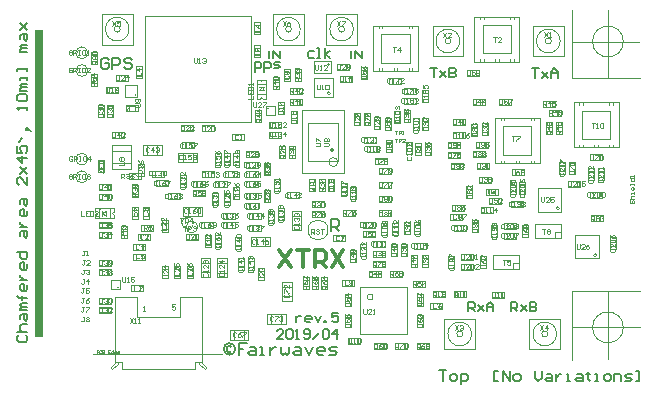
<source format=gm1>
G04*
G04 #@! TF.GenerationSoftware,Altium Limited,Altium Designer,19.0.15 (446)*
G04*
G04 Layer_Color=16777215*
%FSLAX24Y24*%
%MOIN*%
G70*
G01*
G75*
%ADD13C,0.0059*%
%ADD14C,0.0100*%
%ADD15C,0.0079*%
%ADD18C,0.0138*%
%ADD201C,0.0008*%
%ADD202C,0.0010*%
%ADD203C,0.0012*%
%ADD204C,0.0039*%
%ADD205C,0.0008*%
%ADD206C,0.0020*%
%ADD207C,0.0032*%
%ADD208C,0.0024*%
G36*
X33809Y36486D02*
X34085Y36486D01*
Y46723D01*
X33809D01*
Y36486D01*
D02*
G37*
G54D13*
X41593Y44124D02*
G03*
X41593Y44124I-6J0D01*
G01*
X36589Y38160D02*
G03*
X36589Y38160I-6J0D01*
G01*
X40499Y36102D02*
G03*
X40499Y36102I-194J0D01*
G01*
X40367Y36168D02*
X40335Y36201D01*
X40269D01*
X40236Y36168D01*
Y36037D01*
X40269Y36004D01*
X40335D01*
X40367Y36037D01*
G54D14*
X43760Y42736D02*
G03*
X43760Y42736I-30J0D01*
G01*
G54D15*
X37175Y44557D02*
G03*
X37175Y44557I-10J0D01*
G01*
X41772Y45817D02*
Y46024D01*
X41988Y45807D02*
Y46024D01*
X41772Y46024D02*
X41988Y45807D01*
X41614Y45817D02*
Y46024D01*
X44350Y45817D02*
Y46024D01*
X44508Y46024D02*
X44724Y45807D01*
X44508Y45817D02*
Y46024D01*
X44724Y45807D02*
Y46024D01*
X43123Y46027D02*
X42966D01*
X42913Y45974D01*
Y45870D01*
X42966Y45817D01*
X43123D01*
X43228D02*
X43333D01*
X43281D01*
Y46132D01*
X43228D01*
X43491Y45817D02*
Y46132D01*
Y45922D02*
X43648Y46027D01*
X43491Y45922D02*
X43648Y45817D01*
X41152Y45348D02*
Y45663D01*
X41309D01*
X41361Y45610D01*
Y45505D01*
X41309Y45453D01*
X41152D01*
X41466Y45348D02*
Y45663D01*
X41624D01*
X41676Y45610D01*
Y45505D01*
X41624Y45453D01*
X41466D01*
X41781D02*
X41939D01*
X41991Y45505D01*
X41939Y45558D01*
X41834D01*
X41781Y45610D01*
X41834Y45663D01*
X41991D01*
X49242Y35030D02*
X49124D01*
Y35384D01*
X49242D01*
X49419Y35030D02*
Y35384D01*
X49655Y35030D01*
Y35384D01*
X49832Y35030D02*
X49951D01*
X50010Y35089D01*
Y35207D01*
X49951Y35266D01*
X49832D01*
X49773Y35207D01*
Y35089D01*
X49832Y35030D01*
X50482Y35384D02*
Y35148D01*
X50600Y35030D01*
X50718Y35148D01*
Y35384D01*
X50895Y35266D02*
X51013D01*
X51072Y35207D01*
Y35030D01*
X50895D01*
X50836Y35089D01*
X50895Y35148D01*
X51072D01*
X51190Y35266D02*
Y35030D01*
Y35148D01*
X51249Y35207D01*
X51308Y35266D01*
X51367D01*
X51544Y35030D02*
X51663D01*
X51604D01*
Y35266D01*
X51544D01*
X51899D02*
X52017D01*
X52076Y35207D01*
Y35030D01*
X51899D01*
X51840Y35089D01*
X51899Y35148D01*
X52076D01*
X52253Y35325D02*
Y35266D01*
X52194D01*
X52312D01*
X52253D01*
Y35089D01*
X52312Y35030D01*
X52489D02*
X52607D01*
X52548D01*
Y35266D01*
X52489D01*
X52843Y35030D02*
X52961D01*
X53020Y35089D01*
Y35207D01*
X52961Y35266D01*
X52843D01*
X52784Y35207D01*
Y35089D01*
X52843Y35030D01*
X53138D02*
Y35266D01*
X53316D01*
X53375Y35207D01*
Y35030D01*
X53493D02*
X53670D01*
X53729Y35089D01*
X53670Y35148D01*
X53552D01*
X53493Y35207D01*
X53552Y35266D01*
X53729D01*
X53847Y35030D02*
X53965D01*
Y35384D01*
X53847D01*
X33278Y36565D02*
X33219Y36506D01*
Y36388D01*
X33278Y36329D01*
X33514D01*
X33573Y36388D01*
Y36506D01*
X33514Y36565D01*
X33219Y36683D02*
X33573D01*
X33396D01*
X33337Y36742D01*
Y36860D01*
X33396Y36919D01*
X33573D01*
X33337Y37096D02*
Y37214D01*
X33396Y37273D01*
X33573D01*
Y37096D01*
X33514Y37037D01*
X33455Y37096D01*
Y37273D01*
X33573Y37392D02*
X33337D01*
Y37451D01*
X33396Y37510D01*
X33573D01*
X33396D01*
X33337Y37569D01*
X33396Y37628D01*
X33573D01*
Y37805D02*
X33278D01*
X33396D01*
Y37746D01*
Y37864D01*
Y37805D01*
X33278D01*
X33219Y37864D01*
X33573Y38218D02*
Y38100D01*
X33514Y38041D01*
X33396D01*
X33337Y38100D01*
Y38218D01*
X33396Y38277D01*
X33455D01*
Y38041D01*
X33337Y38395D02*
X33573D01*
X33455D01*
X33396Y38454D01*
X33337Y38513D01*
Y38572D01*
X33573Y38926D02*
Y38808D01*
X33514Y38749D01*
X33396D01*
X33337Y38808D01*
Y38926D01*
X33396Y38985D01*
X33455D01*
Y38749D01*
X33219Y39340D02*
X33573D01*
Y39163D01*
X33514Y39104D01*
X33396D01*
X33337Y39163D01*
Y39340D01*
Y39871D02*
Y39989D01*
X33396Y40048D01*
X33573D01*
Y39871D01*
X33514Y39812D01*
X33455Y39871D01*
Y40048D01*
X33337Y40166D02*
X33573D01*
X33455D01*
X33396Y40225D01*
X33337Y40284D01*
Y40343D01*
X33573Y40698D02*
Y40579D01*
X33514Y40520D01*
X33396D01*
X33337Y40579D01*
Y40698D01*
X33396Y40757D01*
X33455D01*
Y40520D01*
X33337Y40934D02*
Y41052D01*
X33396Y41111D01*
X33573D01*
Y40934D01*
X33514Y40875D01*
X33455Y40934D01*
Y41111D01*
X33573Y41819D02*
Y41583D01*
X33337Y41819D01*
X33278D01*
X33219Y41760D01*
Y41642D01*
X33278Y41583D01*
X33337Y41937D02*
X33573Y42173D01*
X33455Y42055D01*
X33337Y42173D01*
X33573Y41937D01*
Y42469D02*
X33219D01*
X33396Y42291D01*
Y42528D01*
X33219Y42882D02*
Y42646D01*
X33396D01*
X33337Y42764D01*
Y42823D01*
X33396Y42882D01*
X33514D01*
X33573Y42823D01*
Y42705D01*
X33514Y42646D01*
X33278Y43000D02*
X33396Y43118D01*
X33632Y43413D02*
X33573Y43472D01*
X33514D01*
Y43413D01*
X33573D01*
Y43472D01*
X33632Y43413D01*
X33691Y43354D01*
X33573Y44063D02*
Y44181D01*
Y44122D01*
X33219D01*
X33278Y44063D01*
Y44358D02*
X33219Y44417D01*
Y44535D01*
X33278Y44594D01*
X33514D01*
X33573Y44535D01*
Y44417D01*
X33514Y44358D01*
X33278D01*
X33573Y44712D02*
X33337D01*
Y44771D01*
X33396Y44830D01*
X33573D01*
X33396D01*
X33337Y44889D01*
X33396Y44948D01*
X33573D01*
Y45066D02*
Y45184D01*
Y45125D01*
X33337D01*
Y45066D01*
X33573Y45361D02*
Y45479D01*
Y45420D01*
X33219D01*
Y45361D01*
X33573Y46011D02*
X33337D01*
Y46070D01*
X33396Y46129D01*
X33573D01*
X33396D01*
X33337Y46188D01*
X33396Y46247D01*
X33573D01*
X33337Y46424D02*
Y46542D01*
X33396Y46601D01*
X33573D01*
Y46424D01*
X33514Y46365D01*
X33455Y46424D01*
Y46601D01*
X33337Y46719D02*
X33573Y46955D01*
X33455Y46837D01*
X33337Y46955D01*
X33573Y46719D01*
X47303Y35394D02*
X47539D01*
X47421D01*
Y35039D01*
X47716D02*
X47834D01*
X47894Y35099D01*
Y35217D01*
X47834Y35276D01*
X47716D01*
X47657Y35217D01*
Y35099D01*
X47716Y35039D01*
X48012Y34921D02*
Y35276D01*
X48189D01*
X48248Y35217D01*
Y35099D01*
X48189Y35039D01*
X48012D01*
X42520Y37208D02*
Y36998D01*
Y37103D01*
X42572Y37156D01*
X42625Y37208D01*
X42677D01*
X42992Y36998D02*
X42887D01*
X42835Y37051D01*
Y37156D01*
X42887Y37208D01*
X42992D01*
X43044Y37156D01*
Y37103D01*
X42835D01*
X43149Y37208D02*
X43254Y36998D01*
X43359Y37208D01*
X43464Y36998D02*
Y37051D01*
X43517D01*
Y36998D01*
X43464D01*
X43937Y37313D02*
X43727D01*
Y37156D01*
X43832Y37208D01*
X43884D01*
X43937Y37156D01*
Y37051D01*
X43884Y36998D01*
X43779D01*
X43727Y37051D01*
X48268Y37352D02*
Y37667D01*
X48425D01*
X48478Y37615D01*
Y37510D01*
X48425Y37457D01*
X48268D01*
X48373D02*
X48478Y37352D01*
X48583Y37562D02*
X48792Y37352D01*
X48688Y37457D01*
X48792Y37562D01*
X48583Y37352D01*
X48897D02*
Y37562D01*
X49002Y37667D01*
X49107Y37562D01*
Y37352D01*
Y37510D01*
X48897D01*
X42100Y36437D02*
X41890D01*
X42100Y36647D01*
Y36700D01*
X42047Y36752D01*
X41942D01*
X41890Y36700D01*
X42205D02*
X42257Y36752D01*
X42362D01*
X42415Y36700D01*
Y36490D01*
X42362Y36437D01*
X42257D01*
X42205Y36490D01*
Y36700D01*
X42519Y36437D02*
X42624D01*
X42572D01*
Y36752D01*
X42519Y36700D01*
X42782Y36490D02*
X42834Y36437D01*
X42939D01*
X42992Y36490D01*
Y36700D01*
X42939Y36752D01*
X42834D01*
X42782Y36700D01*
Y36647D01*
X42834Y36595D01*
X42992D01*
X43097Y36437D02*
X43307Y36647D01*
X43412Y36700D02*
X43464Y36752D01*
X43569D01*
X43621Y36700D01*
Y36490D01*
X43569Y36437D01*
X43464D01*
X43412Y36490D01*
Y36700D01*
X43884Y36437D02*
Y36752D01*
X43726Y36595D01*
X43936D01*
X36276Y45751D02*
X36211Y45817D01*
X36079D01*
X36014Y45751D01*
Y45489D01*
X36079Y45423D01*
X36211D01*
X36276Y45489D01*
Y45620D01*
X36145D01*
X36407Y45423D02*
Y45817D01*
X36604D01*
X36670Y45751D01*
Y45620D01*
X36604Y45555D01*
X36407D01*
X37063Y45751D02*
X36998Y45817D01*
X36867D01*
X36801Y45751D01*
Y45686D01*
X36867Y45620D01*
X36998D01*
X37063Y45555D01*
Y45489D01*
X36998Y45423D01*
X36867D01*
X36801Y45489D01*
X47008Y45472D02*
X47218D01*
X47113D01*
Y45158D01*
X47323Y45367D02*
X47533Y45158D01*
X47428Y45263D01*
X47533Y45367D01*
X47323Y45158D01*
X47638Y45472D02*
Y45158D01*
X47795D01*
X47847Y45210D01*
Y45263D01*
X47795Y45315D01*
X47638D01*
X47795D01*
X47847Y45367D01*
Y45420D01*
X47795Y45472D01*
X47638D01*
X49695Y37352D02*
Y37667D01*
X49852D01*
X49905Y37615D01*
Y37510D01*
X49852Y37457D01*
X49695D01*
X49800D02*
X49905Y37352D01*
X50010Y37562D02*
X50220Y37352D01*
X50115Y37457D01*
X50220Y37562D01*
X50010Y37352D01*
X50325Y37667D02*
Y37352D01*
X50482D01*
X50535Y37405D01*
Y37457D01*
X50482Y37510D01*
X50325D01*
X50482D01*
X50535Y37562D01*
Y37615D01*
X50482Y37667D01*
X50325D01*
X50404Y45453D02*
X50613D01*
X50508D01*
Y45138D01*
X50718Y45348D02*
X50928Y45138D01*
X50823Y45243D01*
X50928Y45348D01*
X50718Y45138D01*
X51033D02*
Y45348D01*
X51138Y45453D01*
X51243Y45348D01*
Y45138D01*
Y45295D01*
X51033D01*
X43691Y40030D02*
Y40423D01*
X43888D01*
X43953Y40358D01*
Y40226D01*
X43888Y40161D01*
X43691D01*
X43822D02*
X43953Y40030D01*
X40991Y36168D02*
X41122D01*
X41188Y36102D01*
Y35906D01*
X40991D01*
X40925Y35971D01*
X40991Y36037D01*
X41188D01*
X41319Y35906D02*
X41450D01*
X41384D01*
Y36168D01*
X41319D01*
X41647D02*
Y35906D01*
Y36037D01*
X41712Y36102D01*
X41778Y36168D01*
X41844D01*
X42040D02*
Y35971D01*
X42106Y35906D01*
X42172Y35971D01*
X42237Y35906D01*
X42303Y35971D01*
Y36168D01*
X42499D02*
X42631D01*
X42696Y36102D01*
Y35906D01*
X42499D01*
X42434Y35971D01*
X42499Y36037D01*
X42696D01*
X42827Y36168D02*
X42959Y35906D01*
X43090Y36168D01*
X43418Y35906D02*
X43287D01*
X43221Y35971D01*
Y36102D01*
X43287Y36168D01*
X43418D01*
X43483Y36102D01*
Y36037D01*
X43221D01*
X43615Y35906D02*
X43811D01*
X43877Y35971D01*
X43811Y36037D01*
X43680D01*
X43615Y36102D01*
X43680Y36168D01*
X43877D01*
X40882Y36289D02*
X40620D01*
Y36093D01*
X40751D01*
X40620D01*
Y35896D01*
G54D18*
X43145Y38819D02*
Y39409D01*
X43440D01*
X43538Y39311D01*
Y39114D01*
X43440Y39016D01*
X43145D01*
X43342D02*
X43538Y38819D01*
X43712Y39411D02*
X44105Y38820D01*
Y39411D02*
X43712Y38820D01*
X42554Y39409D02*
X42948D01*
X42751D01*
Y38819D01*
X41973Y39409D02*
X42367Y38819D01*
Y39409D02*
X41973Y38819D01*
G54D201*
X41329Y45079D02*
G03*
X41427Y45079I49J0D01*
G01*
Y44449D02*
G03*
X41329Y44449I-49J0D01*
G01*
X41516Y44902D02*
G03*
X41516Y44902I-10J0D01*
G01*
X36014Y40758D02*
G03*
X36014Y40758I-10J0D01*
G01*
X36457Y40679D02*
G03*
X36457Y40581I0J-49D01*
G01*
X35827D02*
G03*
X35827Y40679I0J49D01*
G01*
X53435Y36821D02*
G03*
X53435Y36821I-512J0D01*
G01*
Y46349D02*
G03*
X53435Y46349I-512J0D01*
G01*
X43593Y40069D02*
G03*
X43593Y40069I-335J0D01*
G01*
X35581Y42431D02*
G03*
X35581Y42431I-197J0D01*
G01*
Y41841D02*
G03*
X35581Y41841I-197J0D01*
G01*
Y45384D02*
G03*
X35581Y45384I-197J0D01*
G01*
Y45975D02*
G03*
X35581Y45975I-197J0D01*
G01*
X52559Y39232D02*
G03*
X52559Y39232I-59J0D01*
G01*
X51309Y40788D02*
G03*
X51309Y40788I-59J0D01*
G01*
X43678Y44626D02*
G03*
X43678Y44626I-62J0D01*
G01*
X43917Y42333D02*
G03*
X43917Y42333I-148J0D01*
G01*
X43642Y45586D02*
G03*
X43642Y45586I-39J0D01*
G01*
X39114Y40305D02*
G03*
X39114Y40305I-197J0D01*
G01*
X39252Y40167D02*
G03*
X39252Y40167I-197J0D01*
G01*
X52349Y40363D02*
X52749D01*
Y40563D01*
X52349D02*
X52749D01*
X52349Y40363D02*
Y40563D01*
X52649Y40363D02*
Y40563D01*
X52449Y40363D02*
Y40563D01*
X49072Y37804D02*
X49472D01*
Y38004D01*
X49072D02*
X49472D01*
X49072Y37804D02*
Y38004D01*
X49372Y37804D02*
Y38004D01*
X49172Y37804D02*
Y38004D01*
X53002Y43101D02*
Y44045D01*
X52057D02*
X53002D01*
X52057Y43101D02*
Y44045D01*
Y43101D02*
X53002D01*
X51970Y44242D02*
Y44321D01*
X52089D01*
Y44242D02*
Y44321D01*
X52970Y44242D02*
Y44321D01*
X53089D01*
Y44242D02*
Y44321D01*
X51970Y42825D02*
Y42904D01*
Y42825D02*
X52089D01*
Y42904D01*
X52589Y42825D02*
Y42904D01*
X52470Y42825D02*
X52589D01*
X52470D02*
Y42904D01*
X52970Y42825D02*
Y42904D01*
Y42825D02*
X53089D01*
Y42904D01*
X53278Y42825D02*
Y44321D01*
X51782D02*
X53278D01*
X51782Y42825D02*
Y44321D01*
Y42825D02*
X53278D01*
X50374Y42579D02*
Y43524D01*
X49429D02*
X50374D01*
X49429Y42579D02*
Y43524D01*
Y42579D02*
X50374D01*
X49343Y43721D02*
Y43799D01*
X49461D01*
Y43721D02*
Y43799D01*
X50343Y43721D02*
Y43799D01*
X50461D01*
Y43721D02*
Y43799D01*
X49343Y42303D02*
Y42382D01*
Y42303D02*
X49461D01*
Y42382D01*
X49961Y42303D02*
Y42382D01*
X49843Y42303D02*
X49961D01*
X49843D02*
Y42382D01*
X50343Y42303D02*
Y42382D01*
Y42303D02*
X50461D01*
Y42382D01*
X50650Y42303D02*
Y43799D01*
X49154D02*
X50650D01*
X49154Y42303D02*
Y43799D01*
Y42303D02*
X50650D01*
X41516Y43898D02*
Y44193D01*
Y43898D02*
X41811D01*
Y44193D01*
X41516D02*
X41811D01*
X47892Y37823D02*
Y38023D01*
X48092Y37823D02*
Y38023D01*
X47792Y37823D02*
Y38023D01*
X48192D01*
Y37823D02*
Y38023D01*
X47792Y37823D02*
X48192D01*
X47083Y38023D02*
X47483D01*
X47083Y37823D02*
Y38023D01*
Y37823D02*
X47483D01*
Y38023D01*
X47183Y37823D02*
Y38023D01*
X47383Y37823D02*
Y38023D01*
X37256Y41770D02*
Y41970D01*
X37056Y41770D02*
Y41970D01*
X37356Y41770D02*
Y41970D01*
X36956Y41770D02*
X37356D01*
X36956D02*
Y41970D01*
X37356D01*
X41427Y45079D02*
X41535D01*
X41220D02*
X41329D01*
X41427Y44449D02*
X41535D01*
X41220D02*
X41329D01*
X41299Y44725D02*
X41457D01*
X41378Y44843D02*
X41457Y44725D01*
X41299D02*
X41378Y44843D01*
X41299D02*
X41457D01*
X36063Y40551D02*
Y40709D01*
Y40630D02*
X36181Y40551D01*
X36063Y40630D02*
X36181Y40709D01*
Y40551D02*
Y40709D01*
X36457Y40473D02*
Y40581D01*
Y40679D02*
Y40788D01*
X35827Y40473D02*
Y40581D01*
Y40679D02*
Y40788D01*
X36358Y38091D02*
X36654D01*
X36358D02*
Y38386D01*
X36654D01*
Y38091D02*
Y38386D01*
X35687Y45707D02*
X35887D01*
X35687Y45907D02*
X35887D01*
X35687Y45607D02*
X35887D01*
X35687D02*
Y46007D01*
X35887D01*
Y45607D02*
Y46007D01*
X36847Y44224D02*
X37247D01*
X36847Y44024D02*
Y44224D01*
Y44024D02*
X37247D01*
Y44224D01*
X36947Y44024D02*
Y44224D01*
X37147Y44024D02*
Y44224D01*
X37334Y38040D02*
Y38240D01*
X37134Y38040D02*
Y38240D01*
X37434Y38040D02*
Y38240D01*
X37034Y38040D02*
X37434D01*
X37034D02*
Y38240D01*
X37434D01*
X48919Y41632D02*
Y41832D01*
X48719Y41632D02*
Y41832D01*
X49019Y41632D02*
Y41832D01*
X48619Y41632D02*
X49019D01*
X48619D02*
Y41832D01*
X49019D01*
X48963Y40934D02*
X49363D01*
Y41134D01*
X48963D02*
X49363D01*
X48963Y40934D02*
Y41134D01*
X49263Y40934D02*
Y41134D01*
X49063Y40934D02*
Y41134D01*
X48975Y41249D02*
Y41449D01*
X49175Y41249D02*
Y41449D01*
X48875Y41249D02*
Y41449D01*
X49275D01*
Y41249D02*
Y41449D01*
X48875Y41249D02*
X49275D01*
X44319Y39113D02*
X44519D01*
X44319Y39313D02*
X44519D01*
X44319Y39013D02*
X44519D01*
X44319D02*
Y39413D01*
X44519D01*
Y39013D02*
Y39413D01*
X51822Y41946D02*
Y42346D01*
X51622D02*
X51822D01*
X51622Y41946D02*
Y42346D01*
Y41946D02*
X51822D01*
X51622Y42246D02*
X51822D01*
X51622Y42046D02*
X51822D01*
X48515Y45205D02*
Y45405D01*
X48315Y45205D02*
Y45405D01*
X48615Y45205D02*
Y45405D01*
X48215Y45205D02*
X48615D01*
X48215D02*
Y45405D01*
X48615D01*
X49298Y44231D02*
X49698D01*
Y44431D01*
X49298D02*
X49698D01*
X49298Y44231D02*
Y44431D01*
X49598Y44231D02*
Y44431D01*
X49398Y44231D02*
Y44431D01*
X45707Y39500D02*
X45907D01*
X45707Y39300D02*
X45907D01*
X45707Y39600D02*
X45907D01*
Y39200D02*
Y39600D01*
X45707Y39200D02*
X45907D01*
X45707D02*
Y39600D01*
X45085Y39382D02*
X45485D01*
X45085Y39182D02*
Y39382D01*
Y39182D02*
X45485D01*
Y39382D01*
X45185Y39182D02*
Y39382D01*
X45385Y39182D02*
Y39382D01*
X46347Y39126D02*
X46547D01*
X46347Y38926D02*
X46547D01*
X46347Y39226D02*
X46547D01*
Y38826D02*
Y39226D01*
X46347Y38826D02*
X46547D01*
X46347D02*
Y39226D01*
X48512Y44231D02*
Y44431D01*
X48712Y44231D02*
Y44431D01*
X48412Y44231D02*
Y44431D01*
X48812D01*
Y44231D02*
Y44431D01*
X48412Y44231D02*
X48812D01*
X48063Y43571D02*
Y43771D01*
X47863Y43571D02*
Y43771D01*
X48163Y43571D02*
Y43771D01*
X47763Y43571D02*
X48163D01*
X47763D02*
Y43771D01*
X48163D01*
X46941Y38826D02*
Y39226D01*
X46741D02*
X46941D01*
X46741Y38826D02*
Y39226D01*
Y38826D02*
X46941D01*
X46741Y39126D02*
X46941D01*
X46741Y38926D02*
X46941D01*
X48709Y43245D02*
Y43645D01*
Y43245D02*
X48909D01*
Y43645D01*
X48709D02*
X48909D01*
X48709Y43345D02*
X48909D01*
X48709Y43545D02*
X48909D01*
X48550Y42295D02*
X48950D01*
X48550Y42095D02*
Y42295D01*
Y42095D02*
X48950D01*
Y42295D01*
X48650Y42095D02*
Y42295D01*
X48850Y42095D02*
Y42295D01*
X46016Y39300D02*
X46216D01*
X46016Y39500D02*
X46216D01*
X46016Y39200D02*
X46216D01*
X46016D02*
Y39600D01*
X46216D01*
Y39200D02*
Y39600D01*
X45126Y43442D02*
Y43842D01*
Y43442D02*
X45326D01*
Y43842D01*
X45126D02*
X45326D01*
X45126Y43542D02*
X45326D01*
X45126Y43742D02*
X45326D01*
X44667Y43560D02*
Y43960D01*
X44467D02*
X44667D01*
X44467Y43560D02*
Y43960D01*
Y43560D02*
X44667D01*
X44467Y43860D02*
X44667D01*
X44467Y43660D02*
X44667D01*
X38473Y38581D02*
X38673D01*
X38473Y38781D02*
X38673D01*
X38473Y38481D02*
X38673D01*
X38473D02*
Y38881D01*
X38673D01*
Y38481D02*
Y38881D01*
X38050Y40117D02*
X38250D01*
X38050Y40317D02*
X38250D01*
X38050Y40017D02*
X38250D01*
X38050D02*
Y40417D01*
X38250D01*
Y40017D02*
Y40417D01*
X39086Y38481D02*
Y38881D01*
X38886D02*
X39086D01*
X38886Y38481D02*
Y38881D01*
Y38481D02*
X39086D01*
X38886Y38781D02*
X39086D01*
X38886Y38581D02*
X39086D01*
X38855Y39743D02*
X39255D01*
Y39943D01*
X38855D02*
X39255D01*
X38855Y39743D02*
Y39943D01*
X39155Y39743D02*
Y39943D01*
X38955Y39743D02*
Y39943D01*
X38050Y38581D02*
X38250D01*
X38050Y38781D02*
X38250D01*
X38050Y38481D02*
X38250D01*
X38050D02*
Y38881D01*
X38250D01*
Y38481D02*
Y38881D01*
X44703Y45115D02*
Y45515D01*
Y45115D02*
X44903D01*
Y45515D01*
X44703D02*
X44903D01*
X44703Y45215D02*
X44903D01*
X44703Y45415D02*
X44903D01*
X41258Y38493D02*
X41458D01*
X41258Y38693D02*
X41458D01*
X41258Y38393D02*
X41458D01*
X41258D02*
Y38793D01*
X41458D01*
Y38393D02*
Y38793D01*
X44249Y36468D02*
X44649D01*
X44249Y36268D02*
Y36468D01*
Y36268D02*
X44649D01*
Y36468D01*
X44349Y36268D02*
Y36468D01*
X44549Y36268D02*
Y36468D01*
X44042Y38407D02*
X44442D01*
X44042Y38207D02*
Y38407D01*
Y38207D02*
X44442D01*
Y38407D01*
X44142Y38207D02*
Y38407D01*
X44342Y38207D02*
Y38407D01*
X45051Y39821D02*
Y40021D01*
X44851Y39821D02*
Y40021D01*
X45151Y39821D02*
Y40021D01*
X44751Y39821D02*
X45151D01*
X44751D02*
Y40021D01*
X45151D01*
X49811Y41908D02*
Y42108D01*
X50011Y41908D02*
Y42108D01*
X49711Y41908D02*
Y42108D01*
X50111D01*
Y41908D02*
Y42108D01*
X49711Y41908D02*
X50111D01*
X52330Y42610D02*
X52730D01*
X52330Y42410D02*
Y42610D01*
Y42410D02*
X52730D01*
Y42610D01*
X52430Y42410D02*
Y42610D01*
X52630Y42410D02*
Y42610D01*
X41130Y46701D02*
X41330D01*
X41130Y46901D02*
X41330D01*
X41130Y46601D02*
X41330D01*
X41130D02*
Y47001D01*
X41330D01*
Y46601D02*
Y47001D01*
X37383Y45135D02*
Y45535D01*
X37183D02*
X37383D01*
X37183Y45135D02*
Y45535D01*
Y45135D02*
X37383D01*
X37183Y45435D02*
X37383D01*
X37183Y45235D02*
X37383D01*
X41130Y45934D02*
X41330D01*
X41130Y46134D02*
X41330D01*
X41130Y45834D02*
X41330D01*
X41130D02*
Y46234D01*
X41330D01*
Y45834D02*
Y46234D01*
X48650Y38806D02*
Y39206D01*
Y38806D02*
X48850D01*
Y39206D01*
X48650D02*
X48850D01*
X48650Y38906D02*
X48850D01*
X48650Y39106D02*
X48850D01*
X50057Y39939D02*
X50257D01*
X50057Y40139D02*
X50257D01*
X50057Y39839D02*
X50257D01*
X50057D02*
Y40239D01*
X50257D01*
Y39839D02*
Y40239D01*
X46414Y38158D02*
X46814D01*
Y38358D01*
X46414D02*
X46814D01*
X46414Y38158D02*
Y38358D01*
X46714Y38158D02*
Y38358D01*
X46514Y38158D02*
Y38358D01*
X45956Y38493D02*
Y38693D01*
X45756Y38493D02*
Y38693D01*
X46056Y38493D02*
Y38693D01*
X45656Y38493D02*
X46056D01*
X45656D02*
Y38693D01*
X46056D01*
X46642Y36091D02*
Y36291D01*
X46842Y36091D02*
Y36291D01*
X46542Y36091D02*
Y36291D01*
X46942D01*
Y36091D02*
Y36291D01*
X46542Y36091D02*
X46942D01*
X46133D02*
Y36291D01*
X45933Y36091D02*
Y36291D01*
X46233Y36091D02*
Y36291D01*
X45833Y36091D02*
X46233D01*
X45833D02*
Y36291D01*
X46233D01*
X44656Y36604D02*
X46230D01*
X44656Y38179D02*
X46230D01*
Y36604D02*
Y38179D01*
X44656Y36604D02*
Y38179D01*
X42282Y42567D02*
X42482D01*
X42282Y42767D02*
X42482D01*
X42282Y42467D02*
X42482D01*
X42282D02*
Y42867D01*
X42482D01*
Y42467D02*
Y42867D01*
X42479Y45346D02*
X42679D01*
X42479Y45146D02*
X42679D01*
X42479Y45446D02*
X42679D01*
Y45046D02*
Y45446D01*
X42479Y45046D02*
X42679D01*
X42479D02*
Y45446D01*
X41760Y44871D02*
X41960D01*
X41760Y45071D02*
X41960D01*
X41760Y44771D02*
X41960D01*
X41760D02*
Y45171D01*
X41960D01*
Y44771D02*
Y45171D01*
X44802Y43860D02*
X45002D01*
X44802Y43660D02*
X45002D01*
X44802Y43960D02*
X45002D01*
Y43560D02*
Y43960D01*
X44802Y43560D02*
X45002D01*
X44802D02*
Y43960D01*
X44191Y40550D02*
Y40750D01*
X44391Y40550D02*
Y40750D01*
X44091Y40550D02*
Y40750D01*
X44491D01*
Y40550D02*
Y40750D01*
X44091Y40550D02*
X44491D01*
X39081Y41189D02*
X39481D01*
Y41389D01*
X39081D02*
X39481D01*
X39081Y41189D02*
Y41389D01*
X39381Y41189D02*
Y41389D01*
X39181Y41189D02*
Y41389D01*
X43068Y40825D02*
X43468D01*
Y41025D01*
X43068D02*
X43468D01*
X43068Y40825D02*
Y41025D01*
X43368Y40825D02*
Y41025D01*
X43168Y40825D02*
Y41025D01*
X40853Y42489D02*
X41253D01*
Y42689D01*
X40853D02*
X41253D01*
X40853Y42489D02*
Y42689D01*
X41153Y42489D02*
Y42689D01*
X40953Y42489D02*
Y42689D01*
X41665Y41011D02*
Y41411D01*
X41465D02*
X41665D01*
X41465Y41011D02*
Y41411D01*
Y41011D02*
X41665D01*
X41465Y41311D02*
X41665D01*
X41465Y41111D02*
X41665D01*
Y41916D02*
Y42316D01*
X41465D02*
X41665D01*
X41465Y41916D02*
Y42316D01*
Y41916D02*
X41665D01*
X41465Y42216D02*
X41665D01*
X41465Y42016D02*
X41665D01*
X46504Y42556D02*
Y42956D01*
Y42556D02*
X46704D01*
Y42956D01*
X46504D02*
X46704D01*
X46504Y42656D02*
X46704D01*
X46504Y42856D02*
X46704D01*
X43368Y40491D02*
Y40691D01*
X43168Y40491D02*
Y40691D01*
X43468Y40491D02*
Y40691D01*
X43068Y40491D02*
X43468D01*
X43068D02*
Y40691D01*
X43468D01*
X36891Y39810D02*
Y40210D01*
X36691D02*
X36891D01*
X36691Y39810D02*
Y40210D01*
Y39810D02*
X36891D01*
X36691Y40110D02*
X36891D01*
X36691Y39910D02*
X36891D01*
X35887Y44879D02*
Y45279D01*
X35687D02*
X35887D01*
X35687Y44879D02*
Y45279D01*
Y44879D02*
X35887D01*
X35687Y45179D02*
X35887D01*
X35687Y44979D02*
X35887D01*
X41160Y43678D02*
Y44078D01*
Y43678D02*
X41360D01*
Y44078D01*
X41160D02*
X41360D01*
X41160Y43778D02*
X41360D01*
X41160Y43978D02*
X41360D01*
X45085Y38827D02*
X45485D01*
Y39027D01*
X45085D02*
X45485D01*
X45085Y38827D02*
Y39027D01*
X45385Y38827D02*
Y39027D01*
X45185Y38827D02*
Y39027D01*
X48474Y45679D02*
X49970D01*
X48474D02*
Y47175D01*
X49970D01*
Y45679D02*
Y47175D01*
X49781Y45679D02*
Y45758D01*
X49663Y45679D02*
X49781D01*
X49663D02*
Y45758D01*
X49163Y45679D02*
Y45758D01*
Y45679D02*
X49282D01*
Y45758D01*
X48781Y45679D02*
Y45758D01*
X48663Y45679D02*
X48781D01*
X48663D02*
Y45758D01*
X49781Y47097D02*
Y47175D01*
X49663D02*
X49781D01*
X49663Y47097D02*
Y47175D01*
X48781Y47097D02*
Y47175D01*
X48663D02*
X48781D01*
X48663Y47097D02*
Y47175D01*
X48750Y45955D02*
X49695D01*
X48750D02*
Y46900D01*
X49695D01*
Y45955D02*
Y46900D01*
X45089Y45374D02*
X46585D01*
X45089D02*
Y46870D01*
X46585D01*
Y45374D02*
Y46870D01*
X46396Y45374D02*
Y45453D01*
X46278Y45374D02*
X46396D01*
X46278D02*
Y45453D01*
X45778Y45374D02*
Y45453D01*
Y45374D02*
X45896D01*
Y45453D01*
X45396Y45374D02*
Y45453D01*
X45278Y45374D02*
X45396D01*
X45278D02*
Y45453D01*
X46396Y46791D02*
Y46870D01*
X46278D02*
X46396D01*
X46278Y46791D02*
Y46870D01*
X45396Y46791D02*
Y46870D01*
X45278D02*
X45396D01*
X45278Y46791D02*
Y46870D01*
X45364Y45650D02*
X46309D01*
X45364D02*
Y46595D01*
X46309D01*
Y45650D02*
Y46595D01*
X52618Y39124D02*
Y39912D01*
X51831Y39124D02*
Y39912D01*
Y39124D02*
X52618D01*
X51831Y39912D02*
X52618D01*
X51368Y40679D02*
Y41467D01*
X50581Y40679D02*
Y41467D01*
Y40679D02*
X51368D01*
X50581Y41467D02*
X51368D01*
X51071Y43867D02*
Y44067D01*
X51271Y43867D02*
Y44067D01*
X50971Y43867D02*
Y44067D01*
X51371D01*
Y43867D02*
Y44067D01*
X50971Y43867D02*
X51371D01*
X50874Y43555D02*
X51074D01*
X50874Y43355D02*
X51074D01*
X50874Y43655D02*
X51074D01*
Y43255D02*
Y43655D01*
X50874Y43255D02*
X51074D01*
X50874D02*
Y43655D01*
X50855Y44182D02*
Y44382D01*
X51055Y44182D02*
Y44382D01*
X50755Y44182D02*
Y44382D01*
X51155D01*
Y44182D02*
Y44382D01*
X50755Y44182D02*
X51155D01*
X51189Y43555D02*
X51389D01*
X51189Y43355D02*
X51389D01*
X51189Y43655D02*
X51389D01*
Y43255D02*
Y43655D01*
X51189Y43255D02*
X51389D01*
X51189D02*
Y43655D01*
X42630Y44595D02*
Y44795D01*
X42430Y44595D02*
Y44795D01*
X42730Y44595D02*
Y44795D01*
X42330Y44595D02*
X42730D01*
X42330D02*
Y44795D01*
X42730D01*
X43750Y44508D02*
Y45138D01*
X43120Y44508D02*
X43750D01*
X43120D02*
Y45138D01*
X43750D01*
X42430Y44241D02*
Y44441D01*
X42630Y44241D02*
Y44441D01*
X42330Y44241D02*
Y44441D01*
X42730D01*
Y44241D02*
Y44441D01*
X42330Y44241D02*
X42730D01*
X43286Y41355D02*
Y41755D01*
Y41355D02*
X43486D01*
Y41755D01*
X43286D02*
X43486D01*
X43286Y41455D02*
X43486D01*
X43286Y41655D02*
X43486D01*
X42735Y41978D02*
X44135D01*
Y44078D01*
X42735Y41978D02*
Y44078D01*
X44135D01*
X42933Y42382D02*
X43917D01*
Y43642D01*
X42933Y42382D02*
Y43642D01*
X43917D01*
X43140Y45694D02*
X43691D01*
X43140Y45300D02*
Y45694D01*
Y45300D02*
X43691D01*
Y45694D01*
X37349Y40238D02*
X37749D01*
X37349Y40038D02*
Y40238D01*
Y40038D02*
X37749D01*
Y40238D01*
X37449Y40038D02*
Y40238D01*
X37649Y40038D02*
Y40238D01*
X37075Y40450D02*
Y40850D01*
Y40450D02*
X37275D01*
Y40850D01*
X37075D02*
X37275D01*
X37075Y40550D02*
X37275D01*
X37075Y40750D02*
X37275D01*
X35758Y35935D02*
X40049D01*
X38652Y37825D02*
X39400D01*
X38652Y37175D02*
Y37825D01*
X37943Y37175D02*
X38652D01*
X39400Y35660D02*
Y37825D01*
X39163Y35660D02*
X39400D01*
X39163Y35423D02*
Y35660D01*
X37943Y35423D02*
X39163D01*
X39301Y35601D02*
Y35660D01*
Y35601D02*
X39478Y35423D01*
X39518Y35463D01*
Y35502D01*
X39400Y35620D02*
X39518Y35502D01*
X39400Y35620D02*
Y35660D01*
X36486Y35620D02*
Y35660D01*
X36368Y35502D02*
X36486Y35620D01*
X36368Y35463D02*
Y35502D01*
Y35463D02*
X36407Y35423D01*
X36585Y35601D01*
Y35660D01*
X36722Y35423D02*
X37943D01*
X36722D02*
Y35660D01*
X36486D02*
X36722D01*
X36486D02*
Y37825D01*
X37234Y37175D02*
X37943D01*
X37234D02*
Y37825D01*
X36486D02*
X37234D01*
X37452Y41867D02*
Y42267D01*
X37252D02*
X37452D01*
X37252Y41867D02*
Y42267D01*
Y41867D02*
X37452D01*
X37252Y42167D02*
X37452D01*
X37252Y41967D02*
X37452D01*
X37075Y41158D02*
Y41558D01*
Y41158D02*
X37275D01*
Y41558D01*
X37075D02*
X37275D01*
X37075Y41258D02*
X37275D01*
X37075Y41458D02*
X37275D01*
X43374Y38407D02*
X43574D01*
X43374Y38207D02*
X43574D01*
X43374Y38507D02*
X43574D01*
Y38107D02*
Y38507D01*
X43374Y38107D02*
X43574D01*
X43374D02*
Y38507D01*
X42744Y38407D02*
X42944D01*
X42744Y38207D02*
X42944D01*
X42744Y38507D02*
X42944D01*
Y38107D02*
Y38507D01*
X42744Y38107D02*
X42944D01*
X42744D02*
Y38507D01*
X43059Y38407D02*
X43259D01*
X43059Y38207D02*
X43259D01*
X43059Y38507D02*
X43259D01*
Y38107D02*
Y38507D01*
X43059Y38107D02*
X43259D01*
X43059D02*
Y38507D01*
X41967Y42767D02*
X42167D01*
X41967Y42567D02*
X42167D01*
X41967Y42867D02*
X42167D01*
Y42467D02*
Y42867D01*
X41967Y42467D02*
X42167D01*
X41967D02*
Y42867D01*
X37224Y44498D02*
Y44912D01*
X36811D02*
X37224D01*
X36811Y44498D02*
Y44912D01*
Y44498D02*
X37224D01*
X37431Y37352D02*
X37497D01*
X37464D01*
Y37549D01*
X37431Y37516D01*
X38507Y37589D02*
X38376D01*
Y37490D01*
X38442Y37523D01*
X38474D01*
X38507Y37490D01*
Y37425D01*
X38474Y37392D01*
X38409D01*
X38376Y37425D01*
G54D202*
X51211Y36604D02*
G03*
X51211Y36604I-394J0D01*
G01*
X50915D02*
G03*
X50915Y36604I-98J0D01*
G01*
X44144Y46762D02*
G03*
X44144Y46762I-98J0D01*
G01*
X44439D02*
G03*
X44439Y46762I-394J0D01*
G01*
X47982Y46368D02*
G03*
X47982Y46368I-394J0D01*
G01*
X47687D02*
G03*
X47687Y46368I-98J0D01*
G01*
X51033D02*
G03*
X51033Y46368I-98J0D01*
G01*
X51329D02*
G03*
X51329Y46368I-394J0D01*
G01*
X42667Y46762D02*
G03*
X42667Y46762I-394J0D01*
G01*
X42372D02*
G03*
X42372Y46762I-98J0D01*
G01*
X36663D02*
G03*
X36663Y46762I-98J0D01*
G01*
X36959D02*
G03*
X36959Y46762I-394J0D01*
G01*
X48081Y36604D02*
G03*
X48081Y36604I-98J0D01*
G01*
X48376D02*
G03*
X48376Y36604I-394J0D01*
G01*
X51307Y41946D02*
Y42346D01*
Y41946D02*
X51507D01*
Y42346D01*
X51307D02*
X51507D01*
X51307Y42046D02*
X51507D01*
X51307Y42246D02*
X51507D01*
X44152Y36838D02*
Y37238D01*
Y36838D02*
X44352D01*
Y37238D01*
X44152D02*
X44352D01*
X44152Y36938D02*
X44352D01*
X44152Y37138D02*
X44352D01*
X44152Y37646D02*
X44352D01*
X44152Y37846D02*
X44352D01*
X44152Y37546D02*
X44352D01*
X44152D02*
Y37946D01*
X44352D01*
Y37546D02*
Y37946D01*
X36207Y44634D02*
X36607D01*
Y44834D01*
X36207D02*
X36607D01*
X36207Y44634D02*
Y44834D01*
X36507Y44634D02*
Y44834D01*
X36307Y44634D02*
Y44834D01*
X53181Y39426D02*
Y39826D01*
X52981D02*
X53181D01*
X52981Y39426D02*
Y39826D01*
Y39426D02*
X53181D01*
X52981Y39726D02*
X53181D01*
X52981Y39526D02*
X53181D01*
X51901Y41504D02*
Y41704D01*
X51701Y41504D02*
Y41704D01*
X52001Y41504D02*
Y41704D01*
X51601Y41504D02*
X52001D01*
X51601D02*
Y41704D01*
X52001D01*
X52597Y41819D02*
X52797D01*
X52597Y42019D02*
X52797D01*
X52597Y41719D02*
X52797D01*
X52597D02*
Y42119D01*
X52797D01*
Y41719D02*
Y42119D01*
X52452Y41719D02*
Y42119D01*
X52252D02*
X52452D01*
X52252Y41719D02*
Y42119D01*
Y41719D02*
X52452D01*
X52252Y42019D02*
X52452D01*
X52252Y41819D02*
X52452D01*
X49959Y41376D02*
X50159D01*
X49959Y41576D02*
X50159D01*
X49959Y41276D02*
X50159D01*
X49959D02*
Y41676D01*
X50159D01*
Y41276D02*
Y41676D01*
X49844Y41276D02*
Y41676D01*
X49644D02*
X49844D01*
X49644Y41276D02*
Y41676D01*
Y41276D02*
X49844D01*
X49644Y41576D02*
X49844D01*
X49644Y41376D02*
X49844D01*
X46129Y44480D02*
X46529D01*
X46129Y44280D02*
Y44480D01*
Y44280D02*
X46529D01*
Y44480D01*
X46229Y44280D02*
Y44480D01*
X46429Y44280D02*
Y44480D01*
Y44595D02*
Y44795D01*
X46229Y44595D02*
Y44795D01*
X46529Y44595D02*
Y44795D01*
X46129Y44595D02*
X46529D01*
X46129D02*
Y44795D01*
X46529D01*
X49702Y41025D02*
X50102D01*
X49702Y40825D02*
Y41025D01*
Y40825D02*
X50102D01*
Y41025D01*
X49802Y40825D02*
Y41025D01*
X50002Y40825D02*
Y41025D01*
X46741Y44438D02*
X46941D01*
X46741Y44638D02*
X46941D01*
X46741Y44338D02*
X46941D01*
X46741D02*
Y44738D01*
X46941D01*
Y44338D02*
Y44738D01*
X45637Y44949D02*
X46037D01*
Y45149D01*
X45637D02*
X46037D01*
X45637Y44949D02*
Y45149D01*
X45937Y44949D02*
Y45149D01*
X45737Y44949D02*
Y45149D01*
X48788Y40619D02*
Y40819D01*
X48988Y40619D02*
Y40819D01*
X48688Y40619D02*
Y40819D01*
X49088D01*
Y40619D02*
Y40819D01*
X48688Y40619D02*
X49088D01*
X47664Y40592D02*
X48064D01*
X47664Y40392D02*
Y40592D01*
Y40392D02*
X48064D01*
Y40592D01*
X47764Y40392D02*
Y40592D01*
X47964Y40392D02*
Y40592D01*
X45717Y40008D02*
X45917D01*
X45717Y40208D02*
X45917D01*
X45717Y39908D02*
X45917D01*
X45717D02*
Y40308D01*
X45917D01*
Y39908D02*
Y40308D01*
X44874Y39200D02*
Y39600D01*
X44674D02*
X44874D01*
X44674Y39200D02*
Y39600D01*
Y39200D02*
X44874D01*
X44674Y39500D02*
X44874D01*
X44674Y39300D02*
X44874D01*
X45395Y39497D02*
Y39697D01*
X45195Y39497D02*
Y39697D01*
X45495Y39497D02*
Y39697D01*
X45095Y39497D02*
X45495D01*
X45095D02*
Y39697D01*
X45495D01*
X45363Y40008D02*
X45563D01*
X45363Y40208D02*
X45563D01*
X45363Y39908D02*
X45563D01*
X45363D02*
Y40308D01*
X45563D01*
Y39908D02*
Y40308D01*
X46665Y39948D02*
Y40348D01*
X46465D02*
X46665D01*
X46465Y39948D02*
Y40348D01*
Y39948D02*
X46665D01*
X46465Y40248D02*
X46665D01*
X46465Y40048D02*
X46665D01*
X46444Y39438D02*
X46844D01*
Y39638D01*
X46444D02*
X46844D01*
X46444Y39438D02*
Y39638D01*
X46744Y39438D02*
Y39638D01*
X46544Y39438D02*
Y39638D01*
X45796Y43719D02*
X45996D01*
X45796Y43919D02*
X45996D01*
X45796Y43619D02*
X45996D01*
X45796D02*
Y44019D01*
X45996D01*
Y43619D02*
Y44019D01*
X46189Y42586D02*
Y42986D01*
Y42586D02*
X46389D01*
Y42986D01*
X46189D02*
X46389D01*
X46189Y42686D02*
X46389D01*
X46189Y42886D02*
X46389D01*
X46426Y43502D02*
X46626D01*
X46426Y43702D02*
X46626D01*
X46426Y43402D02*
X46626D01*
X46426D02*
Y43802D01*
X46626D01*
Y43402D02*
Y43802D01*
X46311Y43668D02*
Y44068D01*
X46111D02*
X46311D01*
X46111Y43668D02*
Y44068D01*
Y43668D02*
X46311D01*
X46111Y43968D02*
X46311D01*
X46111Y43768D02*
X46311D01*
X46741Y43502D02*
X46941D01*
X46741Y43702D02*
X46941D01*
X46741Y43402D02*
X46941D01*
X46741D02*
Y43802D01*
X46941D01*
Y43402D02*
Y43802D01*
X46819Y42576D02*
Y42976D01*
Y42576D02*
X47019D01*
Y42976D01*
X46819D02*
X47019D01*
X46819Y42676D02*
X47019D01*
X46819Y42876D02*
X47019D01*
X48063Y43119D02*
Y43319D01*
X47863Y43119D02*
Y43319D01*
X48163Y43119D02*
Y43319D01*
X47763Y43119D02*
X48163D01*
X47763D02*
Y43319D01*
X48163D01*
X48407Y41129D02*
Y41529D01*
X48207D02*
X48407D01*
X48207Y41129D02*
Y41529D01*
Y41129D02*
X48407D01*
X48207Y41429D02*
X48407D01*
X48207Y41229D02*
X48407D01*
X47882Y40048D02*
Y40248D01*
X48082Y40048D02*
Y40248D01*
X47782Y40048D02*
Y40248D01*
X48182D01*
Y40048D02*
Y40248D01*
X47782Y40048D02*
X48182D01*
X47733Y40707D02*
X48133D01*
Y40907D01*
X47733D02*
X48133D01*
X47733Y40707D02*
Y40907D01*
X48033Y40707D02*
Y40907D01*
X47833Y40707D02*
Y40907D01*
X48394Y40107D02*
X48594D01*
X48394Y40307D02*
X48594D01*
X48394Y40007D02*
X48594D01*
X48394D02*
Y40407D01*
X48594D01*
Y40007D02*
Y40407D01*
X48374Y43515D02*
X48574D01*
X48374Y43315D02*
X48574D01*
X48374Y43615D02*
X48574D01*
Y43215D02*
Y43615D01*
X48374Y43215D02*
X48574D01*
X48374D02*
Y43615D01*
X48732Y42489D02*
Y42689D01*
X48532Y42489D02*
Y42689D01*
X48832Y42489D02*
Y42689D01*
X48432Y42489D02*
X48832D01*
X48432D02*
Y42689D01*
X48832D01*
X47585Y42459D02*
X47985D01*
Y42659D01*
X47585D02*
X47985D01*
X47585Y42459D02*
Y42659D01*
X47885Y42459D02*
Y42659D01*
X47685Y42459D02*
Y42659D01*
X48830Y42804D02*
Y43004D01*
X48630Y42804D02*
Y43004D01*
X48930Y42804D02*
Y43004D01*
X48530Y42804D02*
X48930D01*
X48530D02*
Y43004D01*
X48930D01*
X47585Y42794D02*
X47985D01*
Y42994D01*
X47585D02*
X47985D01*
X47585Y42794D02*
Y42994D01*
X47885Y42794D02*
Y42994D01*
X47685Y42794D02*
Y42994D01*
X47704Y42095D02*
X48104D01*
Y42295D01*
X47704D02*
X48104D01*
X47704Y42095D02*
Y42295D01*
X48004Y42095D02*
Y42295D01*
X47804Y42095D02*
Y42295D01*
X46111Y40248D02*
X46311D01*
X46111Y40048D02*
X46311D01*
X46111Y40348D02*
X46311D01*
Y39948D02*
Y40348D01*
X46111Y39948D02*
X46311D01*
X46111D02*
Y40348D01*
X45740Y42664D02*
Y43064D01*
X45540D02*
X45740D01*
X45540Y42664D02*
Y43064D01*
Y42664D02*
X45740D01*
X45540Y42964D02*
X45740D01*
X45540Y42764D02*
X45740D01*
X44024Y41547D02*
X44224D01*
X44024Y41347D02*
X44224D01*
X44024Y41647D02*
X44224D01*
Y41247D02*
Y41647D01*
X44024Y41247D02*
X44224D01*
X44024D02*
Y41647D01*
X45302Y41665D02*
X45702D01*
X45302Y41465D02*
Y41665D01*
Y41465D02*
X45702D01*
Y41665D01*
X45402Y41465D02*
Y41665D01*
X45602Y41465D02*
Y41665D01*
X45090Y42981D02*
Y43181D01*
X44890Y42981D02*
Y43181D01*
X45190Y42981D02*
Y43181D01*
X44790Y42981D02*
X45190D01*
X44790D02*
Y43181D01*
X45190D01*
X44751Y40346D02*
X45151D01*
X44751Y40146D02*
Y40346D01*
Y40146D02*
X45151D01*
Y40346D01*
X44851Y40146D02*
Y40346D01*
X45051Y40146D02*
Y40346D01*
X44339Y41189D02*
X44539D01*
X44339Y41389D02*
X44539D01*
X44339Y41089D02*
X44539D01*
X44339D02*
Y41489D01*
X44539D01*
Y41089D02*
Y41489D01*
X44879Y42866D02*
X45279D01*
X44879Y42666D02*
Y42866D01*
Y42666D02*
X45279D01*
Y42866D01*
X44979Y42666D02*
Y42866D01*
X45179Y42666D02*
Y42866D01*
X36494Y43128D02*
Y43328D01*
X36694Y43128D02*
Y43328D01*
X36394Y43128D02*
Y43328D01*
X36794D01*
Y43128D02*
Y43328D01*
X36394Y43128D02*
X36794D01*
X36114Y41985D02*
Y42385D01*
X35914D02*
X36114D01*
X35914Y41985D02*
Y42385D01*
Y41985D02*
X36114D01*
X35914Y42285D02*
X36114D01*
X35914Y42085D02*
X36114D01*
X38698Y43355D02*
X39098D01*
Y43555D01*
X38698D02*
X39098D01*
X38698Y43355D02*
Y43555D01*
X38998Y43355D02*
Y43555D01*
X38798Y43355D02*
Y43555D01*
X39406Y43355D02*
X39806D01*
Y43555D01*
X39406D02*
X39806D01*
X39406Y43355D02*
Y43555D01*
X39706Y43355D02*
Y43555D01*
X39506Y43355D02*
Y43555D01*
X44067Y39693D02*
Y39893D01*
X43867Y39693D02*
Y39893D01*
X44167Y39693D02*
Y39893D01*
X43767Y39693D02*
X44167D01*
X43767D02*
Y39893D01*
X44167D01*
X36229Y43845D02*
Y44245D01*
Y43845D02*
X36429D01*
Y44245D01*
X36229D02*
X36429D01*
X36229Y43945D02*
X36429D01*
X36229Y44145D02*
X36429D01*
X35914D02*
X36114D01*
X35914Y43945D02*
X36114D01*
X35914Y44245D02*
X36114D01*
Y43845D02*
Y44245D01*
X35914Y43845D02*
X36114D01*
X35914D02*
Y44245D01*
X52330Y41350D02*
X52730D01*
X52330Y41150D02*
Y41350D01*
Y41150D02*
X52730D01*
Y41350D01*
X52430Y41150D02*
Y41350D01*
X52630Y41150D02*
Y41350D01*
X40853Y41819D02*
X41253D01*
Y42019D01*
X40853D02*
X41253D01*
X40853Y41819D02*
Y42019D01*
X41153Y41819D02*
Y42019D01*
X40953Y41819D02*
Y42019D01*
X40405Y40136D02*
Y40336D01*
X40205Y40136D02*
Y40336D01*
X40505Y40136D02*
Y40336D01*
X40105Y40136D02*
X40505D01*
X40105D02*
Y40336D01*
X40505D01*
X40971Y40441D02*
X41371D01*
Y40641D01*
X40971D02*
X41371D01*
X40971Y40441D02*
Y40641D01*
X41271Y40441D02*
Y40641D01*
X41071Y40441D02*
Y40641D01*
X40914Y39027D02*
X41114D01*
X40914Y38827D02*
X41114D01*
X40914Y39127D02*
X41114D01*
Y38727D02*
Y39127D01*
X40914Y38727D02*
X41114D01*
X40914D02*
Y39127D01*
X42231Y41150D02*
X42631D01*
Y41350D01*
X42231D02*
X42631D01*
X42231Y41150D02*
Y41350D01*
X42531Y41150D02*
Y41350D01*
X42331Y41150D02*
Y41350D01*
X41583Y40602D02*
X41783D01*
X41583Y40402D02*
X41783D01*
X41583Y40702D02*
X41783D01*
Y40302D02*
Y40702D01*
X41583Y40302D02*
X41783D01*
X41583D02*
Y40702D01*
X41928Y40710D02*
X42128D01*
X41928Y40510D02*
X42128D01*
X41928Y40810D02*
X42128D01*
Y40410D02*
Y40810D01*
X41928Y40410D02*
X42128D01*
X41928D02*
Y40810D01*
X39396Y42019D02*
X39796D01*
X39396Y41819D02*
Y42019D01*
Y41819D02*
X39796D01*
Y42019D01*
X39496Y41819D02*
Y42019D01*
X39696Y41819D02*
Y42019D01*
X41071Y40038D02*
Y40238D01*
X41271Y40038D02*
Y40238D01*
X40971Y40038D02*
Y40238D01*
X41371D01*
Y40038D02*
Y40238D01*
X40971Y40038D02*
X41371D01*
X40405Y40451D02*
Y40651D01*
X40205Y40451D02*
Y40651D01*
X40505Y40451D02*
Y40651D01*
X40105Y40451D02*
X40505D01*
X40105D02*
Y40651D01*
X40505D01*
X40126Y42231D02*
Y42631D01*
Y42231D02*
X40326D01*
Y42631D01*
X40126D02*
X40326D01*
X40126Y42331D02*
X40326D01*
X40126Y42531D02*
X40326D01*
X40599Y38727D02*
Y39127D01*
Y38727D02*
X40799D01*
Y39127D01*
X40599D02*
X40799D01*
X40599Y38827D02*
X40799D01*
X40599Y39027D02*
X40799D01*
X39017Y42794D02*
Y42994D01*
X38817Y42794D02*
Y42994D01*
X39117Y42794D02*
Y42994D01*
X38717Y42794D02*
X39117D01*
X38717D02*
Y42994D01*
X39117D01*
X40700Y39436D02*
Y39836D01*
X40500D02*
X40700D01*
X40500Y39436D02*
Y39836D01*
Y39436D02*
X40700D01*
X40500Y39736D02*
X40700D01*
X40500Y39536D02*
X40700D01*
X39811Y42331D02*
X40011D01*
X39811Y42531D02*
X40011D01*
X39811Y42231D02*
X40011D01*
X39811D02*
Y42631D01*
X40011D01*
Y42231D02*
Y42631D01*
X40853Y41111D02*
X41253D01*
Y41311D01*
X40853D02*
X41253D01*
X40853Y41111D02*
Y41311D01*
X41153Y41111D02*
Y41311D01*
X40953Y41111D02*
Y41311D01*
X41641Y43148D02*
X42041D01*
Y43348D01*
X41641D02*
X42041D01*
X41641Y43148D02*
Y43348D01*
X41941Y43148D02*
Y43348D01*
X41741Y43148D02*
Y43348D01*
Y43463D02*
Y43663D01*
X41941Y43463D02*
Y43663D01*
X41641Y43463D02*
Y43663D01*
X42041D01*
Y43463D02*
Y43663D01*
X41641Y43463D02*
X42041D01*
X40853Y40766D02*
X41253D01*
Y40966D01*
X40853D02*
X41253D01*
X40853Y40766D02*
Y40966D01*
X41153Y40766D02*
Y40966D01*
X40953Y40766D02*
Y40966D01*
X41780Y41665D02*
X41980D01*
X41780Y41465D02*
X41980D01*
X41780Y41765D02*
X41980D01*
Y41365D02*
Y41765D01*
X41780Y41365D02*
X41980D01*
X41780D02*
Y41765D01*
X39821Y39515D02*
Y39915D01*
Y39515D02*
X40021D01*
Y39915D01*
X39821D02*
X40021D01*
X39821Y39615D02*
X40021D01*
X39821Y39815D02*
X40021D01*
X39367Y40336D02*
X39767D01*
X39367Y40136D02*
Y40336D01*
Y40136D02*
X39767D01*
Y40336D01*
X39467Y40136D02*
Y40336D01*
X39667Y40136D02*
Y40336D01*
X40441Y42331D02*
X40641D01*
X40441Y42531D02*
X40641D01*
X40441Y42231D02*
X40641D01*
X40441D02*
Y42631D01*
X40641D01*
Y42231D02*
Y42631D01*
X40853Y41504D02*
X41253D01*
Y41704D01*
X40853D02*
X41253D01*
X40853Y41504D02*
Y41704D01*
X41153Y41504D02*
Y41704D01*
X40953Y41504D02*
Y41704D01*
X40444Y41819D02*
Y42019D01*
X40244Y41819D02*
Y42019D01*
X40544Y41819D02*
Y42019D01*
X40144Y41819D02*
X40544D01*
X40144D02*
Y42019D01*
X40544D01*
X40853Y42134D02*
X41253D01*
Y42334D01*
X40853D02*
X41253D01*
X40853Y42134D02*
Y42334D01*
X41153Y42134D02*
Y42334D01*
X40953Y42134D02*
Y42334D01*
X40130Y41504D02*
Y41704D01*
X39930Y41504D02*
Y41704D01*
X40230Y41504D02*
Y41704D01*
X39830Y41504D02*
X40230D01*
X39830D02*
Y41704D01*
X40230D01*
X40441Y41089D02*
Y41489D01*
Y41089D02*
X40641D01*
Y41489D01*
X40441D02*
X40641D01*
X40441Y41189D02*
X40641D01*
X40441Y41389D02*
X40641D01*
X40126Y41193D02*
X40326D01*
X40126Y40993D02*
X40326D01*
X40126Y41293D02*
X40326D01*
Y40893D02*
Y41293D01*
X40126Y40893D02*
X40326D01*
X40126D02*
Y41293D01*
X38255Y41291D02*
X38655D01*
X38255Y41091D02*
Y41291D01*
Y41091D02*
X38655D01*
Y41291D01*
X38355Y41091D02*
Y41291D01*
X38555Y41091D02*
Y41291D01*
X38161Y41534D02*
Y41734D01*
X37961Y41534D02*
Y41734D01*
X38261Y41534D02*
Y41734D01*
X37861Y41534D02*
X38261D01*
X37861D02*
Y41734D01*
X38261D01*
X38670Y41503D02*
Y41903D01*
Y41503D02*
X38870D01*
Y41903D01*
X38670D02*
X38870D01*
X38670Y41603D02*
X38870D01*
X38670Y41803D02*
X38870D01*
X39733Y41193D02*
X39933D01*
X39733Y40993D02*
X39933D01*
X39733Y41293D02*
X39933D01*
Y40893D02*
Y41293D01*
X39733Y40893D02*
X39933D01*
X39733D02*
Y41293D01*
X37733Y41849D02*
X38133D01*
Y42049D01*
X37733D02*
X38133D01*
X37733Y41849D02*
Y42049D01*
X38033Y41849D02*
Y42049D01*
X37833Y41849D02*
Y42049D01*
X39381Y41504D02*
Y41704D01*
X39181Y41504D02*
Y41704D01*
X39481Y41504D02*
Y41704D01*
X39081Y41504D02*
X39481D01*
X39081D02*
Y41704D01*
X39481D01*
X35971Y39067D02*
X36371D01*
X35971Y38867D02*
Y39067D01*
Y38867D02*
X36371D01*
Y39067D01*
X36071Y38867D02*
Y39067D01*
X36271Y38867D02*
Y39067D01*
Y38552D02*
Y38752D01*
X36071Y38552D02*
Y38752D01*
X36371Y38552D02*
Y38752D01*
X35971Y38552D02*
X36371D01*
X35971D02*
Y38752D01*
X36371D01*
X35971Y41596D02*
X36371D01*
X35971Y41396D02*
Y41596D01*
Y41396D02*
X36371D01*
Y41596D01*
X36071Y41396D02*
Y41596D01*
X36271Y41396D02*
Y41596D01*
Y41071D02*
Y41271D01*
X36071Y41071D02*
Y41271D01*
X36371Y41071D02*
Y41271D01*
X35971Y41071D02*
X36371D01*
X35971D02*
Y41271D01*
X36371D01*
X35971Y37607D02*
X36371D01*
Y37807D01*
X35971D02*
X36371D01*
X35971Y37607D02*
Y37807D01*
X36271Y37607D02*
Y37807D01*
X36071Y37607D02*
Y37807D01*
Y37292D02*
Y37492D01*
X36271Y37292D02*
Y37492D01*
X35971Y37292D02*
Y37492D01*
X36371D01*
Y37292D02*
Y37492D01*
X35971Y37292D02*
X36371D01*
X35971Y40126D02*
X36371D01*
Y40326D01*
X35971D02*
X36371D01*
X35971Y40126D02*
Y40326D01*
X36271Y40126D02*
Y40326D01*
X36071Y40126D02*
Y40326D01*
Y39812D02*
Y40012D01*
X36271Y39812D02*
Y40012D01*
X35971Y39812D02*
Y40012D01*
X36371D01*
Y39812D02*
Y40012D01*
X35971Y39812D02*
X36371D01*
X47005Y37430D02*
X47405D01*
Y37630D01*
X47005D02*
X47405D01*
X47005Y37430D02*
Y37630D01*
X47305Y37430D02*
Y37630D01*
X47105Y37430D02*
Y37630D01*
X42971Y41455D02*
X43171D01*
X42971Y41655D02*
X43171D01*
X42971Y41355D02*
X43171D01*
X42971D02*
Y41755D01*
X43171D01*
Y41355D02*
Y41755D01*
X42115Y45046D02*
Y45446D01*
Y45046D02*
X42315D01*
Y45446D01*
X42115D02*
X42315D01*
X42115Y45146D02*
X42315D01*
X42115Y45346D02*
X42315D01*
X43601Y41455D02*
X43801D01*
X43601Y41655D02*
X43801D01*
X43601Y41355D02*
X43801D01*
X43601D02*
Y41755D01*
X43801D01*
Y41355D02*
Y41755D01*
X42551Y43629D02*
Y44029D01*
X42351D02*
X42551D01*
X42351Y43629D02*
Y44029D01*
Y43629D02*
X42551D01*
X42351Y43929D02*
X42551D01*
X42351Y43729D02*
X42551D01*
X36632Y45038D02*
Y45238D01*
X36832Y45038D02*
Y45238D01*
X36532Y45038D02*
Y45238D01*
X36932D01*
Y45038D02*
Y45238D01*
X36532Y45038D02*
X36932D01*
X43983Y45008D02*
X44383D01*
Y45208D01*
X43983D02*
X44383D01*
X43983Y45008D02*
Y45208D01*
X44283Y45008D02*
Y45208D01*
X44083Y45008D02*
Y45208D01*
X45481Y43712D02*
X45681D01*
X45481Y43512D02*
X45681D01*
X45481Y43812D02*
X45681D01*
Y43412D02*
Y43812D01*
X45481Y43412D02*
X45681D01*
X45481D02*
Y43812D01*
X45444Y42252D02*
Y42452D01*
X45244Y42252D02*
Y42452D01*
X45544Y42252D02*
Y42452D01*
X45144Y42252D02*
X45544D01*
X45144D02*
Y42452D01*
X45544D01*
X45302Y42138D02*
X45702D01*
X45302Y41938D02*
Y42138D01*
Y41938D02*
X45702D01*
Y42138D01*
X45402Y41938D02*
Y42138D01*
X45602Y41938D02*
Y42138D01*
Y40993D02*
Y41193D01*
X45402Y40993D02*
Y41193D01*
X45702Y40993D02*
Y41193D01*
X45302Y40993D02*
X45702D01*
X45302D02*
Y41193D01*
X45702D01*
X45302Y40720D02*
X45702D01*
X45302Y40520D02*
Y40720D01*
Y40520D02*
X45702D01*
Y40720D01*
X45402Y40520D02*
Y40720D01*
X45602Y40520D02*
Y40720D01*
X47607Y38906D02*
X47807D01*
X47607Y39106D02*
X47807D01*
X47607Y38806D02*
X47807D01*
X47607D02*
Y39206D01*
X47807D01*
Y38806D02*
Y39206D01*
X48028Y39264D02*
X48428D01*
X48028Y39063D02*
Y39264D01*
Y39063D02*
X48428D01*
Y39264D01*
X48128Y39063D02*
Y39264D01*
X48328Y39063D02*
Y39264D01*
Y38749D02*
Y38949D01*
X48128Y38749D02*
Y38949D01*
X48428Y38749D02*
Y38949D01*
X48028Y38749D02*
X48428D01*
X48028D02*
Y38949D01*
X48428D01*
X49034Y39839D02*
Y40239D01*
Y39839D02*
X49234D01*
Y40239D01*
X49034D02*
X49234D01*
X49034Y39939D02*
X49234D01*
X49034Y40139D02*
X49234D01*
X49446Y39972D02*
X49846D01*
X49446Y39772D02*
Y39972D01*
Y39772D02*
X49846D01*
Y39972D01*
X49546Y39772D02*
Y39972D01*
X49746Y39772D02*
Y39972D01*
Y40087D02*
Y40287D01*
X49546Y40087D02*
Y40287D01*
X49846Y40087D02*
Y40287D01*
X49446Y40087D02*
X49846D01*
X49446D02*
Y40287D01*
X49846D01*
X37261Y39923D02*
X37661D01*
X37261Y39723D02*
Y39923D01*
Y39723D02*
X37661D01*
Y39923D01*
X37361Y39723D02*
Y39923D01*
X37561Y39723D02*
Y39923D01*
X37410Y40750D02*
X37610D01*
X37410Y40550D02*
X37610D01*
X37410Y40850D02*
X37610D01*
Y40450D02*
Y40850D01*
X37410Y40450D02*
X37610D01*
X37410D02*
Y40850D01*
X37083Y39398D02*
X37483D01*
Y39598D01*
X37083D02*
X37483D01*
X37083Y39398D02*
Y39598D01*
X37383Y39398D02*
Y39598D01*
X37183Y39398D02*
Y39598D01*
X37383Y39083D02*
Y39283D01*
X37183Y39083D02*
Y39283D01*
X37483Y39083D02*
Y39283D01*
X37083Y39083D02*
X37483D01*
X37083D02*
Y39283D01*
X37483D01*
X39706Y39515D02*
Y39915D01*
X39506D02*
X39706D01*
X39506Y39515D02*
Y39915D01*
Y39515D02*
X39706D01*
X39506Y39815D02*
X39706D01*
X39506Y39615D02*
X39706D01*
X41918Y43944D02*
Y44344D01*
Y43944D02*
X42118D01*
Y44344D01*
X41918D02*
X42118D01*
X41918Y44044D02*
X42118D01*
X41918Y44244D02*
X42118D01*
X44004Y45402D02*
Y45602D01*
X44204Y45402D02*
Y45602D01*
X43904Y45402D02*
Y45602D01*
X44304D01*
Y45402D02*
Y45602D01*
X43904Y45402D02*
X44304D01*
X46754Y37546D02*
Y37946D01*
X46554D02*
X46754D01*
X46554Y37546D02*
Y37946D01*
Y37546D02*
X46754D01*
X46554Y37846D02*
X46754D01*
X46554Y37646D02*
X46754D01*
X46554Y37138D02*
X46754D01*
X46554Y36938D02*
X46754D01*
X46554Y37238D02*
X46754D01*
Y36838D02*
Y37238D01*
X46554Y36838D02*
X46754D01*
X46554D02*
Y37238D01*
X44948Y38693D02*
X45348D01*
X44948Y38493D02*
Y38693D01*
Y38493D02*
X45348D01*
Y38693D01*
X45048Y38493D02*
Y38693D01*
X45248Y38493D02*
Y38693D01*
X45125Y36291D02*
X45525D01*
X45125Y36091D02*
Y36291D01*
Y36091D02*
X45525D01*
Y36291D01*
X45225Y36091D02*
Y36291D01*
X45425Y36091D02*
Y36291D01*
X36388Y42106D02*
Y42894D01*
Y42697D02*
X37018D01*
X36388Y42303D02*
X37018D01*
Y42106D02*
Y42894D01*
X36388D02*
X37018D01*
X36388Y42106D02*
X37018D01*
X50305Y37116D02*
X51329D01*
X50305Y36093D02*
Y37116D01*
Y36093D02*
X51329D01*
Y37116D01*
X43533Y46250D02*
Y47274D01*
X44557D01*
Y46250D02*
Y47274D01*
X43533Y46250D02*
X44557D01*
X47077Y45856D02*
Y46880D01*
Y45856D02*
X48100D01*
Y46880D01*
X47077D02*
X48100D01*
X50423D02*
X51447D01*
Y45856D02*
Y46880D01*
X50423Y45856D02*
X51447D01*
X50423D02*
Y46880D01*
X41762Y46250D02*
X42785D01*
Y47274D01*
X41762D02*
X42785D01*
X41762Y46250D02*
Y47274D01*
X36053Y46250D02*
Y47274D01*
X37077D01*
Y46250D02*
Y47274D01*
X36053Y46250D02*
X37077D01*
X48494Y36093D02*
Y37116D01*
X47470Y36093D02*
X48494D01*
X47470D02*
Y37116D01*
X48494D01*
X49094Y38770D02*
X49961D01*
X49094D02*
Y39242D01*
X49961D01*
Y38770D02*
Y39242D01*
X49764Y38770D02*
Y38967D01*
X49961D01*
X50492Y39803D02*
X51358D01*
X50492D02*
Y40276D01*
X51358D01*
Y39803D02*
Y40276D01*
X51161Y39803D02*
Y40000D01*
X51358D01*
X40491Y43069D02*
Y43269D01*
X40691Y43069D02*
Y43269D01*
X40391Y43069D02*
Y43269D01*
X40791D01*
Y43069D02*
Y43269D01*
X40391Y43069D02*
X40791D01*
G54D203*
X45096Y37837D02*
G03*
X45096Y37837I-98J0D01*
G01*
X35876Y35955D02*
Y36053D01*
X35925D01*
X35942Y36037D01*
Y36004D01*
X35925Y35988D01*
X35876D01*
X36040Y36037D02*
X36024Y36053D01*
X35991D01*
X35974Y36037D01*
Y35971D01*
X35991Y35955D01*
X36024D01*
X36040Y35971D01*
X36073Y36053D02*
Y35955D01*
X36122D01*
X36138Y35971D01*
Y35988D01*
X36122Y36004D01*
X36073D01*
X36122D01*
X36138Y36020D01*
Y36037D01*
X36122Y36053D01*
X36073D01*
X36335D02*
X36270D01*
Y35955D01*
X36335D01*
X36270Y36004D02*
X36302D01*
X36434Y36053D02*
Y35955D01*
X36384D01*
X36368Y35971D01*
Y36004D01*
X36384Y36020D01*
X36434D01*
X36499Y35922D02*
X36516D01*
X36532Y35938D01*
Y36020D01*
X36483D01*
X36466Y36004D01*
Y35971D01*
X36483Y35955D01*
X36532D01*
X36614D02*
X36581D01*
X36565Y35971D01*
Y36004D01*
X36581Y36020D01*
X36614D01*
X36630Y36004D01*
Y35988D01*
X36565D01*
G54D204*
X53435Y36821D02*
G03*
X53435Y36821I-512J0D01*
G01*
Y46349D02*
G03*
X53435Y46349I-512J0D01*
G01*
G54D205*
X41220Y44449D02*
Y45079D01*
X41535Y44449D02*
Y45079D01*
X41220Y44941D02*
X41535D01*
X41220Y44587D02*
X41535D01*
X36319Y40473D02*
Y40788D01*
X35965Y40473D02*
Y40788D01*
X35827D02*
X36457D01*
X35827Y40473D02*
X36457D01*
X39360Y38967D02*
X39675D01*
X39360Y38652D02*
X39675D01*
X39360Y38494D02*
X39675D01*
X39360D02*
Y39124D01*
X39675D01*
Y38494D02*
Y39124D01*
X40217Y38489D02*
Y39119D01*
X39902D02*
X40217D01*
X39902Y38489D02*
Y39119D01*
Y38489D02*
X40217D01*
X39902Y38647D02*
X40217D01*
X39902Y38962D02*
X40217D01*
X41033Y39518D02*
X41663D01*
Y39833D01*
X41033D02*
X41663D01*
X41033Y39518D02*
Y39833D01*
X41191Y39518D02*
Y39833D01*
X41506Y39518D02*
Y39833D01*
X42392Y40541D02*
X42707D01*
X42392Y40226D02*
X42707D01*
X42392Y40069D02*
X42707D01*
X42392D02*
Y40699D01*
X42707D01*
Y40069D02*
Y40699D01*
X37416Y42579D02*
X38046D01*
Y42894D01*
X37416D02*
X38046D01*
X37416Y42579D02*
Y42894D01*
X37574Y42579D02*
Y42894D01*
X37889Y42579D02*
Y42894D01*
X38932Y40532D02*
Y40847D01*
X39247Y40532D02*
Y40847D01*
X39404Y40532D02*
Y40847D01*
X38774Y40532D02*
X39404D01*
X38774D02*
Y40847D01*
X39404D01*
X40310Y36417D02*
X40940D01*
Y36732D01*
X40310D02*
X40940D01*
X40310Y36417D02*
Y36732D01*
X40467Y36417D02*
Y36732D01*
X40782Y36417D02*
Y36732D01*
X38765Y42323D02*
Y42638D01*
X39080Y42323D02*
Y42638D01*
X39237Y42323D02*
Y42638D01*
X38607Y42323D02*
X39237D01*
X38607D02*
Y42638D01*
X39237D01*
X42382Y37702D02*
Y38332D01*
X42067D02*
X42382D01*
X42067Y37702D02*
Y38332D01*
Y37702D02*
X42382D01*
X42067Y37860D02*
X42382D01*
X42067Y38175D02*
X42382D01*
X41707Y36949D02*
Y37264D01*
X42022Y36949D02*
Y37264D01*
X42180Y36949D02*
Y37264D01*
X41550Y36949D02*
X42180D01*
X41550D02*
Y37264D01*
X42180D01*
G54D206*
X51742Y46349D02*
X52923D01*
Y45167D02*
Y46349D01*
Y36821D02*
Y38002D01*
X51742Y36821D02*
X52923D01*
X51722Y38022D02*
X54006D01*
X51722Y35738D02*
Y38022D01*
X51722Y45148D02*
X54006D01*
X51722Y45148D02*
X51722Y45148D01*
X51722Y45148D02*
Y47392D01*
X52923Y46349D02*
Y47412D01*
Y46349D02*
X53947D01*
X52923Y36821D02*
X53986D01*
X52923Y35758D02*
Y36821D01*
X37480Y43652D02*
X41014D01*
X41024D02*
Y47195D01*
X37480Y43652D02*
Y47195D01*
X41024D01*
G54D207*
X52352Y40374D02*
Y40532D01*
X52431D01*
X52457Y40505D01*
Y40453D01*
X52431Y40427D01*
X52352D01*
X52405D02*
X52457Y40374D01*
X52510Y40505D02*
X52536Y40532D01*
X52589D01*
X52615Y40505D01*
Y40479D01*
X52589Y40453D01*
X52615Y40427D01*
Y40400D01*
X52589Y40374D01*
X52536D01*
X52510Y40400D01*
Y40427D01*
X52536Y40453D01*
X52510Y40479D01*
Y40505D01*
X52536Y40453D02*
X52589D01*
X52667Y40505D02*
X52693Y40532D01*
X52746D01*
X52772Y40505D01*
Y40479D01*
X52746Y40453D01*
X52720D01*
X52746D01*
X52772Y40427D01*
Y40400D01*
X52746Y40374D01*
X52693D01*
X52667Y40400D01*
X49075Y37992D02*
Y37835D01*
X49180D01*
X49232D02*
X49285D01*
X49258D01*
Y37992D01*
X49232Y37966D01*
X49363Y37835D02*
X49416D01*
X49390D01*
Y37992D01*
X49363Y37966D01*
X52382Y43622D02*
X52487D01*
X52434D01*
Y43465D01*
X52539D02*
X52592D01*
X52566D01*
Y43622D01*
X52539Y43596D01*
X52671D02*
X52697Y43622D01*
X52749D01*
X52775Y43596D01*
Y43491D01*
X52749Y43465D01*
X52697D01*
X52671Y43491D01*
Y43596D01*
X49715Y43189D02*
X49820D01*
X49767D01*
Y43032D01*
X49872Y43189D02*
X49977D01*
Y43163D01*
X49872Y43058D01*
Y43032D01*
X41102Y44321D02*
Y44190D01*
X41129Y44163D01*
X41181D01*
X41207Y44190D01*
Y44321D01*
X41365Y44163D02*
X41260D01*
X41365Y44268D01*
Y44295D01*
X41339Y44321D01*
X41286D01*
X41260Y44295D01*
X41417Y44321D02*
X41522D01*
Y44295D01*
X41417Y44190D01*
Y44163D01*
X47825Y37835D02*
Y37992D01*
X47904D01*
X47930Y37966D01*
Y37913D01*
X47904Y37887D01*
X47825D01*
X47877D02*
X47930Y37835D01*
X47982D02*
X48035D01*
X48008D01*
Y37992D01*
X47982Y37966D01*
X48113Y37835D02*
X48166D01*
X48140D01*
Y37992D01*
X48113Y37966D01*
X47087Y37854D02*
Y38012D01*
X47165D01*
X47192Y37986D01*
Y37933D01*
X47165Y37907D01*
X47087D01*
X47139D02*
X47192Y37854D01*
X47244D02*
X47297D01*
X47270D01*
Y38012D01*
X47244Y37986D01*
X47375D02*
X47401Y38012D01*
X47454D01*
X47480Y37986D01*
Y37959D01*
X47454Y37933D01*
X47428D01*
X47454D01*
X47480Y37907D01*
Y37881D01*
X47454Y37854D01*
X47401D01*
X47375Y37881D01*
X36693Y41791D02*
Y41949D01*
X36772D01*
X36798Y41923D01*
Y41870D01*
X36772Y41844D01*
X36693D01*
X36745D02*
X36798Y41791D01*
X36850Y41923D02*
X36877Y41949D01*
X36929D01*
X36955Y41923D01*
Y41896D01*
X36929Y41870D01*
X36903D01*
X36929D01*
X36955Y41844D01*
Y41818D01*
X36929Y41791D01*
X36877D01*
X36850Y41818D01*
X37113Y41949D02*
X37060Y41923D01*
X37008Y41870D01*
Y41818D01*
X37034Y41791D01*
X37086D01*
X37113Y41818D01*
Y41844D01*
X37086Y41870D01*
X37008D01*
X37165Y41923D02*
X37218Y41870D01*
X35354Y40709D02*
Y40551D01*
X35459D01*
X35617Y40709D02*
X35512D01*
Y40551D01*
X35617D01*
X35512Y40630D02*
X35564D01*
X35669Y40709D02*
Y40551D01*
X35748D01*
X35774Y40578D01*
Y40682D01*
X35748Y40709D01*
X35669D01*
X35932Y40551D02*
X35827D01*
X35932Y40656D01*
Y40682D01*
X35905Y40709D01*
X35853D01*
X35827Y40682D01*
X40925Y44429D02*
X41083D01*
Y44534D01*
X40925Y44692D02*
Y44587D01*
X41083D01*
Y44692D01*
X41004Y44587D02*
Y44639D01*
X40925Y44744D02*
X41083D01*
Y44823D01*
X41056Y44849D01*
X40951D01*
X40925Y44823D01*
Y44744D01*
X41083Y44902D02*
Y44954D01*
Y44928D01*
X40925D01*
X40951Y44902D01*
X36732Y38494D02*
Y38363D01*
X36759Y38337D01*
X36811D01*
X36837Y38363D01*
Y38494D01*
X36890Y38337D02*
X36942D01*
X36916D01*
Y38494D01*
X36890Y38468D01*
X37126Y38494D02*
X37021D01*
Y38415D01*
X37073Y38442D01*
X37100D01*
X37126Y38415D01*
Y38363D01*
X37100Y38337D01*
X37047D01*
X37021Y38363D01*
X35887Y45607D02*
X35730D01*
Y45686D01*
X35756Y45712D01*
X35809D01*
X35835Y45686D01*
Y45607D01*
Y45660D02*
X35887Y45712D01*
X35756Y45765D02*
X35730Y45791D01*
Y45843D01*
X35756Y45870D01*
X35782D01*
X35809Y45843D01*
X35835Y45870D01*
X35861D01*
X35887Y45843D01*
Y45791D01*
X35861Y45765D01*
X35835D01*
X35809Y45791D01*
X35782Y45765D01*
X35756D01*
X35809Y45791D02*
Y45843D01*
X35756Y45922D02*
X35730Y45948D01*
Y46001D01*
X35756Y46027D01*
X35861D01*
X35887Y46001D01*
Y45948D01*
X35861Y45922D01*
X35756D01*
X41171Y46654D02*
X41329D01*
Y46759D01*
X41171Y46916D02*
X41198Y46864D01*
X41250Y46811D01*
X41302D01*
X41329Y46837D01*
Y46890D01*
X41302Y46916D01*
X41276D01*
X41250Y46890D01*
Y46811D01*
X41171Y45886D02*
X41329D01*
Y45991D01*
X41171Y46148D02*
Y46043D01*
X41250D01*
X41224Y46096D01*
Y46122D01*
X41250Y46148D01*
X41302D01*
X41329Y46122D01*
Y46070D01*
X41302Y46043D01*
X37205Y45197D02*
X37362D01*
Y45302D01*
Y45433D02*
X37205D01*
X37283Y45354D01*
Y45459D01*
X36624Y42225D02*
X36781D01*
Y42329D01*
X36650Y42382D02*
X36624Y42408D01*
Y42461D01*
X36650Y42487D01*
X36677D01*
X36703Y42461D01*
X36729Y42487D01*
X36755D01*
X36781Y42461D01*
Y42408D01*
X36755Y42382D01*
X36729D01*
X36703Y42408D01*
X36677Y42382D01*
X36650D01*
X36703Y42408D02*
Y42461D01*
X52330Y42567D02*
Y42410D01*
X52434D01*
X52487Y42567D02*
X52592D01*
Y42541D01*
X52487Y42436D01*
Y42410D01*
X52644Y42541D02*
X52671Y42567D01*
X52723D01*
X52749Y42541D01*
Y42436D01*
X52723Y42410D01*
X52671D01*
X52644Y42436D01*
Y42541D01*
X50100Y39839D02*
X50257D01*
Y39944D01*
X50100Y40102D02*
X50126Y40049D01*
X50179Y39997D01*
X50231D01*
X50257Y40023D01*
Y40076D01*
X50231Y40102D01*
X50205D01*
X50179Y40076D01*
Y39997D01*
X50231Y40154D02*
X50257Y40181D01*
Y40233D01*
X50231Y40259D01*
X50126D01*
X50100Y40233D01*
Y40181D01*
X50126Y40154D01*
X50153D01*
X50179Y40181D01*
Y40259D01*
X49711Y42065D02*
Y41908D01*
X49816D01*
X49974Y42065D02*
X49921Y42039D01*
X49869Y41987D01*
Y41934D01*
X49895Y41908D01*
X49948D01*
X49974Y41934D01*
Y41960D01*
X49948Y41987D01*
X49869D01*
X50026Y42039D02*
X50053Y42065D01*
X50105D01*
X50131Y42039D01*
Y42013D01*
X50105Y41987D01*
X50131Y41960D01*
Y41934D01*
X50105Y41908D01*
X50053D01*
X50026Y41934D01*
Y41960D01*
X50053Y41987D01*
X50026Y42013D01*
Y42039D01*
X50053Y41987D02*
X50105D01*
X48693Y38806D02*
X48850D01*
Y38911D01*
X48693Y39068D02*
X48719Y39016D01*
X48771Y38963D01*
X48824D01*
X48850Y38990D01*
Y39042D01*
X48824Y39068D01*
X48798D01*
X48771Y39042D01*
Y38963D01*
X48693Y39121D02*
Y39226D01*
X48719D01*
X48824Y39121D01*
X48850D01*
X50669Y36890D02*
X50774Y36732D01*
Y36890D02*
X50669Y36732D01*
X50905D02*
Y36890D01*
X50827Y36811D01*
X50932D01*
X37290Y39255D02*
X37264Y39282D01*
X37211D01*
X37185Y39255D01*
Y39150D01*
X37211Y39124D01*
X37264D01*
X37290Y39150D01*
X37447Y39282D02*
X37342D01*
Y39203D01*
X37395Y39229D01*
X37421D01*
X37447Y39203D01*
Y39150D01*
X37421Y39124D01*
X37369D01*
X37342Y39150D01*
X46414Y38209D02*
Y38366D01*
X46493D01*
X46519Y38340D01*
Y38287D01*
X46493Y38261D01*
X46414D01*
X46467D02*
X46519Y38209D01*
X46677Y38366D02*
X46624Y38340D01*
X46572Y38287D01*
Y38235D01*
X46598Y38209D01*
X46650D01*
X46677Y38235D01*
Y38261D01*
X46650Y38287D01*
X46572D01*
X46729Y38366D02*
X46834D01*
Y38340D01*
X46729Y38235D01*
Y38209D01*
X46572Y37664D02*
X46545Y37638D01*
Y37585D01*
X46572Y37559D01*
X46677D01*
X46703Y37585D01*
Y37638D01*
X46677Y37664D01*
X46545Y37822D02*
X46572Y37769D01*
X46624Y37717D01*
X46677D01*
X46703Y37743D01*
Y37795D01*
X46677Y37822D01*
X46650D01*
X46624Y37795D01*
Y37717D01*
X46703Y37979D02*
Y37874D01*
X46598Y37979D01*
X46572D01*
X46545Y37953D01*
Y37900D01*
X46572Y37874D01*
X46591Y36946D02*
X46565Y36919D01*
Y36867D01*
X46591Y36841D01*
X46696D01*
X46722Y36867D01*
Y36919D01*
X46696Y36946D01*
X46565Y37103D02*
X46591Y37051D01*
X46644Y36998D01*
X46696D01*
X46722Y37024D01*
Y37077D01*
X46696Y37103D01*
X46670D01*
X46644Y37077D01*
Y36998D01*
X46591Y37156D02*
X46565Y37182D01*
Y37234D01*
X46591Y37260D01*
X46617D01*
X46644Y37234D01*
Y37208D01*
Y37234D01*
X46670Y37260D01*
X46696D01*
X46722Y37234D01*
Y37182D01*
X46696Y37156D01*
X45659Y38543D02*
Y38701D01*
X45738D01*
X45764Y38675D01*
Y38622D01*
X45738Y38596D01*
X45659D01*
X45712D02*
X45764Y38543D01*
X45922Y38701D02*
X45869Y38675D01*
X45817Y38622D01*
Y38570D01*
X45843Y38543D01*
X45896D01*
X45922Y38570D01*
Y38596D01*
X45896Y38622D01*
X45817D01*
X45974Y38675D02*
X46001Y38701D01*
X46053D01*
X46079Y38675D01*
Y38648D01*
X46053Y38622D01*
X46079Y38596D01*
Y38570D01*
X46053Y38543D01*
X46001D01*
X45974Y38570D01*
Y38596D01*
X46001Y38622D01*
X45974Y38648D01*
Y38675D01*
X46001Y38622D02*
X46053D01*
X46545Y36122D02*
Y36280D01*
X46624D01*
X46650Y36253D01*
Y36201D01*
X46624Y36175D01*
X46545D01*
X46598D02*
X46650Y36122D01*
X46808Y36280D02*
X46755Y36253D01*
X46703Y36201D01*
Y36148D01*
X46729Y36122D01*
X46781D01*
X46808Y36148D01*
Y36175D01*
X46781Y36201D01*
X46703D01*
X46860Y36148D02*
X46886Y36122D01*
X46939D01*
X46965Y36148D01*
Y36253D01*
X46939Y36280D01*
X46886D01*
X46860Y36253D01*
Y36227D01*
X46886Y36201D01*
X46965D01*
X45833Y36132D02*
Y36289D01*
X45912D01*
X45938Y36263D01*
Y36211D01*
X45912Y36184D01*
X45833D01*
X45886D02*
X45938Y36132D01*
X45991Y36289D02*
X46096D01*
Y36263D01*
X45991Y36158D01*
Y36132D01*
X46148Y36263D02*
X46175Y36289D01*
X46227D01*
X46253Y36263D01*
Y36158D01*
X46227Y36132D01*
X46175D01*
X46148Y36158D01*
Y36263D01*
X44774Y37431D02*
Y37300D01*
X44800Y37274D01*
X44852D01*
X44879Y37300D01*
Y37431D01*
X45036Y37274D02*
X44931D01*
X45036Y37379D01*
Y37405D01*
X45010Y37431D01*
X44957D01*
X44931Y37405D01*
X45088Y37274D02*
X45141D01*
X45115D01*
Y37431D01*
X45088Y37405D01*
X48622Y41831D02*
Y41673D01*
X48727D01*
X48779Y41805D02*
X48806Y41831D01*
X48858D01*
X48884Y41805D01*
Y41778D01*
X48858Y41752D01*
X48832D01*
X48858D01*
X48884Y41726D01*
Y41700D01*
X48858Y41673D01*
X48806D01*
X48779Y41700D01*
X48937Y41805D02*
X48963Y41831D01*
X49016D01*
X49042Y41805D01*
Y41778D01*
X49016Y41752D01*
X49042Y41726D01*
Y41700D01*
X49016Y41673D01*
X48963D01*
X48937Y41700D01*
Y41726D01*
X48963Y41752D01*
X48937Y41778D01*
Y41805D01*
X48963Y41752D02*
X49016D01*
X51624Y41949D02*
X51782D01*
Y42054D01*
X51624Y42106D02*
Y42211D01*
X51650D01*
X51755Y42106D01*
X51782D01*
Y42264D02*
Y42316D01*
Y42290D01*
X51624D01*
X51650Y42264D01*
X47766Y43760D02*
Y43602D01*
X47871D01*
X48002D02*
Y43760D01*
X47923Y43681D01*
X48028D01*
X48081Y43602D02*
X48133D01*
X48107D01*
Y43760D01*
X48081Y43734D01*
X48967Y41132D02*
Y40975D01*
X49071D01*
X49229Y41132D02*
X49124D01*
Y41053D01*
X49176Y41079D01*
X49203D01*
X49229Y41053D01*
Y41001D01*
X49203Y40975D01*
X49150D01*
X49124Y41001D01*
X49386Y40975D02*
X49281D01*
X49386Y41079D01*
Y41106D01*
X49360Y41132D01*
X49308D01*
X49281Y41106D01*
X49275Y41291D02*
Y41449D01*
X49170D01*
X49012Y41291D02*
X49117D01*
Y41370D01*
X49065Y41344D01*
X49039D01*
X49012Y41370D01*
Y41422D01*
X49039Y41449D01*
X49091D01*
X49117Y41422D01*
X48960Y41449D02*
X48907D01*
X48934D01*
Y41291D01*
X48960Y41317D01*
X44754Y40010D02*
Y39852D01*
X44859D01*
X45016Y40010D02*
X44911D01*
Y39931D01*
X44964Y39957D01*
X44990D01*
X45016Y39931D01*
Y39879D01*
X44990Y39852D01*
X44938D01*
X44911Y39879D01*
X45069Y39984D02*
X45095Y40010D01*
X45148D01*
X45174Y39984D01*
Y39879D01*
X45148Y39852D01*
X45095D01*
X45069Y39879D01*
Y39984D01*
X44331Y39016D02*
X44488D01*
Y39121D01*
Y39252D02*
X44331D01*
X44409Y39173D01*
Y39278D01*
X44357Y39331D02*
X44331Y39357D01*
Y39409D01*
X44357Y39436D01*
X44383D01*
X44409Y39409D01*
X44436Y39436D01*
X44462D01*
X44488Y39409D01*
Y39357D01*
X44462Y39331D01*
X44436D01*
X44409Y39357D01*
X44383Y39331D01*
X44357D01*
X44409Y39357D02*
Y39409D01*
X45709Y39203D02*
X45866D01*
Y39308D01*
Y39439D02*
X45709D01*
X45787Y39360D01*
Y39465D01*
X45735Y39518D02*
X45709Y39544D01*
Y39596D01*
X45735Y39623D01*
X45840D01*
X45866Y39596D01*
Y39544D01*
X45840Y39518D01*
X45735D01*
X48721Y43248D02*
X48878D01*
Y43353D01*
X48747Y43406D02*
X48721Y43432D01*
Y43484D01*
X48747Y43511D01*
X48773D01*
X48799Y43484D01*
Y43458D01*
Y43484D01*
X48825Y43511D01*
X48852D01*
X48878Y43484D01*
Y43432D01*
X48852Y43406D01*
X48878Y43668D02*
Y43563D01*
X48773Y43668D01*
X48747D01*
X48721Y43642D01*
Y43589D01*
X48747Y43563D01*
X41301Y38393D02*
X41458D01*
Y38498D01*
Y38655D02*
Y38550D01*
X41353Y38655D01*
X41327D01*
X41301Y38629D01*
Y38576D01*
X41327Y38550D01*
Y38707D02*
X41301Y38734D01*
Y38786D01*
X41327Y38812D01*
X41353D01*
X41380Y38786D01*
Y38760D01*
Y38786D01*
X41406Y38812D01*
X41432D01*
X41458Y38786D01*
Y38734D01*
X41432Y38707D01*
X38041Y40059D02*
X38199D01*
Y40164D01*
Y40322D02*
Y40217D01*
X38094Y40322D01*
X38068D01*
X38041Y40295D01*
Y40243D01*
X38068Y40217D01*
X38199Y40479D02*
Y40374D01*
X38094Y40479D01*
X38068D01*
X38041Y40453D01*
Y40400D01*
X38068Y40374D01*
X38858Y39941D02*
Y39784D01*
X38963D01*
X39121D02*
X39016D01*
X39121Y39889D01*
Y39915D01*
X39094Y39941D01*
X39042D01*
X39016Y39915D01*
X39173Y39784D02*
X39226D01*
X39199D01*
Y39941D01*
X39173Y39915D01*
X46348Y38829D02*
X46506D01*
Y38934D01*
Y39065D02*
X46348D01*
X46427Y38986D01*
Y39091D01*
X46348Y39144D02*
Y39249D01*
X46375D01*
X46480Y39144D01*
X46506D01*
X48415Y44419D02*
Y44262D01*
X48520D01*
X48651D02*
Y44419D01*
X48573Y44341D01*
X48678D01*
X48809Y44262D02*
Y44419D01*
X48730Y44341D01*
X48835D01*
X45089Y39380D02*
Y39223D01*
X45194D01*
X45246Y39354D02*
X45272Y39380D01*
X45325D01*
X45351Y39354D01*
Y39328D01*
X45325Y39301D01*
X45298D01*
X45325D01*
X45351Y39275D01*
Y39249D01*
X45325Y39223D01*
X45272D01*
X45246Y39249D01*
X45403D02*
X45430Y39223D01*
X45482D01*
X45508Y39249D01*
Y39354D01*
X45482Y39380D01*
X45430D01*
X45403Y39354D01*
Y39328D01*
X45430Y39301D01*
X45508D01*
X46752Y38829D02*
X46909D01*
Y38934D01*
X46778Y38986D02*
X46752Y39013D01*
Y39065D01*
X46778Y39091D01*
X46804D01*
X46831Y39065D01*
Y39039D01*
Y39065D01*
X46857Y39091D01*
X46883D01*
X46909Y39065D01*
Y39013D01*
X46883Y38986D01*
X46752Y39144D02*
Y39249D01*
X46778D01*
X46883Y39144D01*
X46909D01*
X48553Y42293D02*
Y42136D01*
X48658D01*
X48711Y42267D02*
X48737Y42293D01*
X48789D01*
X48816Y42267D01*
Y42241D01*
X48789Y42215D01*
X48763D01*
X48789D01*
X48816Y42188D01*
Y42162D01*
X48789Y42136D01*
X48737D01*
X48711Y42162D01*
X48868Y42136D02*
X48920D01*
X48894D01*
Y42293D01*
X48868Y42267D01*
X46024Y39203D02*
X46181D01*
Y39308D01*
X46050Y39360D02*
X46024Y39387D01*
Y39439D01*
X46050Y39465D01*
X46076D01*
X46102Y39439D01*
Y39413D01*
Y39439D01*
X46129Y39465D01*
X46155D01*
X46181Y39439D01*
Y39387D01*
X46155Y39360D01*
X46050Y39518D02*
X46024Y39544D01*
Y39596D01*
X46050Y39623D01*
X46155D01*
X46181Y39596D01*
Y39544D01*
X46155Y39518D01*
X46050D01*
X45138Y43445D02*
X45295D01*
Y43550D01*
Y43707D02*
Y43602D01*
X45190Y43707D01*
X45164D01*
X45138Y43681D01*
Y43629D01*
X45164Y43602D01*
X45269Y43760D02*
X45295Y43786D01*
Y43839D01*
X45269Y43865D01*
X45164D01*
X45138Y43839D01*
Y43786D01*
X45164Y43760D01*
X45190D01*
X45217Y43786D01*
Y43865D01*
X51706Y41667D02*
X51680Y41693D01*
X51627D01*
X51601Y41667D01*
Y41562D01*
X51627Y41536D01*
X51680D01*
X51706Y41562D01*
X51864Y41536D02*
X51759D01*
X51864Y41641D01*
Y41667D01*
X51837Y41693D01*
X51785D01*
X51759Y41667D01*
X51916Y41536D02*
X51969D01*
X51942D01*
Y41693D01*
X51916Y41667D01*
X52152Y41693D02*
X52047D01*
Y41614D01*
X52100Y41641D01*
X52126D01*
X52152Y41614D01*
Y41562D01*
X52126Y41536D01*
X52073D01*
X52047Y41562D01*
X42441Y42471D02*
X42284D01*
Y42549D01*
X42310Y42576D01*
X42362D01*
X42388Y42549D01*
Y42471D01*
Y42523D02*
X42441Y42576D01*
X42310Y42628D02*
X42284Y42654D01*
Y42707D01*
X42310Y42733D01*
X42336D01*
X42362Y42707D01*
Y42680D01*
Y42707D01*
X42388Y42733D01*
X42415D01*
X42441Y42707D01*
Y42654D01*
X42415Y42628D01*
X42441Y42785D02*
Y42838D01*
Y42812D01*
X42284D01*
X42310Y42785D01*
X42638Y45049D02*
X42480D01*
Y45128D01*
X42507Y45154D01*
X42559D01*
X42585Y45128D01*
Y45049D01*
Y45102D02*
X42638Y45154D01*
X42507Y45207D02*
X42480Y45233D01*
Y45285D01*
X42507Y45312D01*
X42533D01*
X42559Y45285D01*
Y45259D01*
Y45285D01*
X42585Y45312D01*
X42612D01*
X42638Y45285D01*
Y45233D01*
X42612Y45207D01*
Y45364D02*
X42638Y45390D01*
Y45443D01*
X42612Y45469D01*
X42507D01*
X42480Y45443D01*
Y45390D01*
X42507Y45364D01*
X42533D01*
X42559Y45390D01*
Y45469D01*
X41919Y44774D02*
X41762D01*
Y44852D01*
X41788Y44879D01*
X41841D01*
X41867Y44852D01*
Y44774D01*
Y44826D02*
X41919Y44879D01*
Y45010D02*
X41762D01*
X41841Y44931D01*
Y45036D01*
X41788Y45089D02*
X41762Y45115D01*
Y45167D01*
X41788Y45194D01*
X41893D01*
X41919Y45167D01*
Y45115D01*
X41893Y45089D01*
X41788D01*
X44091Y45171D02*
X44065Y45197D01*
X44012D01*
X43986Y45171D01*
Y45066D01*
X44012Y45039D01*
X44065D01*
X44091Y45066D01*
X44144Y45039D02*
X44196D01*
X44170D01*
Y45197D01*
X44144Y45171D01*
X44354Y45039D02*
Y45197D01*
X44275Y45118D01*
X44380D01*
X40568Y39475D02*
X40541Y39449D01*
Y39396D01*
X40568Y39370D01*
X40673D01*
X40699Y39396D01*
Y39449D01*
X40673Y39475D01*
X40699Y39528D02*
Y39580D01*
Y39554D01*
X40541D01*
X40568Y39528D01*
X40699Y39738D02*
X40541D01*
X40620Y39659D01*
Y39764D01*
X40568Y39816D02*
X40541Y39842D01*
Y39895D01*
X40568Y39921D01*
X40673D01*
X40699Y39895D01*
Y39842D01*
X40673Y39816D01*
X40568D01*
X44810Y43143D02*
X44783Y43169D01*
X44731D01*
X44705Y43143D01*
Y43038D01*
X44731Y43012D01*
X44783D01*
X44810Y43038D01*
X44862Y43012D02*
X44915D01*
X44888D01*
Y43169D01*
X44862Y43143D01*
X45098Y43012D02*
X44993D01*
X45098Y43117D01*
Y43143D01*
X45072Y43169D01*
X45020D01*
X44993Y43143D01*
X45151Y43012D02*
X45203D01*
X45177D01*
Y43169D01*
X45151Y43143D01*
X44970Y43563D02*
X44813D01*
Y43642D01*
X44839Y43668D01*
X44892D01*
X44918Y43642D01*
Y43563D01*
Y43616D02*
X44970Y43668D01*
X44813Y43721D02*
Y43825D01*
X44839D01*
X44944Y43721D01*
X44970D01*
X44813Y43878D02*
Y43983D01*
X44839D01*
X44944Y43878D01*
X44970D01*
X44094Y40581D02*
Y40738D01*
X44173D01*
X44199Y40712D01*
Y40660D01*
X44173Y40633D01*
X44094D01*
X44147D02*
X44199Y40581D01*
X44252Y40738D02*
X44357D01*
Y40712D01*
X44252Y40607D01*
Y40581D01*
X44514Y40738D02*
X44462Y40712D01*
X44409Y40660D01*
Y40607D01*
X44436Y40581D01*
X44488D01*
X44514Y40607D01*
Y40633D01*
X44488Y40660D01*
X44409D01*
X45407Y40651D02*
X45381Y40678D01*
X45328D01*
X45302Y40651D01*
Y40546D01*
X45328Y40520D01*
X45381D01*
X45407Y40546D01*
X45459Y40651D02*
X45486Y40678D01*
X45538D01*
X45564Y40651D01*
Y40625D01*
X45538Y40599D01*
X45564Y40573D01*
Y40546D01*
X45538Y40520D01*
X45486D01*
X45459Y40546D01*
Y40573D01*
X45486Y40599D01*
X45459Y40625D01*
Y40651D01*
X45486Y40599D02*
X45538D01*
X45617Y40520D02*
X45669D01*
X45643D01*
Y40678D01*
X45617Y40651D01*
X45410Y41165D02*
X45384Y41191D01*
X45331D01*
X45305Y41165D01*
Y41060D01*
X45331Y41034D01*
X45384D01*
X45410Y41060D01*
X45463Y41165D02*
X45489Y41191D01*
X45541D01*
X45567Y41165D01*
Y41139D01*
X45541Y41112D01*
X45567Y41086D01*
Y41060D01*
X45541Y41034D01*
X45489D01*
X45463Y41060D01*
Y41086D01*
X45489Y41112D01*
X45463Y41139D01*
Y41165D01*
X45489Y41112D02*
X45541D01*
X45620Y41165D02*
X45646Y41191D01*
X45699D01*
X45725Y41165D01*
Y41060D01*
X45699Y41034D01*
X45646D01*
X45620Y41060D01*
Y41165D01*
X45410Y42100D02*
X45384Y42126D01*
X45331D01*
X45305Y42100D01*
Y41995D01*
X45331Y41969D01*
X45384D01*
X45410Y41995D01*
X45463Y42126D02*
X45567D01*
Y42100D01*
X45463Y41995D01*
Y41969D01*
X45620Y41995D02*
X45646Y41969D01*
X45699D01*
X45725Y41995D01*
Y42100D01*
X45699Y42126D01*
X45646D01*
X45620Y42100D01*
Y42074D01*
X45646Y42047D01*
X45725D01*
X45253Y42415D02*
X45226Y42441D01*
X45174D01*
X45148Y42415D01*
Y42310D01*
X45174Y42284D01*
X45226D01*
X45253Y42310D01*
X45305Y42441D02*
X45410D01*
Y42415D01*
X45305Y42310D01*
Y42284D01*
X45462Y42415D02*
X45489Y42441D01*
X45541D01*
X45567Y42415D01*
Y42389D01*
X45541Y42362D01*
X45567Y42336D01*
Y42310D01*
X45541Y42284D01*
X45489D01*
X45462Y42310D01*
Y42336D01*
X45489Y42362D01*
X45462Y42389D01*
Y42415D01*
X45489Y42362D02*
X45541D01*
X45518Y43520D02*
X45492Y43494D01*
Y43442D01*
X45518Y43415D01*
X45623D01*
X45650Y43442D01*
Y43494D01*
X45623Y43520D01*
X45518Y43573D02*
X45492Y43599D01*
Y43652D01*
X45518Y43678D01*
X45545D01*
X45571Y43652D01*
X45597Y43678D01*
X45623D01*
X45650Y43652D01*
Y43599D01*
X45623Y43573D01*
X45597D01*
X45571Y43599D01*
X45545Y43573D01*
X45518D01*
X45571Y43599D02*
Y43652D01*
X45623Y43730D02*
X45650Y43757D01*
Y43809D01*
X45623Y43835D01*
X45518D01*
X45492Y43809D01*
Y43757D01*
X45518Y43730D01*
X45545D01*
X45571Y43757D01*
Y43835D01*
X42388Y43737D02*
X42362Y43711D01*
Y43658D01*
X42388Y43632D01*
X42493D01*
X42520Y43658D01*
Y43711D01*
X42493Y43737D01*
X42520Y43789D02*
Y43842D01*
Y43816D01*
X42362D01*
X42388Y43789D01*
X42493Y43921D02*
X42520Y43947D01*
Y43999D01*
X42493Y44026D01*
X42388D01*
X42362Y43999D01*
Y43947D01*
X42388Y43921D01*
X42415D01*
X42441Y43947D01*
Y44026D01*
X43638Y41463D02*
X43612Y41437D01*
Y41385D01*
X43638Y41358D01*
X43743D01*
X43770Y41385D01*
Y41437D01*
X43743Y41463D01*
X43770Y41516D02*
Y41568D01*
Y41542D01*
X43612D01*
X43638Y41516D01*
Y41647D02*
X43612Y41673D01*
Y41726D01*
X43638Y41752D01*
X43665D01*
X43691Y41726D01*
Y41699D01*
Y41726D01*
X43717Y41752D01*
X43743D01*
X43770Y41726D01*
Y41673D01*
X43743Y41647D01*
X43102Y41650D02*
X43128Y41677D01*
Y41729D01*
X43102Y41755D01*
X42997D01*
X42971Y41729D01*
Y41677D01*
X42997Y41650D01*
X42971Y41598D02*
Y41545D01*
Y41572D01*
X43128D01*
X43102Y41598D01*
X43128Y41362D02*
Y41467D01*
X43050D01*
X43076Y41414D01*
Y41388D01*
X43050Y41362D01*
X42997D01*
X42971Y41388D01*
Y41440D01*
X42997Y41467D01*
X36079Y39974D02*
X36053Y40000D01*
X36001D01*
X35974Y39974D01*
Y39869D01*
X36001Y39843D01*
X36053D01*
X36079Y39869D01*
X36132Y39974D02*
X36158Y40000D01*
X36211D01*
X36237Y39974D01*
Y39948D01*
X36211Y39921D01*
X36184D01*
X36211D01*
X36237Y39895D01*
Y39869D01*
X36211Y39843D01*
X36158D01*
X36132Y39869D01*
X36368Y39843D02*
Y40000D01*
X36289Y39921D01*
X36394D01*
X36079Y40289D02*
X36053Y40315D01*
X36001D01*
X35974Y40289D01*
Y40184D01*
X36001Y40158D01*
X36053D01*
X36079Y40184D01*
X36132Y40289D02*
X36158Y40315D01*
X36211D01*
X36237Y40289D01*
Y40263D01*
X36211Y40236D01*
X36184D01*
X36211D01*
X36237Y40210D01*
Y40184D01*
X36211Y40158D01*
X36158D01*
X36132Y40184D01*
X36394Y40315D02*
X36289D01*
Y40236D01*
X36342Y40263D01*
X36368D01*
X36394Y40236D01*
Y40184D01*
X36368Y40158D01*
X36316D01*
X36289Y40184D01*
X36079Y37454D02*
X36053Y37480D01*
X36001D01*
X35974Y37454D01*
Y37349D01*
X36001Y37323D01*
X36053D01*
X36079Y37349D01*
X36132Y37454D02*
X36158Y37480D01*
X36211D01*
X36237Y37454D01*
Y37428D01*
X36211Y37402D01*
X36184D01*
X36211D01*
X36237Y37375D01*
Y37349D01*
X36211Y37323D01*
X36158D01*
X36132Y37349D01*
X36394Y37323D02*
X36289D01*
X36394Y37428D01*
Y37454D01*
X36368Y37480D01*
X36316D01*
X36289Y37454D01*
X36079Y37769D02*
X36053Y37795D01*
X36001D01*
X35974Y37769D01*
Y37664D01*
X36001Y37638D01*
X36053D01*
X36079Y37664D01*
X36132Y37769D02*
X36158Y37795D01*
X36211D01*
X36237Y37769D01*
Y37743D01*
X36211Y37717D01*
X36184D01*
X36211D01*
X36237Y37690D01*
Y37664D01*
X36211Y37638D01*
X36158D01*
X36132Y37664D01*
X36289Y37769D02*
X36316Y37795D01*
X36368D01*
X36394Y37769D01*
Y37743D01*
X36368Y37717D01*
X36342D01*
X36368D01*
X36394Y37690D01*
Y37664D01*
X36368Y37638D01*
X36316D01*
X36289Y37664D01*
X36079Y41244D02*
X36053Y41270D01*
X36001D01*
X35974Y41244D01*
Y41139D01*
X36001Y41112D01*
X36053D01*
X36079Y41139D01*
X36211Y41112D02*
Y41270D01*
X36132Y41191D01*
X36237D01*
X36289Y41244D02*
X36316Y41270D01*
X36368D01*
X36394Y41244D01*
Y41139D01*
X36368Y41112D01*
X36316D01*
X36289Y41139D01*
Y41244D01*
X36079Y41568D02*
X36053Y41595D01*
X36001D01*
X35974Y41568D01*
Y41463D01*
X36001Y41437D01*
X36053D01*
X36079Y41463D01*
X36211Y41437D02*
Y41595D01*
X36132Y41516D01*
X36237D01*
X36289Y41437D02*
X36342D01*
X36316D01*
Y41595D01*
X36289Y41568D01*
X36079Y38714D02*
X36053Y38740D01*
X36001D01*
X35974Y38714D01*
Y38609D01*
X36001Y38583D01*
X36053D01*
X36079Y38609D01*
X36132Y38714D02*
X36158Y38740D01*
X36211D01*
X36237Y38714D01*
Y38688D01*
X36211Y38661D01*
X36184D01*
X36211D01*
X36237Y38635D01*
Y38609D01*
X36211Y38583D01*
X36158D01*
X36132Y38609D01*
X36289Y38714D02*
X36316Y38740D01*
X36368D01*
X36394Y38714D01*
Y38688D01*
X36368Y38661D01*
X36394Y38635D01*
Y38609D01*
X36368Y38583D01*
X36316D01*
X36289Y38609D01*
Y38635D01*
X36316Y38661D01*
X36289Y38688D01*
Y38714D01*
X36316Y38661D02*
X36368D01*
X36079Y39029D02*
X36053Y39055D01*
X36001D01*
X35974Y39029D01*
Y38924D01*
X36001Y38898D01*
X36053D01*
X36079Y38924D01*
X36132Y39029D02*
X36158Y39055D01*
X36211D01*
X36237Y39029D01*
Y39003D01*
X36211Y38976D01*
X36184D01*
X36211D01*
X36237Y38950D01*
Y38924D01*
X36211Y38898D01*
X36158D01*
X36132Y38924D01*
X36289D02*
X36316Y38898D01*
X36368D01*
X36394Y38924D01*
Y39029D01*
X36368Y39055D01*
X36316D01*
X36289Y39029D01*
Y39003D01*
X36316Y38976D01*
X36394D01*
X39131Y41667D02*
X39104Y41693D01*
X39052D01*
X39026Y41667D01*
Y41562D01*
X39052Y41536D01*
X39104D01*
X39131Y41562D01*
X39183Y41536D02*
X39235D01*
X39209D01*
Y41693D01*
X39183Y41667D01*
X39419Y41693D02*
X39367Y41667D01*
X39314Y41614D01*
Y41562D01*
X39340Y41536D01*
X39393D01*
X39419Y41562D01*
Y41588D01*
X39393Y41614D01*
X39314D01*
X39577Y41693D02*
X39524Y41667D01*
X39472Y41614D01*
Y41562D01*
X39498Y41536D01*
X39550D01*
X39577Y41562D01*
Y41588D01*
X39550Y41614D01*
X39472D01*
X37743Y42021D02*
X37717Y42047D01*
X37664D01*
X37638Y42021D01*
Y41916D01*
X37664Y41890D01*
X37717D01*
X37743Y41916D01*
X37795Y41890D02*
X37848D01*
X37821D01*
Y42047D01*
X37795Y42021D01*
X37926D02*
X37953Y42047D01*
X38005D01*
X38031Y42021D01*
Y41995D01*
X38005Y41969D01*
X37979D01*
X38005D01*
X38031Y41942D01*
Y41916D01*
X38005Y41890D01*
X37953D01*
X37926Y41916D01*
X38084Y42021D02*
X38110Y42047D01*
X38163D01*
X38189Y42021D01*
Y41916D01*
X38163Y41890D01*
X38110D01*
X38084Y41916D01*
Y42021D01*
X39770Y40952D02*
X39744Y40925D01*
Y40873D01*
X39770Y40847D01*
X39875D01*
X39902Y40873D01*
Y40925D01*
X39875Y40952D01*
X39902Y41004D02*
Y41056D01*
Y41030D01*
X39744D01*
X39770Y41004D01*
Y41135D02*
X39744Y41161D01*
Y41214D01*
X39770Y41240D01*
X39797D01*
X39823Y41214D01*
Y41188D01*
Y41214D01*
X39849Y41240D01*
X39875D01*
X39902Y41214D01*
Y41161D01*
X39875Y41135D01*
X39902Y41293D02*
Y41345D01*
Y41319D01*
X39744D01*
X39770Y41293D01*
X38698Y41553D02*
X38671Y41527D01*
Y41475D01*
X38698Y41448D01*
X38802D01*
X38829Y41475D01*
Y41527D01*
X38802Y41553D01*
X38829Y41606D02*
Y41658D01*
Y41632D01*
X38671D01*
X38698Y41606D01*
Y41737D02*
X38671Y41763D01*
Y41816D01*
X38698Y41842D01*
X38724D01*
X38750Y41816D01*
Y41789D01*
Y41816D01*
X38776Y41842D01*
X38802D01*
X38829Y41816D01*
Y41763D01*
X38802Y41737D01*
X38829Y41999D02*
Y41894D01*
X38724Y41999D01*
X38698D01*
X38671Y41973D01*
Y41921D01*
X38698Y41894D01*
X37890Y41686D02*
X37864Y41713D01*
X37812D01*
X37785Y41686D01*
Y41581D01*
X37812Y41555D01*
X37864D01*
X37890Y41581D01*
X37943Y41555D02*
X37995D01*
X37969D01*
Y41713D01*
X37943Y41686D01*
X38179Y41713D02*
X38127Y41686D01*
X38074Y41634D01*
Y41581D01*
X38100Y41555D01*
X38153D01*
X38179Y41581D01*
Y41608D01*
X38153Y41634D01*
X38074D01*
X38231Y41713D02*
X38336D01*
Y41686D01*
X38231Y41581D01*
Y41555D01*
X38274Y41253D02*
X38248Y41280D01*
X38196D01*
X38169Y41253D01*
Y41148D01*
X38196Y41122D01*
X38248D01*
X38274Y41148D01*
X38327Y41122D02*
X38379D01*
X38353D01*
Y41280D01*
X38327Y41253D01*
X38563Y41280D02*
X38510Y41253D01*
X38458Y41201D01*
Y41148D01*
X38484Y41122D01*
X38537D01*
X38563Y41148D01*
Y41175D01*
X38537Y41201D01*
X38458D01*
X38615Y41253D02*
X38642Y41280D01*
X38694D01*
X38720Y41253D01*
Y41227D01*
X38694Y41201D01*
X38720Y41175D01*
Y41148D01*
X38694Y41122D01*
X38642D01*
X38615Y41148D01*
Y41175D01*
X38642Y41201D01*
X38615Y41227D01*
Y41253D01*
X38642Y41201D02*
X38694D01*
X40164Y40942D02*
X40138Y40915D01*
Y40863D01*
X40164Y40837D01*
X40269D01*
X40295Y40863D01*
Y40915D01*
X40269Y40942D01*
X40295Y40994D02*
Y41047D01*
Y41020D01*
X40138D01*
X40164Y40994D01*
X40295Y41230D02*
Y41125D01*
X40190Y41230D01*
X40164D01*
X40138Y41204D01*
Y41152D01*
X40164Y41125D01*
X40138Y41388D02*
Y41283D01*
X40217D01*
X40190Y41335D01*
Y41361D01*
X40217Y41388D01*
X40269D01*
X40295Y41361D01*
Y41309D01*
X40269Y41283D01*
X40479Y41198D02*
X40453Y41171D01*
Y41119D01*
X40479Y41093D01*
X40584D01*
X40610Y41119D01*
Y41171D01*
X40584Y41198D01*
X40610Y41250D02*
Y41303D01*
Y41276D01*
X40453D01*
X40479Y41250D01*
X40610Y41486D02*
Y41381D01*
X40505Y41486D01*
X40479D01*
X40453Y41460D01*
Y41407D01*
X40479Y41381D01*
X40453Y41644D02*
X40479Y41591D01*
X40532Y41539D01*
X40584D01*
X40610Y41565D01*
Y41617D01*
X40584Y41644D01*
X40558D01*
X40532Y41617D01*
Y41539D01*
X39879Y41637D02*
X39852Y41663D01*
X39800D01*
X39774Y41637D01*
Y41532D01*
X39800Y41506D01*
X39852D01*
X39879Y41532D01*
X39931Y41506D02*
X39984D01*
X39957D01*
Y41663D01*
X39931Y41637D01*
X40167Y41506D02*
X40062D01*
X40167Y41611D01*
Y41637D01*
X40141Y41663D01*
X40088D01*
X40062Y41637D01*
X40220Y41663D02*
X40325D01*
Y41637D01*
X40220Y41532D01*
Y41506D01*
X40883Y42297D02*
X40856Y42323D01*
X40804D01*
X40778Y42297D01*
Y42192D01*
X40804Y42165D01*
X40856D01*
X40883Y42192D01*
X40935Y42165D02*
X40987D01*
X40961D01*
Y42323D01*
X40935Y42297D01*
X41171Y42165D02*
X41066D01*
X41171Y42270D01*
Y42297D01*
X41145Y42323D01*
X41092D01*
X41066Y42297D01*
X41224D02*
X41250Y42323D01*
X41302D01*
X41329Y42297D01*
Y42270D01*
X41302Y42244D01*
X41329Y42218D01*
Y42192D01*
X41302Y42165D01*
X41250D01*
X41224Y42192D01*
Y42218D01*
X41250Y42244D01*
X41224Y42270D01*
Y42297D01*
X41250Y42244D02*
X41302D01*
X40194Y41982D02*
X40167Y42008D01*
X40115D01*
X40089Y41982D01*
Y41877D01*
X40115Y41851D01*
X40167D01*
X40194Y41877D01*
X40246Y41851D02*
X40298D01*
X40272D01*
Y42008D01*
X40246Y41982D01*
X40482Y41851D02*
X40377D01*
X40482Y41955D01*
Y41982D01*
X40456Y42008D01*
X40403D01*
X40377Y41982D01*
X40535Y41877D02*
X40561Y41851D01*
X40613D01*
X40640Y41877D01*
Y41982D01*
X40613Y42008D01*
X40561D01*
X40535Y41982D01*
Y41955D01*
X40561Y41929D01*
X40640D01*
X40892Y41667D02*
X40866Y41693D01*
X40814D01*
X40787Y41667D01*
Y41562D01*
X40814Y41536D01*
X40866D01*
X40892Y41562D01*
X40945Y41536D02*
X40997D01*
X40971D01*
Y41693D01*
X40945Y41667D01*
X41181Y41693D02*
X41129Y41667D01*
X41076Y41614D01*
Y41562D01*
X41102Y41536D01*
X41155D01*
X41181Y41562D01*
Y41588D01*
X41155Y41614D01*
X41076D01*
X41338Y41693D02*
X41233D01*
Y41614D01*
X41286Y41641D01*
X41312D01*
X41338Y41614D01*
Y41562D01*
X41312Y41536D01*
X41260D01*
X41233Y41562D01*
X40509Y42280D02*
X40482Y42254D01*
Y42202D01*
X40509Y42175D01*
X40614D01*
X40640Y42202D01*
Y42254D01*
X40614Y42280D01*
X40640Y42333D02*
Y42385D01*
Y42359D01*
X40482D01*
X40509Y42333D01*
X40640Y42543D02*
X40482D01*
X40561Y42464D01*
Y42569D01*
X40614Y42621D02*
X40640Y42648D01*
Y42700D01*
X40614Y42726D01*
X40509D01*
X40482Y42700D01*
Y42648D01*
X40509Y42621D01*
X40535D01*
X40561Y42648D01*
Y42726D01*
X39396Y40299D02*
X39370Y40325D01*
X39318D01*
X39291Y40299D01*
Y40194D01*
X39318Y40167D01*
X39370D01*
X39396Y40194D01*
X39449Y40167D02*
X39501D01*
X39475D01*
Y40325D01*
X39449Y40299D01*
X39685Y40325D02*
X39632Y40299D01*
X39580Y40246D01*
Y40194D01*
X39606Y40167D01*
X39659D01*
X39685Y40194D01*
Y40220D01*
X39659Y40246D01*
X39580D01*
X39737Y40299D02*
X39764Y40325D01*
X39816D01*
X39842Y40299D01*
Y40272D01*
X39816Y40246D01*
X39790D01*
X39816D01*
X39842Y40220D01*
Y40194D01*
X39816Y40167D01*
X39764D01*
X39737Y40194D01*
X39849Y39544D02*
X39823Y39518D01*
Y39465D01*
X39849Y39439D01*
X39954D01*
X39980Y39465D01*
Y39518D01*
X39954Y39544D01*
X39980Y39597D02*
Y39649D01*
Y39623D01*
X39823D01*
X39849Y39597D01*
X39823Y39833D02*
X39849Y39780D01*
X39902Y39728D01*
X39954D01*
X39980Y39754D01*
Y39806D01*
X39954Y39833D01*
X39928D01*
X39902Y39806D01*
Y39728D01*
X39980Y39990D02*
Y39885D01*
X39875Y39990D01*
X39849D01*
X39823Y39964D01*
Y39911D01*
X39849Y39885D01*
X41818Y41404D02*
X41791Y41378D01*
Y41326D01*
X41818Y41299D01*
X41923D01*
X41949Y41326D01*
Y41378D01*
X41923Y41404D01*
X41949Y41457D02*
Y41509D01*
Y41483D01*
X41791D01*
X41818Y41457D01*
X41791Y41693D02*
Y41588D01*
X41870D01*
X41844Y41640D01*
Y41667D01*
X41870Y41693D01*
X41923D01*
X41949Y41667D01*
Y41614D01*
X41923Y41588D01*
X41949Y41745D02*
Y41798D01*
Y41772D01*
X41791D01*
X41818Y41745D01*
X40912Y40929D02*
X40886Y40955D01*
X40833D01*
X40807Y40929D01*
Y40824D01*
X40833Y40797D01*
X40886D01*
X40912Y40824D01*
X40965Y40797D02*
X41017D01*
X40991D01*
Y40955D01*
X40965Y40929D01*
X41201Y40955D02*
X41148Y40929D01*
X41096Y40876D01*
Y40824D01*
X41122Y40797D01*
X41174D01*
X41201Y40824D01*
Y40850D01*
X41174Y40876D01*
X41096D01*
X41253Y40797D02*
X41306D01*
X41279D01*
Y40955D01*
X41253Y40929D01*
X41749Y43625D02*
X41722Y43652D01*
X41670D01*
X41644Y43625D01*
Y43520D01*
X41670Y43494D01*
X41722D01*
X41749Y43520D01*
X41801Y43494D02*
X41854D01*
X41827D01*
Y43652D01*
X41801Y43625D01*
X42037Y43652D02*
X41932D01*
Y43573D01*
X41985Y43599D01*
X42011D01*
X42037Y43573D01*
Y43520D01*
X42011Y43494D01*
X41959D01*
X41932Y43520D01*
X42195Y43494D02*
X42090D01*
X42195Y43599D01*
Y43625D01*
X42168Y43652D01*
X42116D01*
X42090Y43625D01*
X41749Y43320D02*
X41722Y43347D01*
X41670D01*
X41644Y43320D01*
Y43215D01*
X41670Y43189D01*
X41722D01*
X41749Y43215D01*
X41801Y43189D02*
X41854D01*
X41827D01*
Y43347D01*
X41801Y43320D01*
X41932D02*
X41959Y43347D01*
X42011D01*
X42037Y43320D01*
Y43294D01*
X42011Y43268D01*
X41985D01*
X42011D01*
X42037Y43242D01*
Y43215D01*
X42011Y43189D01*
X41959D01*
X41932Y43215D01*
X42168Y43189D02*
Y43347D01*
X42090Y43268D01*
X42195D01*
X40902Y41273D02*
X40876Y41299D01*
X40823D01*
X40797Y41273D01*
Y41168D01*
X40823Y41142D01*
X40876D01*
X40902Y41168D01*
X40955Y41142D02*
X41007D01*
X40981D01*
Y41299D01*
X40955Y41273D01*
X41086D02*
X41112Y41299D01*
X41165D01*
X41191Y41273D01*
Y41247D01*
X41165Y41221D01*
X41138D01*
X41165D01*
X41191Y41194D01*
Y41168D01*
X41165Y41142D01*
X41112D01*
X41086Y41168D01*
X41348Y41299D02*
X41243D01*
Y41221D01*
X41296Y41247D01*
X41322D01*
X41348Y41221D01*
Y41168D01*
X41322Y41142D01*
X41270D01*
X41243Y41168D01*
X39849Y42261D02*
X39823Y42234D01*
Y42182D01*
X39849Y42156D01*
X39954D01*
X39980Y42182D01*
Y42234D01*
X39954Y42261D01*
X39980Y42313D02*
Y42366D01*
Y42339D01*
X39823D01*
X39849Y42313D01*
X39823Y42549D02*
Y42444D01*
X39902D01*
X39875Y42497D01*
Y42523D01*
X39902Y42549D01*
X39954D01*
X39980Y42523D01*
Y42470D01*
X39954Y42444D01*
X39823Y42707D02*
X39849Y42654D01*
X39902Y42602D01*
X39954D01*
X39980Y42628D01*
Y42680D01*
X39954Y42707D01*
X39928D01*
X39902Y42680D01*
Y42602D01*
X38766Y42946D02*
X38740Y42972D01*
X38688D01*
X38661Y42946D01*
Y42841D01*
X38688Y42815D01*
X38740D01*
X38766Y42841D01*
X38819Y42815D02*
X38871D01*
X38845D01*
Y42972D01*
X38819Y42946D01*
X39055Y42972D02*
X38950D01*
Y42894D01*
X39003Y42920D01*
X39029D01*
X39055Y42894D01*
Y42841D01*
X39029Y42815D01*
X38976D01*
X38950Y42841D01*
X39107Y42972D02*
X39212D01*
Y42946D01*
X39107Y42841D01*
Y42815D01*
X40627Y38776D02*
X40600Y38750D01*
Y38698D01*
X40627Y38671D01*
X40732D01*
X40758Y38698D01*
Y38750D01*
X40732Y38776D01*
X40758Y38829D02*
Y38881D01*
Y38855D01*
X40600D01*
X40627Y38829D01*
X40758Y39039D02*
X40600D01*
X40679Y38960D01*
Y39065D01*
X40758Y39117D02*
Y39170D01*
Y39144D01*
X40600D01*
X40627Y39117D01*
X40164Y42280D02*
X40138Y42254D01*
Y42202D01*
X40164Y42175D01*
X40269D01*
X40295Y42202D01*
Y42254D01*
X40269Y42280D01*
X40295Y42333D02*
Y42385D01*
Y42359D01*
X40138D01*
X40164Y42333D01*
X40295Y42543D02*
X40138D01*
X40217Y42464D01*
Y42569D01*
X40138Y42621D02*
Y42726D01*
X40164D01*
X40269Y42621D01*
X40295D01*
X40144Y40614D02*
X40118Y40640D01*
X40066D01*
X40039Y40614D01*
Y40509D01*
X40066Y40482D01*
X40118D01*
X40144Y40509D01*
X40197Y40482D02*
X40249D01*
X40223D01*
Y40640D01*
X40197Y40614D01*
X40328D02*
X40354Y40640D01*
X40407D01*
X40433Y40614D01*
Y40587D01*
X40407Y40561D01*
X40380D01*
X40407D01*
X40433Y40535D01*
Y40509D01*
X40407Y40482D01*
X40354D01*
X40328Y40509D01*
X40590Y40640D02*
X40538Y40614D01*
X40485Y40561D01*
Y40509D01*
X40512Y40482D01*
X40564D01*
X40590Y40509D01*
Y40535D01*
X40564Y40561D01*
X40485D01*
X41001Y40190D02*
X40974Y40217D01*
X40922D01*
X40896Y40190D01*
Y40085D01*
X40922Y40059D01*
X40974D01*
X41001Y40085D01*
X41053Y40059D02*
X41106D01*
X41079D01*
Y40217D01*
X41053Y40190D01*
X41184D02*
X41211Y40217D01*
X41263D01*
X41289Y40190D01*
Y40164D01*
X41263Y40138D01*
X41237D01*
X41263D01*
X41289Y40112D01*
Y40085D01*
X41263Y40059D01*
X41211D01*
X41184Y40085D01*
X41342Y40217D02*
X41447D01*
Y40190D01*
X41342Y40085D01*
Y40059D01*
X39505Y41982D02*
X39478Y42008D01*
X39426D01*
X39400Y41982D01*
Y41877D01*
X39426Y41851D01*
X39478D01*
X39505Y41877D01*
X39557Y41851D02*
X39610D01*
X39583D01*
Y42008D01*
X39557Y41982D01*
X39793Y42008D02*
X39688D01*
Y41929D01*
X39741Y41955D01*
X39767D01*
X39793Y41929D01*
Y41877D01*
X39767Y41851D01*
X39714D01*
X39688Y41877D01*
X39846Y41982D02*
X39872Y42008D01*
X39924D01*
X39951Y41982D01*
Y41955D01*
X39924Y41929D01*
X39898D01*
X39924D01*
X39951Y41903D01*
Y41877D01*
X39924Y41851D01*
X39872D01*
X39846Y41877D01*
X41955Y40450D02*
X41929Y40423D01*
Y40371D01*
X41955Y40345D01*
X42060D01*
X42087Y40371D01*
Y40423D01*
X42060Y40450D01*
X42087Y40502D02*
Y40554D01*
Y40528D01*
X41929D01*
X41955Y40502D01*
Y40633D02*
X41929Y40659D01*
Y40712D01*
X41955Y40738D01*
X41982D01*
X42008Y40712D01*
Y40686D01*
Y40712D01*
X42034Y40738D01*
X42060D01*
X42087Y40712D01*
Y40659D01*
X42060Y40633D01*
X41955Y40791D02*
X41929Y40817D01*
Y40869D01*
X41955Y40896D01*
X41982D01*
X42008Y40869D01*
X42034Y40896D01*
X42060D01*
X42087Y40869D01*
Y40817D01*
X42060Y40791D01*
X42034D01*
X42008Y40817D01*
X41982Y40791D01*
X41955D01*
X42008Y40817D02*
Y40869D01*
X41621Y40331D02*
X41595Y40305D01*
Y40253D01*
X41621Y40226D01*
X41726D01*
X41752Y40253D01*
Y40305D01*
X41726Y40331D01*
X41752Y40384D02*
Y40436D01*
Y40410D01*
X41595D01*
X41621Y40384D01*
Y40515D02*
X41595Y40541D01*
Y40594D01*
X41621Y40620D01*
X41647D01*
X41673Y40594D01*
Y40568D01*
Y40594D01*
X41699Y40620D01*
X41726D01*
X41752Y40594D01*
Y40541D01*
X41726Y40515D01*
Y40673D02*
X41752Y40699D01*
Y40751D01*
X41726Y40777D01*
X41621D01*
X41595Y40751D01*
Y40699D01*
X41621Y40673D01*
X41647D01*
X41673Y40699D01*
Y40777D01*
X42260Y41283D02*
X42234Y41309D01*
X42182D01*
X42156Y41283D01*
Y41178D01*
X42182Y41152D01*
X42234D01*
X42260Y41178D01*
X42313Y41152D02*
X42365D01*
X42339D01*
Y41309D01*
X42313Y41283D01*
X42523Y41152D02*
Y41309D01*
X42444Y41230D01*
X42549D01*
X42707Y41152D02*
X42602D01*
X42707Y41257D01*
Y41283D01*
X42680Y41309D01*
X42628D01*
X42602Y41283D01*
X40951Y38757D02*
X40925Y38730D01*
Y38678D01*
X40951Y38652D01*
X41056D01*
X41083Y38678D01*
Y38730D01*
X41056Y38757D01*
X41083Y38809D02*
Y38862D01*
Y38835D01*
X40925D01*
X40951Y38809D01*
X41083Y39019D02*
X40925D01*
X41004Y38940D01*
Y39045D01*
X40951Y39098D02*
X40925Y39124D01*
Y39176D01*
X40951Y39203D01*
X40978D01*
X41004Y39176D01*
Y39150D01*
Y39176D01*
X41030Y39203D01*
X41056D01*
X41083Y39176D01*
Y39124D01*
X41056Y39098D01*
X41001Y40604D02*
X40974Y40630D01*
X40922D01*
X40896Y40604D01*
Y40499D01*
X40922Y40473D01*
X40974D01*
X41001Y40499D01*
X41053Y40473D02*
X41106D01*
X41079D01*
Y40630D01*
X41053Y40604D01*
X41263Y40473D02*
Y40630D01*
X41184Y40551D01*
X41289D01*
X41420Y40473D02*
Y40630D01*
X41342Y40551D01*
X41447D01*
X40134Y40299D02*
X40108Y40325D01*
X40056D01*
X40030Y40299D01*
Y40194D01*
X40056Y40167D01*
X40108D01*
X40134Y40194D01*
X40187Y40167D02*
X40239D01*
X40213D01*
Y40325D01*
X40187Y40299D01*
X40397Y40167D02*
Y40325D01*
X40318Y40246D01*
X40423D01*
X40581Y40325D02*
X40476D01*
Y40246D01*
X40528Y40272D01*
X40554D01*
X40581Y40246D01*
Y40194D01*
X40554Y40167D01*
X40502D01*
X40476Y40194D01*
X40892Y41982D02*
X40866Y42008D01*
X40814D01*
X40787Y41982D01*
Y41877D01*
X40814Y41851D01*
X40866D01*
X40892Y41877D01*
X40945Y41851D02*
X40997D01*
X40971D01*
Y42008D01*
X40945Y41982D01*
X41181Y42008D02*
X41129Y41982D01*
X41076Y41929D01*
Y41877D01*
X41102Y41851D01*
X41155D01*
X41181Y41877D01*
Y41903D01*
X41155Y41929D01*
X41076D01*
X41312Y41851D02*
Y42008D01*
X41233Y41929D01*
X41338D01*
X39085Y41221D02*
Y41378D01*
X39163D01*
X39190Y41352D01*
Y41299D01*
X39163Y41273D01*
X39085D01*
X39137D02*
X39190Y41221D01*
X39347Y41378D02*
X39242D01*
Y41299D01*
X39295Y41326D01*
X39321D01*
X39347Y41299D01*
Y41247D01*
X39321Y41221D01*
X39268D01*
X39242Y41247D01*
X39399Y41352D02*
X39426Y41378D01*
X39478D01*
X39504Y41352D01*
Y41326D01*
X39478Y41299D01*
X39504Y41273D01*
Y41247D01*
X39478Y41221D01*
X39426D01*
X39399Y41247D01*
Y41273D01*
X39426Y41299D01*
X39399Y41326D01*
Y41352D01*
X39426Y41299D02*
X39478D01*
X35489Y39380D02*
X35436D01*
X35463D01*
Y39249D01*
X35436Y39223D01*
X35410D01*
X35384Y39249D01*
X35541Y39223D02*
X35594D01*
X35568D01*
Y39380D01*
X35541Y39354D01*
X35489Y39065D02*
X35436D01*
X35463D01*
Y38934D01*
X35436Y38908D01*
X35410D01*
X35384Y38934D01*
X35646Y38908D02*
X35541D01*
X35646Y39013D01*
Y39039D01*
X35620Y39065D01*
X35568D01*
X35541Y39039D01*
X35479Y38750D02*
X35426D01*
X35453D01*
Y38619D01*
X35426Y38593D01*
X35400D01*
X35374Y38619D01*
X35531Y38724D02*
X35558Y38750D01*
X35610D01*
X35636Y38724D01*
Y38698D01*
X35610Y38671D01*
X35584D01*
X35610D01*
X35636Y38645D01*
Y38619D01*
X35610Y38593D01*
X35558D01*
X35531Y38619D01*
X35469Y38435D02*
X35417D01*
X35443D01*
Y38304D01*
X35417Y38278D01*
X35390D01*
X35364Y38304D01*
X35600Y38278D02*
Y38435D01*
X35522Y38356D01*
X35627D01*
X35459Y38120D02*
X35407D01*
X35433D01*
Y37989D01*
X35407Y37963D01*
X35381D01*
X35354Y37989D01*
X35617Y38120D02*
X35512D01*
Y38041D01*
X35564Y38068D01*
X35590D01*
X35617Y38041D01*
Y37989D01*
X35590Y37963D01*
X35538D01*
X35512Y37989D01*
X35459Y37805D02*
X35407D01*
X35433D01*
Y37674D01*
X35407Y37648D01*
X35381D01*
X35354Y37674D01*
X35617Y37805D02*
X35564Y37779D01*
X35512Y37726D01*
Y37674D01*
X35538Y37648D01*
X35590D01*
X35617Y37674D01*
Y37700D01*
X35590Y37726D01*
X35512D01*
X35459Y37490D02*
X35407D01*
X35433D01*
Y37359D01*
X35407Y37333D01*
X35381D01*
X35354Y37359D01*
X35512Y37490D02*
X35617D01*
Y37464D01*
X35512Y37359D01*
Y37333D01*
X35469Y37175D02*
X35417D01*
X35443D01*
Y37044D01*
X35417Y37018D01*
X35390D01*
X35364Y37044D01*
X35522Y37149D02*
X35548Y37175D01*
X35600D01*
X35627Y37149D01*
Y37123D01*
X35600Y37097D01*
X35627Y37070D01*
Y37044D01*
X35600Y37018D01*
X35548D01*
X35522Y37044D01*
Y37070D01*
X35548Y37097D01*
X35522Y37123D01*
Y37149D01*
X35548Y37097D02*
X35600D01*
X43059Y40837D02*
Y40994D01*
X43138D01*
X43164Y40968D01*
Y40915D01*
X43138Y40889D01*
X43059D01*
X43112D02*
X43164Y40837D01*
X43217Y40968D02*
X43243Y40994D01*
X43296D01*
X43322Y40968D01*
Y40942D01*
X43296Y40915D01*
X43269D01*
X43296D01*
X43322Y40889D01*
Y40863D01*
X43296Y40837D01*
X43243D01*
X43217Y40863D01*
X43374Y40968D02*
X43401Y40994D01*
X43453D01*
X43479Y40968D01*
Y40863D01*
X43453Y40837D01*
X43401D01*
X43374Y40863D01*
Y40968D01*
X40856Y42520D02*
Y42677D01*
X40935D01*
X40961Y42651D01*
Y42599D01*
X40935Y42572D01*
X40856D01*
X40909D02*
X40961Y42520D01*
X41119D02*
X41014D01*
X41119Y42625D01*
Y42651D01*
X41092Y42677D01*
X41040D01*
X41014Y42651D01*
X41171Y42546D02*
X41197Y42520D01*
X41250D01*
X41276Y42546D01*
Y42651D01*
X41250Y42677D01*
X41197D01*
X41171Y42651D01*
Y42625D01*
X41197Y42599D01*
X41276D01*
X41634Y41014D02*
X41476D01*
Y41093D01*
X41503Y41119D01*
X41555D01*
X41581Y41093D01*
Y41014D01*
Y41066D02*
X41634Y41119D01*
Y41276D02*
Y41171D01*
X41529Y41276D01*
X41503D01*
X41476Y41250D01*
Y41198D01*
X41503Y41171D01*
Y41329D02*
X41476Y41355D01*
Y41407D01*
X41503Y41434D01*
X41529D01*
X41555Y41407D01*
X41581Y41434D01*
X41608D01*
X41634Y41407D01*
Y41355D01*
X41608Y41329D01*
X41581D01*
X41555Y41355D01*
X41529Y41329D01*
X41503D01*
X41555Y41355D02*
Y41407D01*
X41634Y41919D02*
X41476D01*
Y41998D01*
X41503Y42024D01*
X41555D01*
X41581Y41998D01*
Y41919D01*
Y41972D02*
X41634Y42024D01*
X41503Y42077D02*
X41476Y42103D01*
Y42156D01*
X41503Y42182D01*
X41529D01*
X41555Y42156D01*
Y42129D01*
Y42156D01*
X41581Y42182D01*
X41608D01*
X41634Y42156D01*
Y42103D01*
X41608Y42077D01*
X41476Y42339D02*
Y42234D01*
X41555D01*
X41529Y42287D01*
Y42313D01*
X41555Y42339D01*
X41608D01*
X41634Y42313D01*
Y42260D01*
X41608Y42234D01*
X52339Y41312D02*
X52313Y41339D01*
X52260D01*
X52234Y41312D01*
Y41207D01*
X52260Y41181D01*
X52313D01*
X52339Y41207D01*
X52497Y41181D02*
X52392D01*
X52497Y41286D01*
Y41312D01*
X52470Y41339D01*
X52418D01*
X52392Y41312D01*
X52549D02*
X52575Y41339D01*
X52628D01*
X52654Y41312D01*
Y41207D01*
X52628Y41181D01*
X52575D01*
X52549Y41207D01*
Y41312D01*
X52707D02*
X52733Y41339D01*
X52785D01*
X52811Y41312D01*
Y41207D01*
X52785Y41181D01*
X52733D01*
X52707Y41207D01*
Y41312D01*
X46673Y42658D02*
X46516D01*
Y42736D01*
X46542Y42763D01*
X46595D01*
X46621Y42736D01*
Y42658D01*
Y42710D02*
X46673Y42763D01*
Y42815D02*
Y42867D01*
Y42841D01*
X46516D01*
X46542Y42815D01*
X43071Y40512D02*
Y40669D01*
X43150D01*
X43176Y40643D01*
Y40591D01*
X43150Y40564D01*
X43071D01*
X43123D02*
X43176Y40512D01*
X43228Y40669D02*
X43333D01*
Y40643D01*
X43228Y40538D01*
Y40512D01*
X43386Y40643D02*
X43412Y40669D01*
X43464D01*
X43491Y40643D01*
Y40617D01*
X43464Y40591D01*
X43491Y40564D01*
Y40538D01*
X43464Y40512D01*
X43412D01*
X43386Y40538D01*
Y40564D01*
X43412Y40591D01*
X43386Y40617D01*
Y40643D01*
X43412Y40591D02*
X43464D01*
X35951Y43953D02*
X35925Y43927D01*
Y43875D01*
X35951Y43849D01*
X36056D01*
X36083Y43875D01*
Y43927D01*
X36056Y43953D01*
X35951Y44006D02*
X35925Y44032D01*
Y44085D01*
X35951Y44111D01*
X35978D01*
X36004Y44085D01*
Y44058D01*
Y44085D01*
X36030Y44111D01*
X36056D01*
X36083Y44085D01*
Y44032D01*
X36056Y44006D01*
X35951Y44163D02*
X35925Y44190D01*
Y44242D01*
X35951Y44268D01*
X36056D01*
X36083Y44242D01*
Y44190D01*
X36056Y44163D01*
X35951D01*
X36266Y43950D02*
X36240Y43924D01*
Y43872D01*
X36266Y43845D01*
X36371D01*
X36398Y43872D01*
Y43924D01*
X36371Y43950D01*
X36266Y44003D02*
X36240Y44029D01*
Y44082D01*
X36266Y44108D01*
X36293D01*
X36319Y44082D01*
Y44055D01*
Y44082D01*
X36345Y44108D01*
X36371D01*
X36398Y44082D01*
Y44029D01*
X36371Y44003D01*
X36398Y44160D02*
Y44213D01*
Y44186D01*
X36240D01*
X36266Y44160D01*
X43973Y39856D02*
X43947Y39882D01*
X43894D01*
X43868Y39856D01*
Y39751D01*
X43894Y39725D01*
X43947D01*
X43973Y39751D01*
X44026Y39882D02*
X44130D01*
Y39856D01*
X44026Y39751D01*
Y39725D01*
X39495Y43507D02*
X39468Y43534D01*
X39416D01*
X39390Y43507D01*
Y43402D01*
X39416Y43376D01*
X39468D01*
X39495Y43402D01*
X39652Y43376D02*
X39547D01*
X39652Y43481D01*
Y43507D01*
X39626Y43534D01*
X39573D01*
X39547Y43507D01*
X39705D02*
X39731Y43534D01*
X39783D01*
X39810Y43507D01*
Y43402D01*
X39783Y43376D01*
X39731D01*
X39705Y43402D01*
Y43507D01*
X38806Y43517D02*
X38779Y43543D01*
X38727D01*
X38701Y43517D01*
Y43412D01*
X38727Y43386D01*
X38779D01*
X38806Y43412D01*
X38963Y43386D02*
X38858D01*
X38963Y43491D01*
Y43517D01*
X38937Y43543D01*
X38884D01*
X38858Y43517D01*
X39121Y43386D02*
X39016D01*
X39121Y43491D01*
Y43517D01*
X39094Y43543D01*
X39042D01*
X39016Y43517D01*
X36850Y39813D02*
X36693D01*
Y39892D01*
X36719Y39918D01*
X36772D01*
X36798Y39892D01*
Y39813D01*
Y39866D02*
X36850Y39918D01*
Y40049D02*
X36693D01*
X36772Y39971D01*
Y40075D01*
X36719Y40128D02*
X36693Y40154D01*
Y40207D01*
X36719Y40233D01*
X36745D01*
X36772Y40207D01*
Y40180D01*
Y40207D01*
X36798Y40233D01*
X36824D01*
X36850Y40207D01*
Y40154D01*
X36824Y40128D01*
X35856Y44882D02*
X35699D01*
Y44961D01*
X35725Y44987D01*
X35778D01*
X35804Y44961D01*
Y44882D01*
Y44934D02*
X35856Y44987D01*
X35699Y45144D02*
Y45039D01*
X35778D01*
X35751Y45092D01*
Y45118D01*
X35778Y45144D01*
X35830D01*
X35856Y45118D01*
Y45066D01*
X35830Y45039D01*
X35856Y45276D02*
X35699D01*
X35778Y45197D01*
Y45302D01*
X36076Y42277D02*
X36102Y42303D01*
Y42356D01*
X36076Y42382D01*
X35971D01*
X35945Y42356D01*
Y42303D01*
X35971Y42277D01*
X36076Y42225D02*
X36102Y42198D01*
Y42146D01*
X36076Y42120D01*
X36050D01*
X36024Y42146D01*
Y42172D01*
Y42146D01*
X35997Y42120D01*
X35971D01*
X35945Y42146D01*
Y42198D01*
X35971Y42225D01*
X36102Y42067D02*
Y41962D01*
X36076D01*
X35971Y42067D01*
X35945D01*
X36504Y43293D02*
X36478Y43320D01*
X36425D01*
X36399Y43293D01*
Y43188D01*
X36425Y43162D01*
X36478D01*
X36504Y43188D01*
X36635Y43162D02*
Y43320D01*
X36557Y43241D01*
X36662D01*
X36819Y43162D02*
X36714D01*
X36819Y43267D01*
Y43293D01*
X36793Y43320D01*
X36740D01*
X36714Y43293D01*
X41360Y43678D02*
X41202D01*
Y43757D01*
X41229Y43783D01*
X41281D01*
X41307Y43757D01*
Y43678D01*
Y43731D02*
X41360Y43783D01*
Y43914D02*
X41202D01*
X41281Y43835D01*
Y43940D01*
X41360Y44072D02*
X41202D01*
X41281Y43993D01*
Y44098D01*
X44898Y42828D02*
X44872Y42854D01*
X44820D01*
X44793Y42828D01*
Y42723D01*
X44820Y42697D01*
X44872D01*
X44898Y42723D01*
X44951Y42697D02*
X45003D01*
X44977D01*
Y42854D01*
X44951Y42828D01*
X45082Y42697D02*
X45134D01*
X45108D01*
Y42854D01*
X45082Y42828D01*
X45213D02*
X45239Y42854D01*
X45292D01*
X45318Y42828D01*
Y42802D01*
X45292Y42776D01*
X45318Y42749D01*
Y42723D01*
X45292Y42697D01*
X45239D01*
X45213Y42723D01*
Y42749D01*
X45239Y42776D01*
X45213Y42802D01*
Y42828D01*
X45239Y42776D02*
X45292D01*
X44377Y41129D02*
X44350Y41102D01*
Y41050D01*
X44377Y41024D01*
X44482D01*
X44508Y41050D01*
Y41102D01*
X44482Y41129D01*
X44508Y41181D02*
Y41234D01*
Y41207D01*
X44350D01*
X44377Y41181D01*
X44508Y41312D02*
Y41365D01*
Y41339D01*
X44350D01*
X44377Y41312D01*
X44482Y41444D02*
X44508Y41470D01*
Y41522D01*
X44482Y41549D01*
X44377D01*
X44350Y41522D01*
Y41470D01*
X44377Y41444D01*
X44403D01*
X44429Y41470D01*
Y41549D01*
X44751Y40308D02*
X44724Y40335D01*
X44672D01*
X44646Y40308D01*
Y40204D01*
X44672Y40177D01*
X44724D01*
X44751Y40204D01*
X44803Y40177D02*
X44856D01*
X44829D01*
Y40335D01*
X44803Y40308D01*
X45039Y40177D02*
X44934D01*
X45039Y40282D01*
Y40308D01*
X45013Y40335D01*
X44961D01*
X44934Y40308D01*
X45092D02*
X45118Y40335D01*
X45170D01*
X45197Y40308D01*
Y40204D01*
X45170Y40177D01*
X45118D01*
X45092Y40204D01*
Y40308D01*
X45410Y41627D02*
X45384Y41654D01*
X45331D01*
X45305Y41627D01*
Y41522D01*
X45331Y41496D01*
X45384D01*
X45410Y41522D01*
X45463Y41654D02*
X45567D01*
Y41627D01*
X45463Y41522D01*
Y41496D01*
X45620Y41654D02*
X45725D01*
Y41627D01*
X45620Y41522D01*
Y41496D01*
X44062Y41296D02*
X44035Y41270D01*
Y41217D01*
X44062Y41191D01*
X44167D01*
X44193Y41217D01*
Y41270D01*
X44167Y41296D01*
X44193Y41348D02*
Y41401D01*
Y41375D01*
X44035D01*
X44062Y41348D01*
X44193Y41480D02*
Y41532D01*
Y41506D01*
X44035D01*
X44062Y41480D01*
X44035Y41611D02*
Y41716D01*
X44062D01*
X44167Y41611D01*
X44193D01*
X45568Y42772D02*
X45541Y42746D01*
Y42694D01*
X45568Y42667D01*
X45673D01*
X45699Y42694D01*
Y42746D01*
X45673Y42772D01*
Y42825D02*
X45699Y42851D01*
Y42904D01*
X45673Y42930D01*
X45568D01*
X45541Y42904D01*
Y42851D01*
X45568Y42825D01*
X45594D01*
X45620Y42851D01*
Y42930D01*
X45699Y42982D02*
Y43035D01*
Y43009D01*
X45541D01*
X45568Y42982D01*
X46179Y40053D02*
X46153Y40026D01*
Y39974D01*
X46179Y39948D01*
X46284D01*
X46311Y39974D01*
Y40026D01*
X46284Y40053D01*
Y40105D02*
X46311Y40131D01*
Y40184D01*
X46284Y40210D01*
X46179D01*
X46153Y40184D01*
Y40131D01*
X46179Y40105D01*
X46206D01*
X46232Y40131D01*
Y40210D01*
X46311Y40368D02*
Y40263D01*
X46206Y40368D01*
X46179D01*
X46153Y40341D01*
Y40289D01*
X46179Y40263D01*
X47812Y42257D02*
X47785Y42284D01*
X47733D01*
X47707Y42257D01*
Y42152D01*
X47733Y42126D01*
X47785D01*
X47812Y42152D01*
X47864D02*
X47890Y42126D01*
X47943D01*
X47969Y42152D01*
Y42257D01*
X47943Y42284D01*
X47890D01*
X47864Y42257D01*
Y42231D01*
X47890Y42205D01*
X47969D01*
X48022Y42257D02*
X48048Y42284D01*
X48100D01*
X48127Y42257D01*
Y42231D01*
X48100Y42205D01*
X48074D01*
X48100D01*
X48127Y42179D01*
Y42152D01*
X48100Y42126D01*
X48048D01*
X48022Y42152D01*
X47694Y42956D02*
X47667Y42982D01*
X47615D01*
X47589Y42956D01*
Y42851D01*
X47615Y42825D01*
X47667D01*
X47694Y42851D01*
X47746D02*
X47772Y42825D01*
X47825D01*
X47851Y42851D01*
Y42956D01*
X47825Y42982D01*
X47772D01*
X47746Y42956D01*
Y42930D01*
X47772Y42904D01*
X47851D01*
X47982Y42825D02*
Y42982D01*
X47903Y42904D01*
X48008D01*
X48638Y42966D02*
X48612Y42992D01*
X48560D01*
X48533Y42966D01*
Y42861D01*
X48560Y42835D01*
X48612D01*
X48638Y42861D01*
X48691D02*
X48717Y42835D01*
X48770D01*
X48796Y42861D01*
Y42966D01*
X48770Y42992D01*
X48717D01*
X48691Y42966D01*
Y42940D01*
X48717Y42913D01*
X48796D01*
X48953Y42992D02*
X48848D01*
Y42913D01*
X48901Y42940D01*
X48927D01*
X48953Y42913D01*
Y42861D01*
X48927Y42835D01*
X48875D01*
X48848Y42861D01*
X47694Y42621D02*
X47667Y42648D01*
X47615D01*
X47589Y42621D01*
Y42517D01*
X47615Y42490D01*
X47667D01*
X47694Y42517D01*
X47746Y42648D02*
X47851D01*
Y42621D01*
X47746Y42517D01*
Y42490D01*
X48008Y42648D02*
X47903D01*
Y42569D01*
X47956Y42595D01*
X47982D01*
X48008Y42569D01*
Y42517D01*
X47982Y42490D01*
X47930D01*
X47903Y42517D01*
X48540Y42651D02*
X48514Y42677D01*
X48461D01*
X48435Y42651D01*
Y42546D01*
X48461Y42520D01*
X48514D01*
X48540Y42546D01*
X48592Y42651D02*
X48619Y42677D01*
X48671D01*
X48697Y42651D01*
Y42625D01*
X48671Y42599D01*
X48697Y42572D01*
Y42546D01*
X48671Y42520D01*
X48619D01*
X48592Y42546D01*
Y42572D01*
X48619Y42599D01*
X48592Y42625D01*
Y42651D01*
X48619Y42599D02*
X48671D01*
X48750Y42651D02*
X48776Y42677D01*
X48829D01*
X48855Y42651D01*
Y42625D01*
X48829Y42599D01*
X48855Y42572D01*
Y42546D01*
X48829Y42520D01*
X48776D01*
X48750Y42546D01*
Y42572D01*
X48776Y42599D01*
X48750Y42625D01*
Y42651D01*
X48776Y42599D02*
X48829D01*
X48412Y43324D02*
X48386Y43297D01*
Y43245D01*
X48412Y43219D01*
X48517D01*
X48543Y43245D01*
Y43297D01*
X48517Y43324D01*
X48412Y43376D02*
X48386Y43402D01*
Y43455D01*
X48412Y43481D01*
X48438D01*
X48465Y43455D01*
X48491Y43481D01*
X48517D01*
X48543Y43455D01*
Y43402D01*
X48517Y43376D01*
X48491D01*
X48465Y43402D01*
X48438Y43376D01*
X48412D01*
X48465Y43402D02*
Y43455D01*
X48412Y43533D02*
X48386Y43560D01*
Y43612D01*
X48412Y43638D01*
X48438D01*
X48465Y43612D01*
Y43586D01*
Y43612D01*
X48491Y43638D01*
X48517D01*
X48543Y43612D01*
Y43560D01*
X48517Y43533D01*
X48432Y40115D02*
X48406Y40089D01*
Y40036D01*
X48432Y40010D01*
X48537D01*
X48563Y40036D01*
Y40089D01*
X48537Y40115D01*
X48432Y40167D02*
X48406Y40194D01*
Y40246D01*
X48432Y40272D01*
X48458D01*
X48484Y40246D01*
X48511Y40272D01*
X48537D01*
X48563Y40246D01*
Y40194D01*
X48537Y40167D01*
X48511D01*
X48484Y40194D01*
X48458Y40167D01*
X48432D01*
X48484Y40194D02*
Y40246D01*
X48406Y40430D02*
Y40325D01*
X48484D01*
X48458Y40377D01*
Y40404D01*
X48484Y40430D01*
X48537D01*
X48563Y40404D01*
Y40351D01*
X48537Y40325D01*
X47841Y40879D02*
X47815Y40906D01*
X47762D01*
X47736Y40879D01*
Y40774D01*
X47762Y40748D01*
X47815D01*
X47841Y40774D01*
X47894Y40879D02*
X47920Y40906D01*
X47972D01*
X47999Y40879D01*
Y40853D01*
X47972Y40827D01*
X47999Y40801D01*
Y40774D01*
X47972Y40748D01*
X47920D01*
X47894Y40774D01*
Y40801D01*
X47920Y40827D01*
X47894Y40853D01*
Y40879D01*
X47920Y40827D02*
X47972D01*
X48156Y40906D02*
X48104Y40879D01*
X48051Y40827D01*
Y40774D01*
X48077Y40748D01*
X48130D01*
X48156Y40774D01*
Y40801D01*
X48130Y40827D01*
X48051D01*
X47871Y40564D02*
X47844Y40591D01*
X47792D01*
X47766Y40564D01*
Y40459D01*
X47792Y40433D01*
X47844D01*
X47871Y40459D01*
X47923Y40564D02*
X47949Y40591D01*
X48002D01*
X48028Y40564D01*
Y40538D01*
X48002Y40512D01*
X48028Y40486D01*
Y40459D01*
X48002Y40433D01*
X47949D01*
X47923Y40459D01*
Y40486D01*
X47949Y40512D01*
X47923Y40538D01*
Y40564D01*
X47949Y40512D02*
X48002D01*
X48081Y40591D02*
X48186D01*
Y40564D01*
X48081Y40459D01*
Y40433D01*
X48245Y41237D02*
X48219Y41211D01*
Y41158D01*
X48245Y41132D01*
X48350D01*
X48376Y41158D01*
Y41211D01*
X48350Y41237D01*
X48245Y41289D02*
X48219Y41316D01*
Y41368D01*
X48245Y41394D01*
X48271D01*
X48297Y41368D01*
X48324Y41394D01*
X48350D01*
X48376Y41368D01*
Y41316D01*
X48350Y41289D01*
X48324D01*
X48297Y41316D01*
X48271Y41289D01*
X48245D01*
X48297Y41316D02*
Y41368D01*
X48376Y41552D02*
Y41447D01*
X48271Y41552D01*
X48245D01*
X48219Y41526D01*
Y41473D01*
X48245Y41447D01*
X47871Y43281D02*
X47844Y43307D01*
X47792D01*
X47766Y43281D01*
Y43176D01*
X47792Y43150D01*
X47844D01*
X47871Y43176D01*
X47923Y43150D02*
X47976D01*
X47949D01*
Y43307D01*
X47923Y43281D01*
X48054Y43150D02*
X48107D01*
X48081D01*
Y43307D01*
X48054Y43281D01*
X48291Y43307D02*
X48238Y43281D01*
X48186Y43228D01*
Y43176D01*
X48212Y43150D01*
X48264D01*
X48291Y43176D01*
Y43202D01*
X48264Y43228D01*
X48186D01*
X46847Y42684D02*
X46821Y42658D01*
Y42605D01*
X46847Y42579D01*
X46952D01*
X46978Y42605D01*
Y42658D01*
X46952Y42684D01*
Y42736D02*
X46978Y42763D01*
Y42815D01*
X46952Y42841D01*
X46847D01*
X46821Y42815D01*
Y42763D01*
X46847Y42736D01*
X46873D01*
X46900Y42763D01*
Y42841D01*
X46821Y42999D02*
X46847Y42946D01*
X46900Y42894D01*
X46952D01*
X46978Y42920D01*
Y42972D01*
X46952Y42999D01*
X46926D01*
X46900Y42972D01*
Y42894D01*
X46778Y43511D02*
X46752Y43484D01*
Y43432D01*
X46778Y43406D01*
X46883D01*
X46909Y43432D01*
Y43484D01*
X46883Y43511D01*
Y43563D02*
X46909Y43589D01*
Y43642D01*
X46883Y43668D01*
X46778D01*
X46752Y43642D01*
Y43589D01*
X46778Y43563D01*
X46804D01*
X46831Y43589D01*
Y43668D01*
X46752Y43720D02*
Y43825D01*
X46778D01*
X46883Y43720D01*
X46909D01*
X46138Y43776D02*
X46112Y43750D01*
Y43698D01*
X46138Y43671D01*
X46243D01*
X46270Y43698D01*
Y43750D01*
X46243Y43776D01*
Y43829D02*
X46270Y43855D01*
Y43908D01*
X46243Y43934D01*
X46138D01*
X46112Y43908D01*
Y43855D01*
X46138Y43829D01*
X46165D01*
X46191Y43855D01*
Y43934D01*
X46138Y43986D02*
X46112Y44012D01*
Y44065D01*
X46138Y44091D01*
X46165D01*
X46191Y44065D01*
X46217Y44091D01*
X46243D01*
X46270Y44065D01*
Y44012D01*
X46243Y43986D01*
X46217D01*
X46191Y44012D01*
X46165Y43986D01*
X46138D01*
X46191Y44012D02*
Y44065D01*
X46463Y43422D02*
X46437Y43396D01*
Y43343D01*
X46463Y43317D01*
X46568D01*
X46594Y43343D01*
Y43396D01*
X46568Y43422D01*
X46594Y43474D02*
Y43527D01*
Y43501D01*
X46437D01*
X46463Y43474D01*
Y43606D02*
X46437Y43632D01*
Y43684D01*
X46463Y43711D01*
X46568D01*
X46594Y43684D01*
Y43632D01*
X46568Y43606D01*
X46463D01*
X46594Y43763D02*
Y43816D01*
Y43789D01*
X46437D01*
X46463Y43763D01*
X46237Y42515D02*
X46211Y42489D01*
Y42436D01*
X46237Y42410D01*
X46342D01*
X46368Y42436D01*
Y42489D01*
X46342Y42515D01*
X46368Y42567D02*
Y42620D01*
Y42594D01*
X46211D01*
X46237Y42567D01*
Y42699D02*
X46211Y42725D01*
Y42777D01*
X46237Y42804D01*
X46342D01*
X46368Y42777D01*
Y42725D01*
X46342Y42699D01*
X46237D01*
X46368Y42961D02*
Y42856D01*
X46263Y42961D01*
X46237D01*
X46211Y42935D01*
Y42882D01*
X46237Y42856D01*
X45843Y43757D02*
X45817Y43730D01*
Y43678D01*
X45843Y43652D01*
X45948D01*
X45974Y43678D01*
Y43730D01*
X45948Y43757D01*
X45974Y43809D02*
Y43862D01*
Y43835D01*
X45817D01*
X45843Y43809D01*
Y43940D02*
X45817Y43967D01*
Y44019D01*
X45843Y44045D01*
X45948D01*
X45974Y44019D01*
Y43967D01*
X45948Y43940D01*
X45843D01*
Y44098D02*
X45817Y44124D01*
Y44176D01*
X45843Y44203D01*
X45869D01*
X45896Y44176D01*
Y44150D01*
Y44176D01*
X45922Y44203D01*
X45948D01*
X45974Y44176D01*
Y44124D01*
X45948Y44098D01*
X46463Y39610D02*
X46437Y39636D01*
X46385D01*
X46358Y39610D01*
Y39505D01*
X46385Y39478D01*
X46437D01*
X46463Y39505D01*
X46516Y39478D02*
X46568D01*
X46542D01*
Y39636D01*
X46516Y39610D01*
X46647D02*
X46673Y39636D01*
X46726D01*
X46752Y39610D01*
Y39505D01*
X46726Y39478D01*
X46673D01*
X46647Y39505D01*
Y39610D01*
X46883Y39478D02*
Y39636D01*
X46804Y39557D01*
X46909D01*
X46532Y39967D02*
X46506Y39941D01*
Y39889D01*
X46532Y39862D01*
X46637D01*
X46663Y39889D01*
Y39941D01*
X46637Y39967D01*
X46663Y40020D02*
Y40072D01*
Y40046D01*
X46506D01*
X46532Y40020D01*
Y40151D02*
X46506Y40177D01*
Y40230D01*
X46532Y40256D01*
X46637D01*
X46663Y40230D01*
Y40177D01*
X46637Y40151D01*
X46532D01*
X46506Y40413D02*
X46532Y40361D01*
X46585Y40308D01*
X46637D01*
X46663Y40335D01*
Y40387D01*
X46637Y40413D01*
X46611D01*
X46585Y40387D01*
Y40308D01*
X45430Y39938D02*
X45404Y39911D01*
Y39859D01*
X45430Y39833D01*
X45535D01*
X45561Y39859D01*
Y39911D01*
X45535Y39938D01*
X45561Y39990D02*
Y40043D01*
Y40016D01*
X45404D01*
X45430Y39990D01*
Y40121D02*
X45404Y40148D01*
Y40200D01*
X45430Y40226D01*
X45535D01*
X45561Y40200D01*
Y40148D01*
X45535Y40121D01*
X45430D01*
X45535Y40279D02*
X45561Y40305D01*
Y40358D01*
X45535Y40384D01*
X45430D01*
X45404Y40358D01*
Y40305D01*
X45430Y40279D01*
X45456D01*
X45482Y40305D01*
Y40384D01*
X45134Y39659D02*
X45108Y39685D01*
X45056D01*
X45030Y39659D01*
Y39554D01*
X45056Y39528D01*
X45108D01*
X45134Y39554D01*
X45187Y39528D02*
X45239D01*
X45213D01*
Y39685D01*
X45187Y39659D01*
X45318Y39528D02*
X45371D01*
X45344D01*
Y39685D01*
X45318Y39659D01*
X45449Y39528D02*
X45502D01*
X45476D01*
Y39685D01*
X45449Y39659D01*
X44711Y39219D02*
X44685Y39193D01*
Y39141D01*
X44711Y39114D01*
X44816D01*
X44843Y39141D01*
Y39193D01*
X44816Y39219D01*
X44843Y39272D02*
Y39324D01*
Y39298D01*
X44685D01*
X44711Y39272D01*
X44843Y39508D02*
Y39403D01*
X44738Y39508D01*
X44711D01*
X44685Y39482D01*
Y39429D01*
X44711Y39403D01*
X44843Y39665D02*
Y39560D01*
X44738Y39665D01*
X44711D01*
X44685Y39639D01*
Y39587D01*
X44711Y39560D01*
X45784Y39967D02*
X45758Y39941D01*
Y39889D01*
X45784Y39862D01*
X45889D01*
X45915Y39889D01*
Y39941D01*
X45889Y39967D01*
X45915Y40020D02*
Y40072D01*
Y40046D01*
X45758D01*
X45784Y40020D01*
X45915Y40151D02*
Y40203D01*
Y40177D01*
X45758D01*
X45784Y40151D01*
X45915Y40387D02*
Y40282D01*
X45810Y40387D01*
X45784D01*
X45758Y40361D01*
Y40308D01*
X45784Y40282D01*
X47812Y40210D02*
X47785Y40236D01*
X47733D01*
X47707Y40210D01*
Y40105D01*
X47733Y40079D01*
X47785D01*
X47812Y40105D01*
X47864Y40079D02*
X47917D01*
X47890D01*
Y40236D01*
X47864Y40210D01*
X47995Y40079D02*
X48048D01*
X48022D01*
Y40236D01*
X47995Y40210D01*
X48127D02*
X48153Y40236D01*
X48205D01*
X48231Y40210D01*
Y40184D01*
X48205Y40158D01*
X48179D01*
X48205D01*
X48231Y40131D01*
Y40105D01*
X48205Y40079D01*
X48153D01*
X48127Y40105D01*
X48796Y40791D02*
X48770Y40817D01*
X48717D01*
X48691Y40791D01*
Y40686D01*
X48717Y40660D01*
X48770D01*
X48796Y40686D01*
X48848Y40660D02*
X48901D01*
X48875D01*
Y40817D01*
X48848Y40791D01*
X48980Y40660D02*
X49032D01*
X49006D01*
Y40817D01*
X48980Y40791D01*
X49189Y40660D02*
Y40817D01*
X49111Y40738D01*
X49216D01*
X45089Y38858D02*
Y39016D01*
X45167D01*
X45194Y38990D01*
Y38937D01*
X45167Y38911D01*
X45089D01*
X45141D02*
X45194Y38858D01*
X45246Y39016D02*
X45351D01*
Y38990D01*
X45246Y38885D01*
Y38858D01*
X45403Y38885D02*
X45430Y38858D01*
X45482D01*
X45508Y38885D01*
Y38990D01*
X45482Y39016D01*
X45430D01*
X45403Y38990D01*
Y38963D01*
X45430Y38937D01*
X45508D01*
X45666Y45112D02*
X45640Y45138D01*
X45587D01*
X45561Y45112D01*
Y45007D01*
X45587Y44980D01*
X45640D01*
X45666Y45007D01*
X45718Y44980D02*
X45771D01*
X45745D01*
Y45138D01*
X45718Y45112D01*
X45850Y45138D02*
X45955D01*
Y45112D01*
X45850Y45007D01*
Y44980D01*
X46112D02*
X46007D01*
X46112Y45085D01*
Y45112D01*
X46086Y45138D01*
X46033D01*
X46007Y45112D01*
X46778Y44446D02*
X46752Y44419D01*
Y44367D01*
X46778Y44341D01*
X46883D01*
X46909Y44367D01*
Y44419D01*
X46883Y44446D01*
X46909Y44498D02*
Y44551D01*
Y44524D01*
X46752D01*
X46778Y44498D01*
Y44629D02*
X46752Y44656D01*
Y44708D01*
X46778Y44734D01*
X46804D01*
X46831Y44708D01*
X46857Y44734D01*
X46883D01*
X46909Y44708D01*
Y44656D01*
X46883Y44629D01*
X46857D01*
X46831Y44656D01*
X46804Y44629D01*
X46778D01*
X46831Y44656D02*
Y44708D01*
X46752Y44892D02*
Y44787D01*
X46831D01*
X46804Y44839D01*
Y44865D01*
X46831Y44892D01*
X46883D01*
X46909Y44865D01*
Y44813D01*
X46883Y44787D01*
X49721Y40988D02*
X49695Y41014D01*
X49642D01*
X49616Y40988D01*
Y40883D01*
X49642Y40856D01*
X49695D01*
X49721Y40883D01*
X49774Y40856D02*
X49826D01*
X49800D01*
Y41014D01*
X49774Y40988D01*
X49905Y40883D02*
X49931Y40856D01*
X49983D01*
X50010Y40883D01*
Y40988D01*
X49983Y41014D01*
X49931D01*
X49905Y40988D01*
Y40961D01*
X49931Y40935D01*
X50010D01*
X50062Y40988D02*
X50088Y41014D01*
X50141D01*
X50167Y40988D01*
Y40961D01*
X50141Y40935D01*
X50167Y40909D01*
Y40883D01*
X50141Y40856D01*
X50088D01*
X50062Y40883D01*
Y40909D01*
X50088Y40935D01*
X50062Y40961D01*
Y40988D01*
X50088Y40935D02*
X50141D01*
X46148Y44757D02*
X46122Y44784D01*
X46070D01*
X46043Y44757D01*
Y44652D01*
X46070Y44626D01*
X46122D01*
X46148Y44652D01*
X46201Y44626D02*
X46253D01*
X46227D01*
Y44784D01*
X46201Y44757D01*
X46332Y44784D02*
X46437D01*
Y44757D01*
X46332Y44652D01*
Y44626D01*
X46594Y44784D02*
X46489D01*
Y44705D01*
X46542Y44731D01*
X46568D01*
X46594Y44705D01*
Y44652D01*
X46568Y44626D01*
X46516D01*
X46489Y44652D01*
X46138Y44442D02*
X46112Y44469D01*
X46060D01*
X46033Y44442D01*
Y44337D01*
X46060Y44311D01*
X46112D01*
X46138Y44337D01*
X46191Y44311D02*
X46243D01*
X46217D01*
Y44469D01*
X46191Y44442D01*
X46322D02*
X46348Y44469D01*
X46401D01*
X46427Y44442D01*
Y44416D01*
X46401Y44390D01*
X46427Y44364D01*
Y44337D01*
X46401Y44311D01*
X46348D01*
X46322Y44337D01*
Y44364D01*
X46348Y44390D01*
X46322Y44416D01*
Y44442D01*
X46348Y44390D02*
X46401D01*
X46584Y44311D02*
X46480D01*
X46584Y44416D01*
Y44442D01*
X46558Y44469D01*
X46506D01*
X46480Y44442D01*
X49682Y41276D02*
X49656Y41250D01*
Y41198D01*
X49682Y41171D01*
X49787D01*
X49813Y41198D01*
Y41250D01*
X49787Y41276D01*
X49813Y41434D02*
Y41329D01*
X49708Y41434D01*
X49682D01*
X49656Y41408D01*
Y41355D01*
X49682Y41329D01*
Y41486D02*
X49656Y41512D01*
Y41565D01*
X49682Y41591D01*
X49787D01*
X49813Y41565D01*
Y41512D01*
X49787Y41486D01*
X49682D01*
X49656Y41749D02*
Y41644D01*
X49734D01*
X49708Y41696D01*
Y41722D01*
X49734Y41749D01*
X49787D01*
X49813Y41722D01*
Y41670D01*
X49787Y41644D01*
X50007Y41286D02*
X49980Y41260D01*
Y41207D01*
X50007Y41181D01*
X50112D01*
X50138Y41207D01*
Y41260D01*
X50112Y41286D01*
X50138Y41444D02*
Y41339D01*
X50033Y41444D01*
X50007D01*
X49980Y41417D01*
Y41365D01*
X50007Y41339D01*
Y41496D02*
X49980Y41522D01*
Y41575D01*
X50007Y41601D01*
X50112D01*
X50138Y41575D01*
Y41522D01*
X50112Y41496D01*
X50007D01*
X49980Y41758D02*
X50007Y41706D01*
X50059Y41653D01*
X50112D01*
X50138Y41680D01*
Y41732D01*
X50112Y41758D01*
X50085D01*
X50059Y41732D01*
Y41653D01*
X52290Y41749D02*
X52264Y41723D01*
Y41670D01*
X52290Y41644D01*
X52395D01*
X52421Y41670D01*
Y41723D01*
X52395Y41749D01*
X52421Y41906D02*
Y41801D01*
X52316Y41906D01*
X52290D01*
X52264Y41880D01*
Y41827D01*
X52290Y41801D01*
X52421Y41959D02*
Y42011D01*
Y41985D01*
X52264D01*
X52290Y41959D01*
X52421Y42195D02*
Y42090D01*
X52316Y42195D01*
X52290D01*
X52264Y42169D01*
Y42116D01*
X52290Y42090D01*
X52625Y41759D02*
X52598Y41732D01*
Y41680D01*
X52625Y41654D01*
X52730D01*
X52756Y41680D01*
Y41732D01*
X52730Y41759D01*
X52756Y41916D02*
Y41811D01*
X52651Y41916D01*
X52625D01*
X52598Y41890D01*
Y41837D01*
X52625Y41811D01*
X52756Y41969D02*
Y42021D01*
Y41995D01*
X52598D01*
X52625Y41969D01*
X52756Y42100D02*
Y42152D01*
Y42126D01*
X52598D01*
X52625Y42100D01*
X53018Y39446D02*
X52992Y39419D01*
Y39367D01*
X53018Y39341D01*
X53123D01*
X53150Y39367D01*
Y39419D01*
X53123Y39446D01*
X53150Y39603D02*
Y39498D01*
X53045Y39603D01*
X53018D01*
X52992Y39577D01*
Y39524D01*
X53018Y39498D01*
X53150Y39656D02*
Y39708D01*
Y39682D01*
X52992D01*
X53018Y39656D01*
X52992Y39892D02*
X53018Y39839D01*
X53071Y39787D01*
X53123D01*
X53150Y39813D01*
Y39865D01*
X53123Y39892D01*
X53097D01*
X53071Y39865D01*
Y39787D01*
X43032Y39951D02*
Y40108D01*
X43110D01*
X43136Y40082D01*
Y40030D01*
X43110Y40003D01*
X43032D01*
X43084D02*
X43136Y39951D01*
X43294Y40082D02*
X43268Y40108D01*
X43215D01*
X43189Y40082D01*
Y40056D01*
X43215Y40030D01*
X43268D01*
X43294Y40003D01*
Y39977D01*
X43268Y39951D01*
X43215D01*
X43189Y39977D01*
X43346Y40108D02*
X43451D01*
X43399D01*
Y39951D01*
X35075Y42503D02*
X35049Y42530D01*
X34997D01*
X34970Y42503D01*
Y42398D01*
X34997Y42372D01*
X35049D01*
X35075Y42398D01*
Y42451D01*
X35023D01*
X35128Y42372D02*
Y42530D01*
X35207D01*
X35233Y42503D01*
Y42451D01*
X35207Y42425D01*
X35128D01*
X35285Y42530D02*
X35338D01*
X35312D01*
Y42372D01*
X35285D01*
X35338D01*
X35495Y42530D02*
X35443D01*
X35417Y42503D01*
Y42398D01*
X35443Y42372D01*
X35495D01*
X35521Y42398D01*
Y42503D01*
X35495Y42530D01*
X35653Y42372D02*
Y42530D01*
X35574Y42451D01*
X35679D01*
X35056Y41913D02*
X35029Y41939D01*
X34977D01*
X34951Y41913D01*
Y41808D01*
X34977Y41782D01*
X35029D01*
X35056Y41808D01*
Y41860D01*
X35003D01*
X35108Y41782D02*
Y41939D01*
X35187D01*
X35213Y41913D01*
Y41860D01*
X35187Y41834D01*
X35108D01*
X35266Y41939D02*
X35318D01*
X35292D01*
Y41782D01*
X35266D01*
X35318D01*
X35476Y41939D02*
X35423D01*
X35397Y41913D01*
Y41808D01*
X35423Y41782D01*
X35476D01*
X35502Y41808D01*
Y41913D01*
X35476Y41939D01*
X35554Y41913D02*
X35580Y41939D01*
X35633D01*
X35659Y41913D01*
Y41887D01*
X35633Y41860D01*
X35607D01*
X35633D01*
X35659Y41834D01*
Y41808D01*
X35633Y41782D01*
X35580D01*
X35554Y41808D01*
X35056Y45456D02*
X35029Y45482D01*
X34977D01*
X34951Y45456D01*
Y45351D01*
X34977Y45325D01*
X35029D01*
X35056Y45351D01*
Y45404D01*
X35003D01*
X35108Y45325D02*
Y45482D01*
X35187D01*
X35213Y45456D01*
Y45404D01*
X35187Y45377D01*
X35108D01*
X35266Y45482D02*
X35318D01*
X35292D01*
Y45325D01*
X35266D01*
X35318D01*
X35476Y45482D02*
X35423D01*
X35397Y45456D01*
Y45351D01*
X35423Y45325D01*
X35476D01*
X35502Y45351D01*
Y45456D01*
X35476Y45482D01*
X35659Y45325D02*
X35554D01*
X35659Y45430D01*
Y45456D01*
X35633Y45482D01*
X35580D01*
X35554Y45456D01*
X35056Y46047D02*
X35029Y46073D01*
X34977D01*
X34951Y46047D01*
Y45942D01*
X34977Y45915D01*
X35029D01*
X35056Y45942D01*
Y45994D01*
X35003D01*
X35108Y45915D02*
Y46073D01*
X35187D01*
X35213Y46047D01*
Y45994D01*
X35187Y45968D01*
X35108D01*
X35266Y46073D02*
X35318D01*
X35292D01*
Y45915D01*
X35266D01*
X35318D01*
X35476Y46073D02*
X35423D01*
X35397Y46047D01*
Y45942D01*
X35423Y45915D01*
X35476D01*
X35502Y45942D01*
Y46047D01*
X35476Y46073D01*
X35554Y45915D02*
X35607D01*
X35580D01*
Y46073D01*
X35554Y46047D01*
X43888Y47037D02*
X43993Y46880D01*
Y47037D02*
X43888Y46880D01*
X44045Y47037D02*
X44150D01*
Y47011D01*
X44045Y46906D01*
Y46880D01*
X47431Y46644D02*
X47536Y46486D01*
Y46644D02*
X47431Y46486D01*
X47693D02*
X47589D01*
X47693Y46591D01*
Y46618D01*
X47667Y46644D01*
X47615D01*
X47589Y46618D01*
X50807Y46654D02*
X50912Y46496D01*
Y46654D02*
X50807Y46496D01*
X50965D02*
X51017D01*
X50991D01*
Y46654D01*
X50965Y46627D01*
X42077Y47037D02*
X42182Y46880D01*
Y47037D02*
X42077Y46880D01*
X42339Y47037D02*
X42287Y47011D01*
X42234Y46959D01*
Y46906D01*
X42260Y46880D01*
X42313D01*
X42339Y46906D01*
Y46933D01*
X42313Y46959D01*
X42234D01*
X36407Y47037D02*
X36512Y46880D01*
Y47037D02*
X36407Y46880D01*
X36670Y47037D02*
X36565D01*
Y46959D01*
X36617Y46985D01*
X36644D01*
X36670Y46959D01*
Y46906D01*
X36644Y46880D01*
X36591D01*
X36565Y46906D01*
X47825Y36890D02*
X47930Y36732D01*
Y36890D02*
X47825Y36732D01*
X47982Y36864D02*
X48008Y36890D01*
X48061D01*
X48087Y36864D01*
Y36837D01*
X48061Y36811D01*
X48035D01*
X48061D01*
X48087Y36785D01*
Y36759D01*
X48061Y36732D01*
X48008D01*
X47982Y36759D01*
X39118Y45796D02*
Y45664D01*
X39144Y45638D01*
X39196D01*
X39223Y45664D01*
Y45796D01*
X39275Y45638D02*
X39328D01*
X39301D01*
Y45796D01*
X39275Y45769D01*
X39406D02*
X39433Y45796D01*
X39485D01*
X39511Y45769D01*
Y45743D01*
X39485Y45717D01*
X39459D01*
X39485D01*
X39511Y45691D01*
Y45664D01*
X39485Y45638D01*
X39433D01*
X39406Y45664D01*
X37634Y42799D02*
X37608Y42825D01*
X37556D01*
X37530Y42799D01*
Y42694D01*
X37556Y42667D01*
X37608D01*
X37634Y42694D01*
X37766Y42667D02*
Y42825D01*
X37687Y42746D01*
X37792D01*
X37844Y42799D02*
X37871Y42825D01*
X37923D01*
X37949Y42799D01*
Y42772D01*
X37923Y42746D01*
X37897D01*
X37923D01*
X37949Y42720D01*
Y42694D01*
X37923Y42667D01*
X37871D01*
X37844Y42694D01*
X42497Y40194D02*
X42471Y40167D01*
Y40115D01*
X42497Y40089D01*
X42602D01*
X42628Y40115D01*
Y40167D01*
X42602Y40194D01*
X42628Y40246D02*
Y40299D01*
Y40272D01*
X42471D01*
X42497Y40246D01*
Y40377D02*
X42471Y40404D01*
Y40456D01*
X42497Y40482D01*
X42523D01*
X42549Y40456D01*
Y40430D01*
Y40456D01*
X42575Y40482D01*
X42602D01*
X42628Y40456D01*
Y40404D01*
X42602Y40377D01*
X42497Y40535D02*
X42471Y40561D01*
Y40613D01*
X42497Y40640D01*
X42523D01*
X42549Y40613D01*
Y40587D01*
Y40613D01*
X42575Y40640D01*
X42602D01*
X42628Y40613D01*
Y40561D01*
X42602Y40535D01*
X41158Y39738D02*
X41132Y39764D01*
X41079D01*
X41053Y39738D01*
Y39633D01*
X41079Y39606D01*
X41132D01*
X41158Y39633D01*
X41211Y39606D02*
X41263D01*
X41237D01*
Y39764D01*
X41211Y39738D01*
X41420Y39606D02*
Y39764D01*
X41342Y39685D01*
X41447D01*
X41604Y39764D02*
X41552Y39738D01*
X41499Y39685D01*
Y39633D01*
X41525Y39606D01*
X41578D01*
X41604Y39633D01*
Y39659D01*
X41578Y39685D01*
X41499D01*
X38737Y42553D02*
X38711Y42579D01*
X38658D01*
X38632Y42553D01*
Y42448D01*
X38658Y42421D01*
X38711D01*
X38737Y42448D01*
X38789Y42421D02*
X38842D01*
X38816D01*
Y42579D01*
X38789Y42553D01*
X39025Y42579D02*
X38921D01*
Y42500D01*
X38973Y42526D01*
X38999D01*
X39025Y42500D01*
Y42448D01*
X38999Y42421D01*
X38947D01*
X38921Y42448D01*
X39078D02*
X39104Y42421D01*
X39157D01*
X39183Y42448D01*
Y42553D01*
X39157Y42579D01*
X39104D01*
X39078Y42553D01*
Y42526D01*
X39104Y42500D01*
X39183D01*
X38894Y40761D02*
X38868Y40787D01*
X38816D01*
X38789Y40761D01*
Y40656D01*
X38816Y40630D01*
X38868D01*
X38894Y40656D01*
X38947Y40630D02*
X38999D01*
X38973D01*
Y40787D01*
X38947Y40761D01*
X39183Y40787D02*
X39130Y40761D01*
X39078Y40709D01*
Y40656D01*
X39104Y40630D01*
X39157D01*
X39183Y40656D01*
Y40683D01*
X39157Y40709D01*
X39078D01*
X39235Y40761D02*
X39262Y40787D01*
X39314D01*
X39340Y40761D01*
Y40656D01*
X39314Y40630D01*
X39262D01*
X39235Y40656D01*
Y40761D01*
X36637Y45210D02*
X36611Y45236D01*
X36559D01*
X36532Y45210D01*
Y45105D01*
X36559Y45079D01*
X36611D01*
X36637Y45105D01*
X36795Y45079D02*
X36690D01*
X36795Y45184D01*
Y45210D01*
X36768Y45236D01*
X36716D01*
X36690Y45210D01*
X36926Y45079D02*
Y45236D01*
X36847Y45158D01*
X36952D01*
X42162Y45213D02*
X42136Y45187D01*
Y45135D01*
X42162Y45108D01*
X42267D01*
X42293Y45135D01*
Y45187D01*
X42267Y45213D01*
X42162Y45266D02*
X42136Y45292D01*
Y45345D01*
X42162Y45371D01*
X42188D01*
X42215Y45345D01*
X42241Y45371D01*
X42267D01*
X42293Y45345D01*
Y45292D01*
X42267Y45266D01*
X42241D01*
X42215Y45292D01*
X42188Y45266D01*
X42162D01*
X42215Y45292D02*
Y45345D01*
X49104Y46486D02*
X49209D01*
X49157D01*
Y46329D01*
X49367D02*
X49262D01*
X49367Y46434D01*
Y46460D01*
X49340Y46486D01*
X49288D01*
X49262Y46460D01*
X45748Y46161D02*
X45853D01*
X45801D01*
Y46004D01*
X45984D02*
Y46161D01*
X45905Y46083D01*
X46010D01*
X47664Y38835D02*
X47638Y38809D01*
Y38757D01*
X47664Y38730D01*
X47769D01*
X47795Y38757D01*
Y38809D01*
X47769Y38835D01*
X47795Y38888D02*
Y38940D01*
Y38914D01*
X47638D01*
X47664Y38888D01*
X47769Y39019D02*
X47795Y39045D01*
Y39098D01*
X47769Y39124D01*
X47664D01*
X47638Y39098D01*
Y39045D01*
X47664Y39019D01*
X47690D01*
X47717Y39045D01*
Y39124D01*
X47638Y39176D02*
Y39281D01*
X47664D01*
X47769Y39176D01*
X47795D01*
X48136Y39236D02*
X48110Y39262D01*
X48058D01*
X48032Y39236D01*
Y39131D01*
X48058Y39104D01*
X48110D01*
X48136Y39131D01*
X48294Y39104D02*
X48189D01*
X48294Y39209D01*
Y39236D01*
X48268Y39262D01*
X48215D01*
X48189Y39236D01*
X48346D02*
X48373Y39262D01*
X48425D01*
X48451Y39236D01*
Y39131D01*
X48425Y39104D01*
X48373D01*
X48346Y39131D01*
Y39236D01*
X48504Y39104D02*
X48556D01*
X48530D01*
Y39262D01*
X48504Y39236D01*
X48136Y38911D02*
X48110Y38937D01*
X48058D01*
X48032Y38911D01*
Y38806D01*
X48058Y38780D01*
X48110D01*
X48136Y38806D01*
X48294Y38780D02*
X48189D01*
X48294Y38885D01*
Y38911D01*
X48268Y38937D01*
X48215D01*
X48189Y38911D01*
X48346D02*
X48373Y38937D01*
X48425D01*
X48451Y38911D01*
Y38806D01*
X48425Y38780D01*
X48373D01*
X48346Y38806D01*
Y38911D01*
X48609Y38780D02*
X48504D01*
X48609Y38885D01*
Y38911D01*
X48583Y38937D01*
X48530D01*
X48504Y38911D01*
X49409Y39075D02*
X49514D01*
X49462D01*
Y38917D01*
X49672Y39075D02*
X49567D01*
Y38996D01*
X49619Y39022D01*
X49646D01*
X49672Y38996D01*
Y38944D01*
X49646Y38917D01*
X49593D01*
X49567Y38944D01*
X50728Y40099D02*
X50833D01*
X50781D01*
Y39941D01*
X50886Y40072D02*
X50912Y40099D01*
X50965D01*
X50991Y40072D01*
Y40046D01*
X50965Y40020D01*
X50991Y39994D01*
Y39967D01*
X50965Y39941D01*
X50912D01*
X50886Y39967D01*
Y39994D01*
X50912Y40020D01*
X50886Y40046D01*
Y40072D01*
X50912Y40020D02*
X50965D01*
X49465Y40249D02*
X49439Y40276D01*
X49386D01*
X49360Y40249D01*
Y40144D01*
X49386Y40118D01*
X49439D01*
X49465Y40144D01*
X49623Y40118D02*
X49518D01*
X49623Y40223D01*
Y40249D01*
X49596Y40276D01*
X49544D01*
X49518Y40249D01*
X49675D02*
X49701Y40276D01*
X49754D01*
X49780Y40249D01*
Y40144D01*
X49754Y40118D01*
X49701D01*
X49675Y40144D01*
Y40249D01*
X49833D02*
X49859Y40276D01*
X49911D01*
X49937Y40249D01*
Y40223D01*
X49911Y40197D01*
X49937Y40171D01*
Y40144D01*
X49911Y40118D01*
X49859D01*
X49833Y40144D01*
Y40171D01*
X49859Y40197D01*
X49833Y40223D01*
Y40249D01*
X49859Y40197D02*
X49911D01*
X49465Y39934D02*
X49439Y39961D01*
X49386D01*
X49360Y39934D01*
Y39829D01*
X49386Y39803D01*
X49439D01*
X49465Y39829D01*
X49623Y39803D02*
X49518D01*
X49623Y39908D01*
Y39934D01*
X49596Y39961D01*
X49544D01*
X49518Y39934D01*
X49675D02*
X49701Y39961D01*
X49754D01*
X49780Y39934D01*
Y39829D01*
X49754Y39803D01*
X49701D01*
X49675Y39829D01*
Y39934D01*
X49833Y39961D02*
X49937D01*
Y39934D01*
X49833Y39829D01*
Y39803D01*
X49072Y39869D02*
X49045Y39843D01*
Y39790D01*
X49072Y39764D01*
X49177D01*
X49203Y39790D01*
Y39843D01*
X49177Y39869D01*
X49203Y39921D02*
Y39974D01*
Y39948D01*
X49045D01*
X49072Y39921D01*
X49177Y40053D02*
X49203Y40079D01*
Y40131D01*
X49177Y40157D01*
X49072D01*
X49045Y40131D01*
Y40079D01*
X49072Y40053D01*
X49098D01*
X49124Y40079D01*
Y40157D01*
X49177Y40210D02*
X49203Y40236D01*
Y40289D01*
X49177Y40315D01*
X49072D01*
X49045Y40289D01*
Y40236D01*
X49072Y40210D01*
X49098D01*
X49124Y40236D01*
Y40315D01*
X44144Y38386D02*
Y38228D01*
X44249D01*
X44301Y38255D02*
X44327Y38228D01*
X44380D01*
X44406Y38255D01*
Y38360D01*
X44380Y38386D01*
X44327D01*
X44301Y38360D01*
Y38333D01*
X44327Y38307D01*
X44406D01*
X44291Y36457D02*
Y36299D01*
X44396D01*
X44449D02*
X44501D01*
X44475D01*
Y36457D01*
X44449Y36431D01*
X44580D02*
X44606Y36457D01*
X44659D01*
X44685Y36431D01*
Y36326D01*
X44659Y36299D01*
X44606D01*
X44580Y36326D01*
Y36431D01*
X41758Y37169D02*
X41732Y37195D01*
X41680D01*
X41654Y37169D01*
Y37064D01*
X41680Y37038D01*
X41732D01*
X41758Y37064D01*
X41811Y37195D02*
X41916D01*
Y37169D01*
X41811Y37064D01*
Y37038D01*
X41968Y37169D02*
X41995Y37195D01*
X42047D01*
X42073Y37169D01*
Y37142D01*
X42047Y37116D01*
X42021D01*
X42047D01*
X42073Y37090D01*
Y37064D01*
X42047Y37038D01*
X41995D01*
X41968Y37064D01*
X42162Y37930D02*
X42136Y37904D01*
Y37851D01*
X42162Y37825D01*
X42267D01*
X42293Y37851D01*
Y37904D01*
X42267Y37930D01*
X42136Y37982D02*
Y38087D01*
X42162D01*
X42267Y37982D01*
X42293D01*
Y38245D02*
Y38140D01*
X42188Y38245D01*
X42162D01*
X42136Y38218D01*
Y38166D01*
X42162Y38140D01*
X45233Y36253D02*
X45207Y36280D01*
X45154D01*
X45128Y36253D01*
Y36148D01*
X45154Y36122D01*
X45207D01*
X45233Y36148D01*
X45390Y36280D02*
X45338Y36253D01*
X45285Y36201D01*
Y36148D01*
X45312Y36122D01*
X45364D01*
X45390Y36148D01*
Y36175D01*
X45364Y36201D01*
X45285D01*
X45443Y36253D02*
X45469Y36280D01*
X45522D01*
X45548Y36253D01*
Y36148D01*
X45522Y36122D01*
X45469D01*
X45443Y36148D01*
Y36253D01*
X45056Y38655D02*
X45030Y38681D01*
X44977D01*
X44951Y38655D01*
Y38550D01*
X44977Y38524D01*
X45030D01*
X45056Y38550D01*
X45187Y38524D02*
Y38681D01*
X45108Y38602D01*
X45213D01*
X45344Y38524D02*
Y38681D01*
X45266Y38602D01*
X45371D01*
X51880Y39597D02*
Y39465D01*
X51906Y39439D01*
X51959D01*
X51985Y39465D01*
Y39597D01*
X52142Y39439D02*
X52037D01*
X52142Y39544D01*
Y39570D01*
X52116Y39597D01*
X52064D01*
X52037Y39570D01*
X52300Y39597D02*
X52247Y39570D01*
X52195Y39518D01*
Y39465D01*
X52221Y39439D01*
X52273D01*
X52300Y39465D01*
Y39492D01*
X52273Y39518D01*
X52195D01*
X50689Y41152D02*
Y41020D01*
X50715Y40994D01*
X50768D01*
X50794Y41020D01*
Y41152D01*
X50951Y40994D02*
X50846D01*
X50951Y41099D01*
Y41125D01*
X50925Y41152D01*
X50873D01*
X50846Y41125D01*
X51109Y41152D02*
X51004D01*
Y41073D01*
X51056Y41099D01*
X51083D01*
X51109Y41073D01*
Y41020D01*
X51083Y40994D01*
X51030D01*
X51004Y41020D01*
X50974Y43908D02*
Y44065D01*
X51053D01*
X51079Y44039D01*
Y43986D01*
X51053Y43960D01*
X50974D01*
X51027D02*
X51079Y43908D01*
X51211D02*
Y44065D01*
X51132Y43986D01*
X51237D01*
X51289Y43934D02*
X51316Y43908D01*
X51368D01*
X51394Y43934D01*
Y44039D01*
X51368Y44065D01*
X51316D01*
X51289Y44039D01*
Y44013D01*
X51316Y43986D01*
X51394D01*
X51033Y43258D02*
X50876D01*
Y43337D01*
X50902Y43363D01*
X50955D01*
X50981Y43337D01*
Y43258D01*
Y43310D02*
X51033Y43363D01*
Y43494D02*
X50876D01*
X50955Y43415D01*
Y43520D01*
X50902Y43573D02*
X50876Y43599D01*
Y43652D01*
X50902Y43678D01*
X50929D01*
X50955Y43652D01*
X50981Y43678D01*
X51007D01*
X51033Y43652D01*
Y43599D01*
X51007Y43573D01*
X50981D01*
X50955Y43599D01*
X50929Y43573D01*
X50902D01*
X50955Y43599D02*
Y43652D01*
X50758Y44213D02*
Y44370D01*
X50837D01*
X50863Y44344D01*
Y44291D01*
X50837Y44265D01*
X50758D01*
X50810D02*
X50863Y44213D01*
X50994D02*
Y44370D01*
X50915Y44291D01*
X51020D01*
X51178Y44370D02*
X51125Y44344D01*
X51073Y44291D01*
Y44239D01*
X51099Y44213D01*
X51151D01*
X51178Y44239D01*
Y44265D01*
X51151Y44291D01*
X51073D01*
X51348Y43258D02*
X51191D01*
Y43337D01*
X51217Y43363D01*
X51270D01*
X51296Y43337D01*
Y43258D01*
Y43310D02*
X51348Y43363D01*
Y43494D02*
X51191D01*
X51270Y43415D01*
Y43520D01*
X51191Y43678D02*
Y43573D01*
X51270D01*
X51243Y43625D01*
Y43652D01*
X51270Y43678D01*
X51322D01*
X51348Y43652D01*
Y43599D01*
X51322Y43573D01*
X42333Y44636D02*
Y44793D01*
X42411D01*
X42438Y44767D01*
Y44715D01*
X42411Y44688D01*
X42333D01*
X42385D02*
X42438Y44636D01*
X42569D02*
Y44793D01*
X42490Y44715D01*
X42595D01*
X42752Y44636D02*
X42648D01*
X42752Y44741D01*
Y44767D01*
X42726Y44793D01*
X42674D01*
X42648Y44767D01*
X44012Y45564D02*
X43986Y45591D01*
X43934D01*
X43907Y45564D01*
Y45459D01*
X43934Y45433D01*
X43986D01*
X44012Y45459D01*
X44170Y45433D02*
X44065D01*
X44170Y45538D01*
Y45564D01*
X44144Y45591D01*
X44091D01*
X44065Y45564D01*
X44222D02*
X44249Y45591D01*
X44301D01*
X44327Y45564D01*
Y45538D01*
X44301Y45512D01*
X44327Y45486D01*
Y45459D01*
X44301Y45433D01*
X44249D01*
X44222Y45459D01*
Y45486D01*
X44249Y45512D01*
X44222Y45538D01*
Y45564D01*
X44249Y45512D02*
X44301D01*
X41955Y44052D02*
X41929Y44026D01*
Y43973D01*
X41955Y43947D01*
X42060D01*
X42087Y43973D01*
Y44026D01*
X42060Y44052D01*
X42087Y44104D02*
Y44157D01*
Y44131D01*
X41929D01*
X41955Y44104D01*
X41929Y44236D02*
Y44341D01*
X41955D01*
X42060Y44236D01*
X42087D01*
X39544Y39662D02*
X39518Y39636D01*
Y39583D01*
X39544Y39557D01*
X39649D01*
X39675Y39583D01*
Y39636D01*
X39649Y39662D01*
X39675Y39715D02*
Y39767D01*
Y39741D01*
X39518D01*
X39544Y39715D01*
X39675Y39951D02*
Y39846D01*
X39570Y39951D01*
X39544D01*
X39518Y39925D01*
Y39872D01*
X39544Y39846D01*
X37290Y39570D02*
X37264Y39597D01*
X37211D01*
X37185Y39570D01*
Y39465D01*
X37211Y39439D01*
X37264D01*
X37290Y39465D01*
X37421Y39439D02*
Y39597D01*
X37342Y39518D01*
X37447D01*
X37448Y40656D02*
X37421Y40630D01*
Y40578D01*
X37448Y40551D01*
X37552D01*
X37579Y40578D01*
Y40630D01*
X37552Y40656D01*
X37448Y40709D02*
X37421Y40735D01*
Y40787D01*
X37448Y40814D01*
X37474D01*
X37500Y40787D01*
Y40761D01*
Y40787D01*
X37526Y40814D01*
X37552D01*
X37579Y40787D01*
Y40735D01*
X37552Y40709D01*
X37428Y39895D02*
X37402Y39921D01*
X37349D01*
X37323Y39895D01*
Y39790D01*
X37349Y39764D01*
X37402D01*
X37428Y39790D01*
X37585Y39764D02*
X37480D01*
X37585Y39869D01*
Y39895D01*
X37559Y39921D01*
X37506D01*
X37480Y39895D01*
X43218Y44911D02*
Y44780D01*
X43245Y44754D01*
X43297D01*
X43323Y44780D01*
Y44911D01*
X43376Y44754D02*
X43428D01*
X43402D01*
Y44911D01*
X43376Y44885D01*
X43507D02*
X43533Y44911D01*
X43586D01*
X43612Y44885D01*
Y44780D01*
X43586Y44754D01*
X43533D01*
X43507Y44780D01*
Y44885D01*
X42333Y44282D02*
Y44439D01*
X42411D01*
X42438Y44413D01*
Y44360D01*
X42411Y44334D01*
X42333D01*
X42385D02*
X42438Y44282D01*
X42569D02*
Y44439D01*
X42490Y44360D01*
X42595D01*
X42648Y44282D02*
X42700D01*
X42674D01*
Y44439D01*
X42648Y44413D01*
X39997Y38629D02*
X39971Y38602D01*
Y38550D01*
X39997Y38524D01*
X40102D01*
X40128Y38550D01*
Y38602D01*
X40102Y38629D01*
X40128Y38681D02*
Y38734D01*
Y38707D01*
X39971D01*
X39997Y38681D01*
X40128Y38917D02*
Y38812D01*
X40023Y38917D01*
X39997D01*
X39971Y38891D01*
Y38839D01*
X39997Y38812D01*
X40128Y39049D02*
X39971D01*
X40049Y38970D01*
Y39075D01*
X39455Y38619D02*
X39429Y38593D01*
Y38540D01*
X39455Y38514D01*
X39560D01*
X39587Y38540D01*
Y38593D01*
X39560Y38619D01*
X39587Y38671D02*
Y38724D01*
Y38698D01*
X39429D01*
X39455Y38671D01*
X39587Y38907D02*
Y38803D01*
X39482Y38907D01*
X39455D01*
X39429Y38881D01*
Y38829D01*
X39455Y38803D01*
Y38960D02*
X39429Y38986D01*
Y39039D01*
X39455Y39065D01*
X39482D01*
X39508Y39039D01*
Y39012D01*
Y39039D01*
X39534Y39065D01*
X39560D01*
X39587Y39039D01*
Y38986D01*
X39560Y38960D01*
X43445Y41355D02*
X43287D01*
Y41434D01*
X43314Y41460D01*
X43366D01*
X43392Y41434D01*
Y41355D01*
Y41408D02*
X43445Y41460D01*
X43314Y41513D02*
X43287Y41539D01*
Y41591D01*
X43314Y41618D01*
X43340D01*
X43366Y41591D01*
Y41565D01*
Y41591D01*
X43392Y41618D01*
X43419D01*
X43445Y41591D01*
Y41539D01*
X43419Y41513D01*
X43287Y41670D02*
Y41775D01*
X43314D01*
X43419Y41670D01*
X43445D01*
X43179Y42864D02*
X43310D01*
X43337Y42891D01*
Y42943D01*
X43310Y42969D01*
X43179D01*
Y43022D02*
Y43127D01*
X43205D01*
X43310Y43022D01*
X43337D01*
X43474Y42864D02*
X43606D01*
X43632Y42891D01*
Y42943D01*
X43606Y42969D01*
X43474D01*
X43501Y43022D02*
X43474Y43048D01*
Y43100D01*
X43501Y43127D01*
X43527D01*
X43553Y43100D01*
X43579Y43127D01*
X43606D01*
X43632Y43100D01*
Y43048D01*
X43606Y43022D01*
X43579D01*
X43553Y43048D01*
X43527Y43022D01*
X43501D01*
X43553Y43048D02*
Y43100D01*
X43159Y45561D02*
Y45430D01*
X43186Y45404D01*
X43238D01*
X43264Y45430D01*
Y45561D01*
X43317Y45404D02*
X43369D01*
X43343D01*
Y45561D01*
X43317Y45535D01*
X43553Y45404D02*
X43448D01*
X43553Y45509D01*
Y45535D01*
X43527Y45561D01*
X43474D01*
X43448Y45535D01*
X36316Y44797D02*
X36289Y44823D01*
X36237D01*
X36211Y44797D01*
Y44692D01*
X36237Y44665D01*
X36289D01*
X36316Y44692D01*
X36368Y44665D02*
X36421D01*
X36394D01*
Y44823D01*
X36368Y44797D01*
X36604Y44823D02*
X36552Y44797D01*
X36499Y44744D01*
Y44692D01*
X36525Y44665D01*
X36578D01*
X36604Y44692D01*
Y44718D01*
X36578Y44744D01*
X36499D01*
X53668Y41060D02*
X53642Y41034D01*
Y40981D01*
X53668Y40955D01*
X53694D01*
X53720Y40981D01*
Y41034D01*
X53747Y41060D01*
X53773D01*
X53799Y41034D01*
Y40981D01*
X53773Y40955D01*
X53642Y41112D02*
X53799D01*
X53720D01*
X53694Y41139D01*
Y41191D01*
X53720Y41217D01*
X53799D01*
Y41270D02*
Y41322D01*
Y41296D01*
X53694D01*
Y41270D01*
X53799Y41480D02*
Y41427D01*
X53773Y41401D01*
X53720D01*
X53694Y41427D01*
Y41480D01*
X53720Y41506D01*
X53747D01*
Y41401D01*
X53799Y41558D02*
Y41611D01*
Y41585D01*
X53642D01*
Y41558D01*
Y41794D02*
X53799D01*
Y41716D01*
X53773Y41690D01*
X53720D01*
X53694Y41716D01*
Y41794D01*
X53799Y41847D02*
Y41899D01*
Y41873D01*
X53642D01*
X53668Y41847D01*
X44190Y37654D02*
X44163Y37628D01*
Y37576D01*
X44190Y37549D01*
X44295D01*
X44321Y37576D01*
Y37628D01*
X44295Y37654D01*
X44163Y37812D02*
Y37707D01*
X44242D01*
X44216Y37759D01*
Y37785D01*
X44242Y37812D01*
X44295D01*
X44321Y37785D01*
Y37733D01*
X44295Y37707D01*
X44321Y37943D02*
X44163D01*
X44242Y37864D01*
Y37969D01*
X44190Y36946D02*
X44163Y36919D01*
Y36867D01*
X44190Y36841D01*
X44295D01*
X44321Y36867D01*
Y36919D01*
X44295Y36946D01*
X44163Y37103D02*
Y36998D01*
X44242D01*
X44216Y37051D01*
Y37077D01*
X44242Y37103D01*
X44295D01*
X44321Y37077D01*
Y37024D01*
X44295Y36998D01*
X44163Y37260D02*
Y37156D01*
X44242D01*
X44216Y37208D01*
Y37234D01*
X44242Y37260D01*
X44295D01*
X44321Y37234D01*
Y37182D01*
X44295Y37156D01*
X37146Y44036D02*
Y44193D01*
X37041D01*
X36883D02*
X36988D01*
X36883Y44088D01*
Y44062D01*
X36910Y44036D01*
X36962D01*
X36988Y44062D01*
X37451Y40079D02*
Y40236D01*
X37529D01*
X37556Y40210D01*
Y40158D01*
X37529Y40131D01*
X37451D01*
X37503D02*
X37556Y40079D01*
X37713Y40236D02*
X37661Y40210D01*
X37608Y40158D01*
Y40105D01*
X37634Y40079D01*
X37687D01*
X37713Y40105D01*
Y40131D01*
X37687Y40158D01*
X37608D01*
X37275Y40550D02*
X37118D01*
Y40628D01*
X37144Y40655D01*
X37196D01*
X37223Y40628D01*
Y40550D01*
Y40602D02*
X37275Y40655D01*
X37118Y40707D02*
Y40812D01*
X37144D01*
X37249Y40707D01*
X37275D01*
X36978Y37136D02*
X37083Y36978D01*
Y37136D02*
X36978Y36978D01*
X37136D02*
X37188D01*
X37162D01*
Y37136D01*
X37136Y37110D01*
X37267Y36978D02*
X37319D01*
X37293D01*
Y37136D01*
X37267Y37110D01*
X40528Y36637D02*
X40502Y36663D01*
X40449D01*
X40423Y36637D01*
Y36532D01*
X40449Y36506D01*
X40502D01*
X40528Y36532D01*
X40686Y36663D02*
X40633Y36637D01*
X40581Y36585D01*
Y36532D01*
X40607Y36506D01*
X40659D01*
X40686Y36532D01*
Y36558D01*
X40659Y36585D01*
X40581D01*
X40738Y36663D02*
X40843D01*
Y36637D01*
X40738Y36532D01*
Y36506D01*
X44705Y45118D02*
X44862D01*
Y45223D01*
X44705Y45381D02*
Y45276D01*
X44783D01*
X44757Y45328D01*
Y45354D01*
X44783Y45381D01*
X44836D01*
X44862Y45354D01*
Y45302D01*
X44836Y45276D01*
X44705Y45538D02*
X44731Y45486D01*
X44783Y45433D01*
X44836D01*
X44862Y45459D01*
Y45512D01*
X44836Y45538D01*
X44810D01*
X44783Y45512D01*
Y45433D01*
X49301Y44419D02*
Y44262D01*
X49406D01*
X49564Y44419D02*
X49459D01*
Y44341D01*
X49511Y44367D01*
X49537D01*
X49564Y44341D01*
Y44288D01*
X49537Y44262D01*
X49485D01*
X49459Y44288D01*
X49616Y44419D02*
X49721D01*
Y44393D01*
X49616Y44288D01*
Y44262D01*
X48218Y45394D02*
Y45236D01*
X48323D01*
X48481Y45394D02*
X48376D01*
Y45315D01*
X48428Y45341D01*
X48455D01*
X48481Y45315D01*
Y45263D01*
X48455Y45236D01*
X48402D01*
X48376Y45263D01*
X48533Y45368D02*
X48560Y45394D01*
X48612D01*
X48638Y45368D01*
Y45341D01*
X48612Y45315D01*
X48638Y45289D01*
Y45263D01*
X48612Y45236D01*
X48560D01*
X48533Y45263D01*
Y45289D01*
X48560Y45315D01*
X48533Y45341D01*
Y45368D01*
X48560Y45315D02*
X48612D01*
X37431Y41969D02*
X37274D01*
Y42047D01*
X37300Y42074D01*
X37352D01*
X37379Y42047D01*
Y41969D01*
Y42021D02*
X37431Y42074D01*
X37300Y42126D02*
X37274Y42152D01*
Y42205D01*
X37300Y42231D01*
X37326D01*
X37352Y42205D01*
Y42179D01*
Y42205D01*
X37379Y42231D01*
X37405D01*
X37431Y42205D01*
Y42152D01*
X37405Y42126D01*
X37274Y42388D02*
X37300Y42336D01*
X37352Y42283D01*
X37405D01*
X37431Y42310D01*
Y42362D01*
X37405Y42388D01*
X37379D01*
X37352Y42362D01*
Y42283D01*
X37224Y41191D02*
X37067D01*
Y41270D01*
X37093Y41296D01*
X37146D01*
X37172Y41270D01*
Y41191D01*
Y41244D02*
X37224Y41296D01*
X37093Y41348D02*
X37067Y41375D01*
Y41427D01*
X37093Y41453D01*
X37119D01*
X37146Y41427D01*
Y41401D01*
Y41427D01*
X37172Y41453D01*
X37198D01*
X37224Y41427D01*
Y41375D01*
X37198Y41348D01*
X37093Y41506D02*
X37067Y41532D01*
Y41585D01*
X37093Y41611D01*
X37119D01*
X37146Y41585D01*
X37172Y41611D01*
X37198D01*
X37224Y41585D01*
Y41532D01*
X37198Y41506D01*
X37172D01*
X37146Y41532D01*
X37119Y41506D01*
X37093D01*
X37146Y41532D02*
Y41585D01*
X38092Y38481D02*
X38250D01*
Y38586D01*
Y38744D02*
Y38639D01*
X38145Y38744D01*
X38118D01*
X38092Y38717D01*
Y38665D01*
X38118Y38639D01*
X38250Y38875D02*
X38092D01*
X38171Y38796D01*
Y38901D01*
X38888Y38534D02*
X39045D01*
Y38639D01*
Y38796D02*
Y38691D01*
X38940Y38796D01*
X38914D01*
X38888Y38770D01*
Y38717D01*
X38914Y38691D01*
X38888Y38953D02*
X38914Y38901D01*
X38967Y38848D01*
X39019D01*
X39045Y38875D01*
Y38927D01*
X39019Y38953D01*
X38993D01*
X38967Y38927D01*
Y38848D01*
X38474Y38534D02*
X38632D01*
Y38639D01*
Y38796D02*
Y38691D01*
X38527Y38796D01*
X38501D01*
X38474Y38770D01*
Y38717D01*
X38501Y38691D01*
X38474Y38953D02*
Y38848D01*
X38553D01*
X38527Y38901D01*
Y38927D01*
X38553Y38953D01*
X38606D01*
X38632Y38927D01*
Y38875D01*
X38606Y38848D01*
X44478Y43563D02*
X44636D01*
Y43668D01*
Y43825D02*
Y43721D01*
X44531Y43825D01*
X44505D01*
X44478Y43799D01*
Y43747D01*
X44505Y43721D01*
X44478Y43878D02*
Y43983D01*
X44505D01*
X44610Y43878D01*
X44636D01*
X37134Y38197D02*
Y38040D01*
X37239D01*
X37292Y38197D02*
X37397D01*
Y38171D01*
X37292Y38066D01*
Y38040D01*
X43553Y38110D02*
X43396D01*
Y38189D01*
X43422Y38215D01*
X43474D01*
X43501Y38189D01*
Y38110D01*
Y38163D02*
X43553Y38215D01*
X43396Y38373D02*
X43422Y38320D01*
X43474Y38268D01*
X43527D01*
X43553Y38294D01*
Y38346D01*
X43527Y38373D01*
X43501D01*
X43474Y38346D01*
Y38268D01*
X43553Y38504D02*
X43396D01*
X43474Y38425D01*
Y38530D01*
X42904Y38107D02*
X42746D01*
Y38186D01*
X42772Y38212D01*
X42825D01*
X42851Y38186D01*
Y38107D01*
Y38160D02*
X42904Y38212D01*
X42746Y38370D02*
X42772Y38317D01*
X42825Y38265D01*
X42877D01*
X42904Y38291D01*
Y38343D01*
X42877Y38370D01*
X42851D01*
X42825Y38343D01*
Y38265D01*
X42904Y38527D02*
Y38422D01*
X42799Y38527D01*
X42772D01*
X42746Y38501D01*
Y38448D01*
X42772Y38422D01*
X43228Y38110D02*
X43071D01*
Y38189D01*
X43097Y38215D01*
X43150D01*
X43176Y38189D01*
Y38110D01*
Y38163D02*
X43228Y38215D01*
X43071Y38373D02*
X43097Y38320D01*
X43150Y38268D01*
X43202D01*
X43228Y38294D01*
Y38346D01*
X43202Y38373D01*
X43176D01*
X43150Y38346D01*
Y38268D01*
X43071Y38530D02*
X43097Y38478D01*
X43150Y38425D01*
X43202D01*
X43228Y38451D01*
Y38504D01*
X43202Y38530D01*
X43176D01*
X43150Y38504D01*
Y38425D01*
X47211Y37592D02*
X47185Y37618D01*
X47133D01*
X47106Y37592D01*
Y37487D01*
X47133Y37461D01*
X47185D01*
X47211Y37487D01*
X47369Y37618D02*
X47316Y37592D01*
X47264Y37539D01*
Y37487D01*
X47290Y37461D01*
X47342D01*
X47369Y37487D01*
Y37513D01*
X47342Y37539D01*
X47264D01*
X51335Y41975D02*
X51309Y41949D01*
Y41896D01*
X51335Y41870D01*
X51440D01*
X51467Y41896D01*
Y41949D01*
X51440Y41975D01*
X51467Y42133D02*
Y42028D01*
X51362Y42133D01*
X51335D01*
X51309Y42106D01*
Y42054D01*
X51335Y42028D01*
X51467Y42185D02*
Y42238D01*
Y42211D01*
X51309D01*
X51335Y42185D01*
X51309Y42316D02*
Y42421D01*
X51335D01*
X51440Y42316D01*
X51467D01*
X38652Y40453D02*
X38757D01*
X38704D01*
Y40295D01*
X38809D02*
Y40453D01*
X38888D01*
X38914Y40427D01*
Y40374D01*
X38888Y40348D01*
X38809D01*
X39045Y40295D02*
Y40453D01*
X38966Y40374D01*
X39071D01*
X38770Y40197D02*
X38875D01*
X38822D01*
Y40039D01*
X38927D02*
Y40197D01*
X39006D01*
X39032Y40171D01*
Y40118D01*
X39006Y40092D01*
X38927D01*
X39085Y40171D02*
X39111Y40197D01*
X39163D01*
X39190Y40171D01*
Y40144D01*
X39163Y40118D01*
X39137D01*
X39163D01*
X39190Y40092D01*
Y40066D01*
X39163Y40039D01*
X39111D01*
X39085Y40066D01*
X40597Y43222D02*
X40571Y43248D01*
X40518D01*
X40492Y43222D01*
Y43117D01*
X40518Y43091D01*
X40571D01*
X40597Y43117D01*
X40650Y43091D02*
X40702D01*
X40676D01*
Y43248D01*
X40650Y43222D01*
X42146Y42467D02*
X41988D01*
Y42546D01*
X42014Y42572D01*
X42067D01*
X42093Y42546D01*
Y42467D01*
Y42520D02*
X42146Y42572D01*
Y42730D02*
Y42625D01*
X42041Y42730D01*
X42014D01*
X41988Y42704D01*
Y42651D01*
X42014Y42625D01*
X41988Y42887D02*
X42014Y42835D01*
X42067Y42782D01*
X42119D01*
X42146Y42809D01*
Y42861D01*
X42119Y42887D01*
X42093D01*
X42067Y42861D01*
Y42782D01*
X37175Y44183D02*
X37306D01*
X37333Y44209D01*
Y44262D01*
X37306Y44288D01*
X37175D01*
X37306Y44341D02*
X37333Y44367D01*
Y44419D01*
X37306Y44446D01*
X37201D01*
X37175Y44419D01*
Y44367D01*
X37201Y44341D01*
X37228D01*
X37254Y44367D01*
Y44446D01*
G54D208*
X45827Y43112D02*
X45905D01*
X45866D01*
Y42994D01*
X45945D02*
Y43112D01*
X46004D01*
X46024Y43092D01*
Y43053D01*
X46004Y43033D01*
X45945D01*
X46142Y42994D02*
X46063D01*
X46142Y43073D01*
Y43092D01*
X46122Y43112D01*
X46083D01*
X46063Y43092D01*
X45827Y43373D02*
X45905D01*
X45866D01*
Y43255D01*
X45945D02*
Y43373D01*
X46004D01*
X46024Y43353D01*
Y43314D01*
X46004Y43294D01*
X45945D01*
X46063Y43255D02*
X46102D01*
X46083D01*
Y43373D01*
X46063Y43353D01*
M02*

</source>
